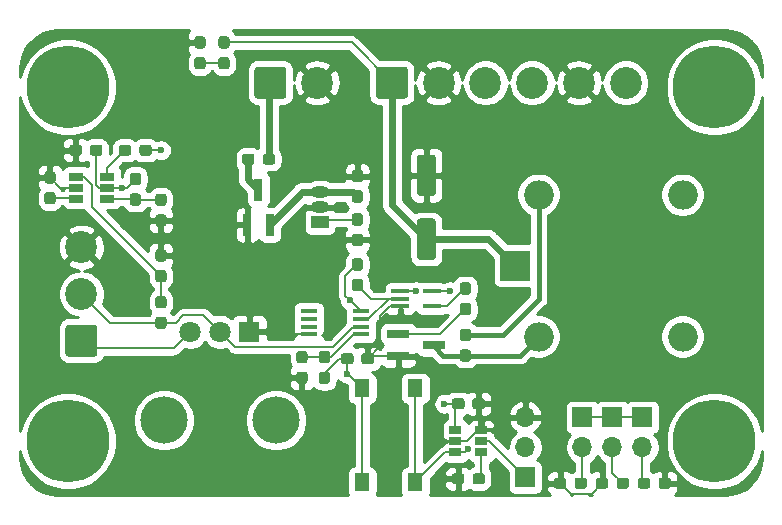
<source format=gbr>
G04 #@! TF.GenerationSoftware,KiCad,Pcbnew,(5.1.7)-1*
G04 #@! TF.CreationDate,2020-12-21T12:07:40-05:00*
G04 #@! TF.ProjectId,Fan Controller v3.0,46616e20-436f-46e7-9472-6f6c6c657220,A*
G04 #@! TF.SameCoordinates,Original*
G04 #@! TF.FileFunction,Copper,L1,Top*
G04 #@! TF.FilePolarity,Positive*
%FSLAX46Y46*%
G04 Gerber Fmt 4.6, Leading zero omitted, Abs format (unit mm)*
G04 Created by KiCad (PCBNEW (5.1.7)-1) date 2020-12-21 12:07:40*
%MOMM*%
%LPD*%
G01*
G04 APERTURE LIST*
G04 #@! TA.AperFunction,ComponentPad*
%ADD10C,7.000000*%
G04 #@! TD*
G04 #@! TA.AperFunction,SMDPad,CuDef*
%ADD11R,1.450000X0.450000*%
G04 #@! TD*
G04 #@! TA.AperFunction,SMDPad,CuDef*
%ADD12R,1.500000X0.400000*%
G04 #@! TD*
G04 #@! TA.AperFunction,SMDPad,CuDef*
%ADD13R,1.060000X0.650000*%
G04 #@! TD*
G04 #@! TA.AperFunction,SMDPad,CuDef*
%ADD14R,1.220000X0.650000*%
G04 #@! TD*
G04 #@! TA.AperFunction,ComponentPad*
%ADD15R,1.500000X1.050000*%
G04 #@! TD*
G04 #@! TA.AperFunction,ComponentPad*
%ADD16O,1.500000X1.050000*%
G04 #@! TD*
G04 #@! TA.AperFunction,SMDPad,CuDef*
%ADD17R,1.300000X1.550000*%
G04 #@! TD*
G04 #@! TA.AperFunction,ComponentPad*
%ADD18R,1.800000X1.800000*%
G04 #@! TD*
G04 #@! TA.AperFunction,ComponentPad*
%ADD19C,1.800000*%
G04 #@! TD*
G04 #@! TA.AperFunction,ComponentPad*
%ADD20O,4.000000X4.000000*%
G04 #@! TD*
G04 #@! TA.AperFunction,SMDPad,CuDef*
%ADD21R,1.900000X0.800000*%
G04 #@! TD*
G04 #@! TA.AperFunction,SMDPad,CuDef*
%ADD22R,0.800000X1.900000*%
G04 #@! TD*
G04 #@! TA.AperFunction,ComponentPad*
%ADD23O,2.500000X2.500000*%
G04 #@! TD*
G04 #@! TA.AperFunction,ComponentPad*
%ADD24R,2.500000X2.500000*%
G04 #@! TD*
G04 #@! TA.AperFunction,ComponentPad*
%ADD25O,1.700000X1.700000*%
G04 #@! TD*
G04 #@! TA.AperFunction,ComponentPad*
%ADD26R,1.700000X1.700000*%
G04 #@! TD*
G04 #@! TA.AperFunction,ComponentPad*
%ADD27C,2.700000*%
G04 #@! TD*
G04 #@! TA.AperFunction,ViaPad*
%ADD28C,0.600000*%
G04 #@! TD*
G04 #@! TA.AperFunction,Conductor*
%ADD29C,0.127000*%
G04 #@! TD*
G04 #@! TA.AperFunction,Conductor*
%ADD30C,0.150000*%
G04 #@! TD*
G04 #@! TA.AperFunction,Conductor*
%ADD31C,0.600000*%
G04 #@! TD*
G04 #@! TA.AperFunction,Conductor*
%ADD32C,0.400000*%
G04 #@! TD*
G04 #@! TA.AperFunction,Conductor*
%ADD33C,0.200000*%
G04 #@! TD*
G04 #@! TA.AperFunction,Conductor*
%ADD34C,0.254000*%
G04 #@! TD*
G04 #@! TA.AperFunction,Conductor*
%ADD35C,0.152400*%
G04 #@! TD*
G04 APERTURE END LIST*
D10*
G04 #@! TO.P,REF\u002A\u002A,1*
G04 #@! TO.N,N/C*
X144399000Y-43561000D03*
G04 #@! TD*
G04 #@! TO.P,REF\u002A\u002A,1*
G04 #@! TO.N,N/C*
X199136000Y-73533000D03*
G04 #@! TD*
G04 #@! TO.P,REF\u002A\u002A,1*
G04 #@! TO.N,N/C*
X199136000Y-43561000D03*
G04 #@! TD*
G04 #@! TO.P,REF\u002A\u002A,1*
G04 #@! TO.N,N/C*
X144399000Y-73533000D03*
G04 #@! TD*
D11*
G04 #@! TO.P,U5,8*
G04 #@! TO.N,+3V3*
X169205000Y-62525000D03*
G04 #@! TO.P,U5,7*
G04 #@! TO.N,POT_ABOVE_THRESH_N*
X169205000Y-63175000D03*
G04 #@! TO.P,U5,6*
G04 #@! TO.N,POT_WIPER*
X169205000Y-63825000D03*
G04 #@! TO.P,U5,5*
G04 #@! TO.N,Net-(R14-Pad1)*
X169205000Y-64475000D03*
G04 #@! TO.P,U5,4*
G04 #@! TO.N,FAN_GND*
X164805000Y-64475000D03*
G04 #@! TO.P,U5,3*
G04 #@! TO.N,Net-(U5-Pad3)*
X164805000Y-63825000D03*
G04 #@! TO.P,U5,2*
G04 #@! TO.N,Net-(U5-Pad2)*
X164805000Y-63175000D03*
G04 #@! TO.P,U5,1*
G04 #@! TO.N,Net-(U5-Pad1)*
X164805000Y-62525000D03*
G04 #@! TD*
D12*
G04 #@! TO.P,U4,5*
G04 #@! TO.N,+3V3*
X175193000Y-60818000D03*
G04 #@! TO.P,U4,4*
G04 #@! TO.N,Net-(R11-Pad2)*
X175193000Y-62118000D03*
G04 #@! TO.P,U4,3*
G04 #@! TO.N,FAN_GND*
X172533000Y-62118000D03*
G04 #@! TO.P,U4,2*
G04 #@! TO.N,POT_ABOVE_THRESH_N*
X172533000Y-61468000D03*
G04 #@! TO.P,U4,1*
G04 #@! TO.N,TIMER_RUNNING_N*
X172533000Y-60818000D03*
G04 #@! TD*
D13*
G04 #@! TO.P,U3,5*
G04 #@! TO.N,Net-(JP4-Pad1)*
X179408000Y-73533000D03*
G04 #@! TO.P,U3,6*
G04 #@! TO.N,FAN_GND*
X179408000Y-72583000D03*
G04 #@! TO.P,U3,4*
G04 #@! TO.N,Net-(R7-Pad1)*
X179408000Y-74483000D03*
G04 #@! TO.P,U3,3*
G04 #@! TO.N,Net-(JP1-Pad1)*
X177208000Y-74483000D03*
G04 #@! TO.P,U3,2*
G04 #@! TO.N,FAN_GND*
X177208000Y-73533000D03*
G04 #@! TO.P,U3,1*
G04 #@! TO.N,+3V3*
X177208000Y-72583000D03*
G04 #@! TD*
D14*
G04 #@! TO.P,U2,6*
G04 #@! TO.N,Net-(R3-Pad2)*
X147741000Y-51120000D03*
G04 #@! TO.P,U2,5*
G04 #@! TO.N,+3V3*
X147741000Y-52070000D03*
G04 #@! TO.P,U2,4*
G04 #@! TO.N,Net-(R2-Pad2)*
X147741000Y-53020000D03*
G04 #@! TO.P,U2,3*
G04 #@! TO.N,Net-(R6-Pad1)*
X145121000Y-53020000D03*
G04 #@! TO.P,U2,2*
G04 #@! TO.N,FAN_GND*
X145121000Y-52070000D03*
G04 #@! TO.P,U2,1*
G04 #@! TO.N,Net-(R1-Pad1)*
X145121000Y-51120000D03*
G04 #@! TD*
D15*
G04 #@! TO.P,U1,1*
G04 #@! TO.N,+3V3*
X165735000Y-54991000D03*
D16*
G04 #@! TO.P,U1,3*
G04 #@! TO.N,+12V*
X165735000Y-52451000D03*
G04 #@! TO.P,U1,2*
G04 #@! TO.N,FAN_GND*
X165735000Y-53721000D03*
G04 #@! TD*
D17*
G04 #@! TO.P,SW1,2*
G04 #@! TO.N,+3V3*
X169327000Y-77005000D03*
G04 #@! TO.P,SW1,1*
G04 #@! TO.N,Net-(JP1-Pad1)*
X173827000Y-77005000D03*
X173827000Y-69045000D03*
G04 #@! TO.P,SW1,2*
G04 #@! TO.N,+3V3*
X169327000Y-69045000D03*
G04 #@! TD*
D18*
G04 #@! TO.P,RV1,1*
G04 #@! TO.N,FAN_GND*
X159766000Y-64262000D03*
D19*
G04 #@! TO.P,RV1,2*
G04 #@! TO.N,POT_WIPER*
X157266000Y-64262000D03*
G04 #@! TO.P,RV1,3*
G04 #@! TO.N,+3V3*
X154766000Y-64262000D03*
D20*
G04 #@! TO.P,RV1,*
G04 #@! TO.N,*
X162016000Y-71762000D03*
X152516000Y-71762000D03*
G04 #@! TD*
G04 #@! TO.P,R15,2*
G04 #@! TO.N,FAN_GND*
G04 #@! TA.AperFunction,SMDPad,CuDef*
G36*
G01*
X163972500Y-67628000D02*
X164447500Y-67628000D01*
G75*
G02*
X164685000Y-67865500I0J-237500D01*
G01*
X164685000Y-68440500D01*
G75*
G02*
X164447500Y-68678000I-237500J0D01*
G01*
X163972500Y-68678000D01*
G75*
G02*
X163735000Y-68440500I0J237500D01*
G01*
X163735000Y-67865500D01*
G75*
G02*
X163972500Y-67628000I237500J0D01*
G01*
G37*
G04 #@! TD.AperFunction*
G04 #@! TO.P,R15,1*
G04 #@! TO.N,Net-(R14-Pad1)*
G04 #@! TA.AperFunction,SMDPad,CuDef*
G36*
G01*
X163972500Y-65878000D02*
X164447500Y-65878000D01*
G75*
G02*
X164685000Y-66115500I0J-237500D01*
G01*
X164685000Y-66690500D01*
G75*
G02*
X164447500Y-66928000I-237500J0D01*
G01*
X163972500Y-66928000D01*
G75*
G02*
X163735000Y-66690500I0J237500D01*
G01*
X163735000Y-66115500D01*
G75*
G02*
X163972500Y-65878000I237500J0D01*
G01*
G37*
G04 #@! TD.AperFunction*
G04 #@! TD*
G04 #@! TO.P,R14,2*
G04 #@! TO.N,+3V3*
G04 #@! TA.AperFunction,SMDPad,CuDef*
G36*
G01*
X165878500Y-67634600D02*
X166353500Y-67634600D01*
G75*
G02*
X166591000Y-67872100I0J-237500D01*
G01*
X166591000Y-68447100D01*
G75*
G02*
X166353500Y-68684600I-237500J0D01*
G01*
X165878500Y-68684600D01*
G75*
G02*
X165641000Y-68447100I0J237500D01*
G01*
X165641000Y-67872100D01*
G75*
G02*
X165878500Y-67634600I237500J0D01*
G01*
G37*
G04 #@! TD.AperFunction*
G04 #@! TO.P,R14,1*
G04 #@! TO.N,Net-(R14-Pad1)*
G04 #@! TA.AperFunction,SMDPad,CuDef*
G36*
G01*
X165878500Y-65884600D02*
X166353500Y-65884600D01*
G75*
G02*
X166591000Y-66122100I0J-237500D01*
G01*
X166591000Y-66697100D01*
G75*
G02*
X166353500Y-66934600I-237500J0D01*
G01*
X165878500Y-66934600D01*
G75*
G02*
X165641000Y-66697100I0J237500D01*
G01*
X165641000Y-66122100D01*
G75*
G02*
X165878500Y-65884600I237500J0D01*
G01*
G37*
G04 #@! TD.AperFunction*
G04 #@! TD*
G04 #@! TO.P,R13,2*
G04 #@! TO.N,POT_ABOVE_THRESH_N*
G04 #@! TA.AperFunction,SMDPad,CuDef*
G36*
G01*
X168672500Y-59786000D02*
X169147500Y-59786000D01*
G75*
G02*
X169385000Y-60023500I0J-237500D01*
G01*
X169385000Y-60598500D01*
G75*
G02*
X169147500Y-60836000I-237500J0D01*
G01*
X168672500Y-60836000D01*
G75*
G02*
X168435000Y-60598500I0J237500D01*
G01*
X168435000Y-60023500D01*
G75*
G02*
X168672500Y-59786000I237500J0D01*
G01*
G37*
G04 #@! TD.AperFunction*
G04 #@! TO.P,R13,1*
G04 #@! TO.N,+3V3*
G04 #@! TA.AperFunction,SMDPad,CuDef*
G36*
G01*
X168672500Y-58036000D02*
X169147500Y-58036000D01*
G75*
G02*
X169385000Y-58273500I0J-237500D01*
G01*
X169385000Y-58848500D01*
G75*
G02*
X169147500Y-59086000I-237500J0D01*
G01*
X168672500Y-59086000D01*
G75*
G02*
X168435000Y-58848500I0J237500D01*
G01*
X168435000Y-58273500D01*
G75*
G02*
X168672500Y-58036000I237500J0D01*
G01*
G37*
G04 #@! TD.AperFunction*
G04 #@! TD*
G04 #@! TO.P,R12,2*
G04 #@! TO.N,Net-(D2-Pad2)*
G04 #@! TA.AperFunction,SMDPad,CuDef*
G36*
G01*
X157369500Y-40990000D02*
X157844500Y-40990000D01*
G75*
G02*
X158082000Y-41227500I0J-237500D01*
G01*
X158082000Y-41802500D01*
G75*
G02*
X157844500Y-42040000I-237500J0D01*
G01*
X157369500Y-42040000D01*
G75*
G02*
X157132000Y-41802500I0J237500D01*
G01*
X157132000Y-41227500D01*
G75*
G02*
X157369500Y-40990000I237500J0D01*
G01*
G37*
G04 #@! TD.AperFunction*
G04 #@! TO.P,R12,1*
G04 #@! TO.N,FAN_12P*
G04 #@! TA.AperFunction,SMDPad,CuDef*
G36*
G01*
X157369500Y-39240000D02*
X157844500Y-39240000D01*
G75*
G02*
X158082000Y-39477500I0J-237500D01*
G01*
X158082000Y-40052500D01*
G75*
G02*
X157844500Y-40290000I-237500J0D01*
G01*
X157369500Y-40290000D01*
G75*
G02*
X157132000Y-40052500I0J237500D01*
G01*
X157132000Y-39477500D01*
G75*
G02*
X157369500Y-39240000I237500J0D01*
G01*
G37*
G04 #@! TD.AperFunction*
G04 #@! TD*
G04 #@! TO.P,R11,2*
G04 #@! TO.N,Net-(R11-Pad2)*
G04 #@! TA.AperFunction,SMDPad,CuDef*
G36*
G01*
X178291500Y-61118000D02*
X177816500Y-61118000D01*
G75*
G02*
X177579000Y-60880500I0J237500D01*
G01*
X177579000Y-60305500D01*
G75*
G02*
X177816500Y-60068000I237500J0D01*
G01*
X178291500Y-60068000D01*
G75*
G02*
X178529000Y-60305500I0J-237500D01*
G01*
X178529000Y-60880500D01*
G75*
G02*
X178291500Y-61118000I-237500J0D01*
G01*
G37*
G04 #@! TD.AperFunction*
G04 #@! TO.P,R11,1*
G04 #@! TO.N,Net-(Q2-Pad1)*
G04 #@! TA.AperFunction,SMDPad,CuDef*
G36*
G01*
X178291500Y-62868000D02*
X177816500Y-62868000D01*
G75*
G02*
X177579000Y-62630500I0J237500D01*
G01*
X177579000Y-62055500D01*
G75*
G02*
X177816500Y-61818000I237500J0D01*
G01*
X178291500Y-61818000D01*
G75*
G02*
X178529000Y-62055500I0J-237500D01*
G01*
X178529000Y-62630500D01*
G75*
G02*
X178291500Y-62868000I-237500J0D01*
G01*
G37*
G04 #@! TD.AperFunction*
G04 #@! TD*
G04 #@! TO.P,R10,2*
G04 #@! TO.N,Net-(JP3-Pad2)*
G04 #@! TA.AperFunction,SMDPad,CuDef*
G36*
G01*
X187294000Y-77326500D02*
X187294000Y-76851500D01*
G75*
G02*
X187531500Y-76614000I237500J0D01*
G01*
X188106500Y-76614000D01*
G75*
G02*
X188344000Y-76851500I0J-237500D01*
G01*
X188344000Y-77326500D01*
G75*
G02*
X188106500Y-77564000I-237500J0D01*
G01*
X187531500Y-77564000D01*
G75*
G02*
X187294000Y-77326500I0J237500D01*
G01*
G37*
G04 #@! TD.AperFunction*
G04 #@! TO.P,R10,1*
G04 #@! TO.N,FAN_GND*
G04 #@! TA.AperFunction,SMDPad,CuDef*
G36*
G01*
X185544000Y-77326500D02*
X185544000Y-76851500D01*
G75*
G02*
X185781500Y-76614000I237500J0D01*
G01*
X186356500Y-76614000D01*
G75*
G02*
X186594000Y-76851500I0J-237500D01*
G01*
X186594000Y-77326500D01*
G75*
G02*
X186356500Y-77564000I-237500J0D01*
G01*
X185781500Y-77564000D01*
G75*
G02*
X185544000Y-77326500I0J237500D01*
G01*
G37*
G04 #@! TD.AperFunction*
G04 #@! TD*
G04 #@! TO.P,R9,2*
G04 #@! TO.N,Net-(JP2-Pad2)*
G04 #@! TA.AperFunction,SMDPad,CuDef*
G36*
G01*
X190850000Y-77326500D02*
X190850000Y-76851500D01*
G75*
G02*
X191087500Y-76614000I237500J0D01*
G01*
X191662500Y-76614000D01*
G75*
G02*
X191900000Y-76851500I0J-237500D01*
G01*
X191900000Y-77326500D01*
G75*
G02*
X191662500Y-77564000I-237500J0D01*
G01*
X191087500Y-77564000D01*
G75*
G02*
X190850000Y-77326500I0J237500D01*
G01*
G37*
G04 #@! TD.AperFunction*
G04 #@! TO.P,R9,1*
G04 #@! TO.N,FAN_GND*
G04 #@! TA.AperFunction,SMDPad,CuDef*
G36*
G01*
X189100000Y-77326500D02*
X189100000Y-76851500D01*
G75*
G02*
X189337500Y-76614000I237500J0D01*
G01*
X189912500Y-76614000D01*
G75*
G02*
X190150000Y-76851500I0J-237500D01*
G01*
X190150000Y-77326500D01*
G75*
G02*
X189912500Y-77564000I-237500J0D01*
G01*
X189337500Y-77564000D01*
G75*
G02*
X189100000Y-77326500I0J237500D01*
G01*
G37*
G04 #@! TD.AperFunction*
G04 #@! TD*
G04 #@! TO.P,R8,2*
G04 #@! TO.N,Net-(JP1-Pad2)*
G04 #@! TA.AperFunction,SMDPad,CuDef*
G36*
G01*
X193706000Y-76851500D02*
X193706000Y-77326500D01*
G75*
G02*
X193468500Y-77564000I-237500J0D01*
G01*
X192893500Y-77564000D01*
G75*
G02*
X192656000Y-77326500I0J237500D01*
G01*
X192656000Y-76851500D01*
G75*
G02*
X192893500Y-76614000I237500J0D01*
G01*
X193468500Y-76614000D01*
G75*
G02*
X193706000Y-76851500I0J-237500D01*
G01*
G37*
G04 #@! TD.AperFunction*
G04 #@! TO.P,R8,1*
G04 #@! TO.N,FAN_GND*
G04 #@! TA.AperFunction,SMDPad,CuDef*
G36*
G01*
X195456000Y-76851500D02*
X195456000Y-77326500D01*
G75*
G02*
X195218500Y-77564000I-237500J0D01*
G01*
X194643500Y-77564000D01*
G75*
G02*
X194406000Y-77326500I0J237500D01*
G01*
X194406000Y-76851500D01*
G75*
G02*
X194643500Y-76614000I237500J0D01*
G01*
X195218500Y-76614000D01*
G75*
G02*
X195456000Y-76851500I0J-237500D01*
G01*
G37*
G04 #@! TD.AperFunction*
G04 #@! TD*
G04 #@! TO.P,R7,2*
G04 #@! TO.N,FAN_GND*
G04 #@! TA.AperFunction,SMDPad,CuDef*
G36*
G01*
X177958000Y-76470500D02*
X177958000Y-76945500D01*
G75*
G02*
X177720500Y-77183000I-237500J0D01*
G01*
X177145500Y-77183000D01*
G75*
G02*
X176908000Y-76945500I0J237500D01*
G01*
X176908000Y-76470500D01*
G75*
G02*
X177145500Y-76233000I237500J0D01*
G01*
X177720500Y-76233000D01*
G75*
G02*
X177958000Y-76470500I0J-237500D01*
G01*
G37*
G04 #@! TD.AperFunction*
G04 #@! TO.P,R7,1*
G04 #@! TO.N,Net-(R7-Pad1)*
G04 #@! TA.AperFunction,SMDPad,CuDef*
G36*
G01*
X179708000Y-76470500D02*
X179708000Y-76945500D01*
G75*
G02*
X179470500Y-77183000I-237500J0D01*
G01*
X178895500Y-77183000D01*
G75*
G02*
X178658000Y-76945500I0J237500D01*
G01*
X178658000Y-76470500D01*
G75*
G02*
X178895500Y-76233000I237500J0D01*
G01*
X179470500Y-76233000D01*
G75*
G02*
X179708000Y-76470500I0J-237500D01*
G01*
G37*
G04 #@! TD.AperFunction*
G04 #@! TD*
G04 #@! TO.P,R6,2*
G04 #@! TO.N,FAN_GND*
G04 #@! TA.AperFunction,SMDPad,CuDef*
G36*
G01*
X143112500Y-51720000D02*
X142637500Y-51720000D01*
G75*
G02*
X142400000Y-51482500I0J237500D01*
G01*
X142400000Y-50907500D01*
G75*
G02*
X142637500Y-50670000I237500J0D01*
G01*
X143112500Y-50670000D01*
G75*
G02*
X143350000Y-50907500I0J-237500D01*
G01*
X143350000Y-51482500D01*
G75*
G02*
X143112500Y-51720000I-237500J0D01*
G01*
G37*
G04 #@! TD.AperFunction*
G04 #@! TO.P,R6,1*
G04 #@! TO.N,Net-(R6-Pad1)*
G04 #@! TA.AperFunction,SMDPad,CuDef*
G36*
G01*
X143112500Y-53470000D02*
X142637500Y-53470000D01*
G75*
G02*
X142400000Y-53232500I0J237500D01*
G01*
X142400000Y-52657500D01*
G75*
G02*
X142637500Y-52420000I237500J0D01*
G01*
X143112500Y-52420000D01*
G75*
G02*
X143350000Y-52657500I0J-237500D01*
G01*
X143350000Y-53232500D01*
G75*
G02*
X143112500Y-53470000I-237500J0D01*
G01*
G37*
G04 #@! TD.AperFunction*
G04 #@! TD*
G04 #@! TO.P,R5,2*
G04 #@! TO.N,FAN_GND*
G04 #@! TA.AperFunction,SMDPad,CuDef*
G36*
G01*
X152035500Y-54325000D02*
X152510500Y-54325000D01*
G75*
G02*
X152748000Y-54562500I0J-237500D01*
G01*
X152748000Y-55137500D01*
G75*
G02*
X152510500Y-55375000I-237500J0D01*
G01*
X152035500Y-55375000D01*
G75*
G02*
X151798000Y-55137500I0J237500D01*
G01*
X151798000Y-54562500D01*
G75*
G02*
X152035500Y-54325000I237500J0D01*
G01*
G37*
G04 #@! TD.AperFunction*
G04 #@! TO.P,R5,1*
G04 #@! TO.N,Net-(R2-Pad2)*
G04 #@! TA.AperFunction,SMDPad,CuDef*
G36*
G01*
X152035500Y-52575000D02*
X152510500Y-52575000D01*
G75*
G02*
X152748000Y-52812500I0J-237500D01*
G01*
X152748000Y-53387500D01*
G75*
G02*
X152510500Y-53625000I-237500J0D01*
G01*
X152035500Y-53625000D01*
G75*
G02*
X151798000Y-53387500I0J237500D01*
G01*
X151798000Y-52812500D01*
G75*
G02*
X152035500Y-52575000I237500J0D01*
G01*
G37*
G04 #@! TD.AperFunction*
G04 #@! TD*
G04 #@! TO.P,R4,2*
G04 #@! TO.N,FAN_GND*
G04 #@! TA.AperFunction,SMDPad,CuDef*
G36*
G01*
X152510500Y-58324000D02*
X152035500Y-58324000D01*
G75*
G02*
X151798000Y-58086500I0J237500D01*
G01*
X151798000Y-57511500D01*
G75*
G02*
X152035500Y-57274000I237500J0D01*
G01*
X152510500Y-57274000D01*
G75*
G02*
X152748000Y-57511500I0J-237500D01*
G01*
X152748000Y-58086500D01*
G75*
G02*
X152510500Y-58324000I-237500J0D01*
G01*
G37*
G04 #@! TD.AperFunction*
G04 #@! TO.P,R4,1*
G04 #@! TO.N,Net-(R1-Pad1)*
G04 #@! TA.AperFunction,SMDPad,CuDef*
G36*
G01*
X152510500Y-60074000D02*
X152035500Y-60074000D01*
G75*
G02*
X151798000Y-59836500I0J237500D01*
G01*
X151798000Y-59261500D01*
G75*
G02*
X152035500Y-59024000I237500J0D01*
G01*
X152510500Y-59024000D01*
G75*
G02*
X152748000Y-59261500I0J-237500D01*
G01*
X152748000Y-59836500D01*
G75*
G02*
X152510500Y-60074000I-237500J0D01*
G01*
G37*
G04 #@! TD.AperFunction*
G04 #@! TD*
G04 #@! TO.P,R3,2*
G04 #@! TO.N,Net-(R3-Pad2)*
G04 #@! TA.AperFunction,SMDPad,CuDef*
G36*
G01*
X149750000Y-48657500D02*
X149750000Y-49132500D01*
G75*
G02*
X149512500Y-49370000I-237500J0D01*
G01*
X148937500Y-49370000D01*
G75*
G02*
X148700000Y-49132500I0J237500D01*
G01*
X148700000Y-48657500D01*
G75*
G02*
X148937500Y-48420000I237500J0D01*
G01*
X149512500Y-48420000D01*
G75*
G02*
X149750000Y-48657500I0J-237500D01*
G01*
G37*
G04 #@! TD.AperFunction*
G04 #@! TO.P,R3,1*
G04 #@! TO.N,FAN_PWM*
G04 #@! TA.AperFunction,SMDPad,CuDef*
G36*
G01*
X151500000Y-48657500D02*
X151500000Y-49132500D01*
G75*
G02*
X151262500Y-49370000I-237500J0D01*
G01*
X150687500Y-49370000D01*
G75*
G02*
X150450000Y-49132500I0J237500D01*
G01*
X150450000Y-48657500D01*
G75*
G02*
X150687500Y-48420000I237500J0D01*
G01*
X151262500Y-48420000D01*
G75*
G02*
X151500000Y-48657500I0J-237500D01*
G01*
G37*
G04 #@! TD.AperFunction*
G04 #@! TD*
G04 #@! TO.P,R2,2*
G04 #@! TO.N,Net-(R2-Pad2)*
G04 #@! TA.AperFunction,SMDPad,CuDef*
G36*
G01*
X149876500Y-52547000D02*
X150351500Y-52547000D01*
G75*
G02*
X150589000Y-52784500I0J-237500D01*
G01*
X150589000Y-53359500D01*
G75*
G02*
X150351500Y-53597000I-237500J0D01*
G01*
X149876500Y-53597000D01*
G75*
G02*
X149639000Y-53359500I0J237500D01*
G01*
X149639000Y-52784500D01*
G75*
G02*
X149876500Y-52547000I237500J0D01*
G01*
G37*
G04 #@! TD.AperFunction*
G04 #@! TO.P,R2,1*
G04 #@! TO.N,+3V3*
G04 #@! TA.AperFunction,SMDPad,CuDef*
G36*
G01*
X149876500Y-50797000D02*
X150351500Y-50797000D01*
G75*
G02*
X150589000Y-51034500I0J-237500D01*
G01*
X150589000Y-51609500D01*
G75*
G02*
X150351500Y-51847000I-237500J0D01*
G01*
X149876500Y-51847000D01*
G75*
G02*
X149639000Y-51609500I0J237500D01*
G01*
X149639000Y-51034500D01*
G75*
G02*
X149876500Y-50797000I237500J0D01*
G01*
G37*
G04 #@! TD.AperFunction*
G04 #@! TD*
G04 #@! TO.P,R1,2*
G04 #@! TO.N,POT_WIPER*
G04 #@! TA.AperFunction,SMDPad,CuDef*
G36*
G01*
X152035500Y-62975000D02*
X152510500Y-62975000D01*
G75*
G02*
X152748000Y-63212500I0J-237500D01*
G01*
X152748000Y-63787500D01*
G75*
G02*
X152510500Y-64025000I-237500J0D01*
G01*
X152035500Y-64025000D01*
G75*
G02*
X151798000Y-63787500I0J237500D01*
G01*
X151798000Y-63212500D01*
G75*
G02*
X152035500Y-62975000I237500J0D01*
G01*
G37*
G04 #@! TD.AperFunction*
G04 #@! TO.P,R1,1*
G04 #@! TO.N,Net-(R1-Pad1)*
G04 #@! TA.AperFunction,SMDPad,CuDef*
G36*
G01*
X152035500Y-61225000D02*
X152510500Y-61225000D01*
G75*
G02*
X152748000Y-61462500I0J-237500D01*
G01*
X152748000Y-62037500D01*
G75*
G02*
X152510500Y-62275000I-237500J0D01*
G01*
X152035500Y-62275000D01*
G75*
G02*
X151798000Y-62037500I0J237500D01*
G01*
X151798000Y-61462500D01*
G75*
G02*
X152035500Y-61225000I237500J0D01*
G01*
G37*
G04 #@! TD.AperFunction*
G04 #@! TD*
D21*
G04 #@! TO.P,Q2,3*
G04 #@! TO.N,Net-(D1-Pad2)*
X175363000Y-65405000D03*
G04 #@! TO.P,Q2,2*
G04 #@! TO.N,FAN_GND*
X172363000Y-66355000D03*
G04 #@! TO.P,Q2,1*
G04 #@! TO.N,Net-(Q2-Pad1)*
X172363000Y-64455000D03*
G04 #@! TD*
D22*
G04 #@! TO.P,Q1,3*
G04 #@! TO.N,Net-(F1-Pad1)*
X160528000Y-52221000D03*
G04 #@! TO.P,Q1,2*
G04 #@! TO.N,+12V*
X161478000Y-55221000D03*
G04 #@! TO.P,Q1,1*
G04 #@! TO.N,FAN_GND*
X159578000Y-55221000D03*
G04 #@! TD*
D23*
G04 #@! TO.P,K1,5*
G04 #@! TO.N,+12V*
X184245000Y-52674000D03*
G04 #@! TO.P,K1,4*
X196445000Y-52674000D03*
G04 #@! TO.P,K1,3*
G04 #@! TO.N,N/C*
X196445000Y-64674000D03*
G04 #@! TO.P,K1,2*
G04 #@! TO.N,Net-(D1-Pad2)*
X184245000Y-64674000D03*
D24*
G04 #@! TO.P,K1,1*
G04 #@! TO.N,FAN_12P*
X182245000Y-58674000D03*
G04 #@! TD*
D25*
G04 #@! TO.P,JP4,3*
G04 #@! TO.N,FAN_GND*
X183134000Y-71501000D03*
G04 #@! TO.P,JP4,2*
G04 #@! TO.N,TIMER_RUNNING_N*
X183134000Y-74041000D03*
D26*
G04 #@! TO.P,JP4,1*
G04 #@! TO.N,Net-(JP4-Pad1)*
X183134000Y-76581000D03*
G04 #@! TD*
D25*
G04 #@! TO.P,JP3,2*
G04 #@! TO.N,Net-(JP3-Pad2)*
X187960000Y-74041000D03*
D26*
G04 #@! TO.P,JP3,1*
G04 #@! TO.N,Net-(JP1-Pad1)*
X187960000Y-71501000D03*
G04 #@! TD*
D25*
G04 #@! TO.P,JP2,2*
G04 #@! TO.N,Net-(JP2-Pad2)*
X190500000Y-74041000D03*
D26*
G04 #@! TO.P,JP2,1*
G04 #@! TO.N,Net-(JP1-Pad1)*
X190500000Y-71501000D03*
G04 #@! TD*
D25*
G04 #@! TO.P,JP1,2*
G04 #@! TO.N,Net-(JP1-Pad2)*
X193040000Y-74041000D03*
D26*
G04 #@! TO.P,JP1,1*
G04 #@! TO.N,Net-(JP1-Pad1)*
X193040000Y-71501000D03*
G04 #@! TD*
D27*
G04 #@! TO.P,J3,6*
G04 #@! TO.N,Net-(J3-Pad6)*
X191631000Y-43180000D03*
G04 #@! TO.P,J3,5*
G04 #@! TO.N,FAN_GND*
X187671000Y-43180000D03*
G04 #@! TO.P,J3,4*
G04 #@! TO.N,Net-(J3-Pad4)*
X183711000Y-43180000D03*
G04 #@! TO.P,J3,3*
G04 #@! TO.N,FAN_PWM*
X179751000Y-43180000D03*
G04 #@! TO.P,J3,2*
G04 #@! TO.N,FAN_GND*
X175791000Y-43180000D03*
G04 #@! TO.P,J3,1*
G04 #@! TO.N,FAN_12P*
G04 #@! TA.AperFunction,ComponentPad*
G36*
G01*
X170481000Y-44279999D02*
X170481000Y-42080001D01*
G75*
G02*
X170731001Y-41830000I250001J0D01*
G01*
X172930999Y-41830000D01*
G75*
G02*
X173181000Y-42080001I0J-250001D01*
G01*
X173181000Y-44279999D01*
G75*
G02*
X172930999Y-44530000I-250001J0D01*
G01*
X170731001Y-44530000D01*
G75*
G02*
X170481000Y-44279999I0J250001D01*
G01*
G37*
G04 #@! TD.AperFunction*
G04 #@! TD*
G04 #@! TO.P,J2,3*
G04 #@! TO.N,FAN_GND*
X145542000Y-57104000D03*
G04 #@! TO.P,J2,2*
G04 #@! TO.N,POT_WIPER*
X145542000Y-61064000D03*
G04 #@! TO.P,J2,1*
G04 #@! TO.N,+3V3*
G04 #@! TA.AperFunction,ComponentPad*
G36*
G01*
X146641999Y-66374000D02*
X144442001Y-66374000D01*
G75*
G02*
X144192000Y-66123999I0J250001D01*
G01*
X144192000Y-63924001D01*
G75*
G02*
X144442001Y-63674000I250001J0D01*
G01*
X146641999Y-63674000D01*
G75*
G02*
X146892000Y-63924001I0J-250001D01*
G01*
X146892000Y-66123999D01*
G75*
G02*
X146641999Y-66374000I-250001J0D01*
G01*
G37*
G04 #@! TD.AperFunction*
G04 #@! TD*
G04 #@! TO.P,J1,2*
G04 #@! TO.N,FAN_GND*
X165504000Y-43180000D03*
G04 #@! TO.P,J1,1*
G04 #@! TO.N,Net-(F1-Pad2)*
G04 #@! TA.AperFunction,ComponentPad*
G36*
G01*
X160194000Y-44279999D02*
X160194000Y-42080001D01*
G75*
G02*
X160444001Y-41830000I250001J0D01*
G01*
X162643999Y-41830000D01*
G75*
G02*
X162894000Y-42080001I0J-250001D01*
G01*
X162894000Y-44279999D01*
G75*
G02*
X162643999Y-44530000I-250001J0D01*
G01*
X160444001Y-44530000D01*
G75*
G02*
X160194000Y-44279999I0J250001D01*
G01*
G37*
G04 #@! TD.AperFunction*
G04 #@! TD*
G04 #@! TO.P,F1,2*
G04 #@! TO.N,Net-(F1-Pad2)*
G04 #@! TA.AperFunction,SMDPad,CuDef*
G36*
G01*
X160892000Y-49894500D02*
X160892000Y-49419500D01*
G75*
G02*
X161129500Y-49182000I237500J0D01*
G01*
X161704500Y-49182000D01*
G75*
G02*
X161942000Y-49419500I0J-237500D01*
G01*
X161942000Y-49894500D01*
G75*
G02*
X161704500Y-50132000I-237500J0D01*
G01*
X161129500Y-50132000D01*
G75*
G02*
X160892000Y-49894500I0J237500D01*
G01*
G37*
G04 #@! TD.AperFunction*
G04 #@! TO.P,F1,1*
G04 #@! TO.N,Net-(F1-Pad1)*
G04 #@! TA.AperFunction,SMDPad,CuDef*
G36*
G01*
X159142000Y-49894500D02*
X159142000Y-49419500D01*
G75*
G02*
X159379500Y-49182000I237500J0D01*
G01*
X159954500Y-49182000D01*
G75*
G02*
X160192000Y-49419500I0J-237500D01*
G01*
X160192000Y-49894500D01*
G75*
G02*
X159954500Y-50132000I-237500J0D01*
G01*
X159379500Y-50132000D01*
G75*
G02*
X159142000Y-49894500I0J237500D01*
G01*
G37*
G04 #@! TD.AperFunction*
G04 #@! TD*
G04 #@! TO.P,D2,2*
G04 #@! TO.N,Net-(D2-Pad2)*
G04 #@! TA.AperFunction,SMDPad,CuDef*
G36*
G01*
X155337500Y-40990000D02*
X155812500Y-40990000D01*
G75*
G02*
X156050000Y-41227500I0J-237500D01*
G01*
X156050000Y-41802500D01*
G75*
G02*
X155812500Y-42040000I-237500J0D01*
G01*
X155337500Y-42040000D01*
G75*
G02*
X155100000Y-41802500I0J237500D01*
G01*
X155100000Y-41227500D01*
G75*
G02*
X155337500Y-40990000I237500J0D01*
G01*
G37*
G04 #@! TD.AperFunction*
G04 #@! TO.P,D2,1*
G04 #@! TO.N,FAN_GND*
G04 #@! TA.AperFunction,SMDPad,CuDef*
G36*
G01*
X155337500Y-39240000D02*
X155812500Y-39240000D01*
G75*
G02*
X156050000Y-39477500I0J-237500D01*
G01*
X156050000Y-40052500D01*
G75*
G02*
X155812500Y-40290000I-237500J0D01*
G01*
X155337500Y-40290000D01*
G75*
G02*
X155100000Y-40052500I0J237500D01*
G01*
X155100000Y-39477500D01*
G75*
G02*
X155337500Y-39240000I237500J0D01*
G01*
G37*
G04 #@! TD.AperFunction*
G04 #@! TD*
G04 #@! TO.P,D1,2*
G04 #@! TO.N,Net-(D1-Pad2)*
G04 #@! TA.AperFunction,SMDPad,CuDef*
G36*
G01*
X177816500Y-65755000D02*
X178291500Y-65755000D01*
G75*
G02*
X178529000Y-65992500I0J-237500D01*
G01*
X178529000Y-66567500D01*
G75*
G02*
X178291500Y-66805000I-237500J0D01*
G01*
X177816500Y-66805000D01*
G75*
G02*
X177579000Y-66567500I0J237500D01*
G01*
X177579000Y-65992500D01*
G75*
G02*
X177816500Y-65755000I237500J0D01*
G01*
G37*
G04 #@! TD.AperFunction*
G04 #@! TO.P,D1,1*
G04 #@! TO.N,+12V*
G04 #@! TA.AperFunction,SMDPad,CuDef*
G36*
G01*
X177816500Y-64005000D02*
X178291500Y-64005000D01*
G75*
G02*
X178529000Y-64242500I0J-237500D01*
G01*
X178529000Y-64817500D01*
G75*
G02*
X178291500Y-65055000I-237500J0D01*
G01*
X177816500Y-65055000D01*
G75*
G02*
X177579000Y-64817500I0J237500D01*
G01*
X177579000Y-64242500D01*
G75*
G02*
X177816500Y-64005000I237500J0D01*
G01*
G37*
G04 #@! TD.AperFunction*
G04 #@! TD*
G04 #@! TO.P,C6,2*
G04 #@! TO.N,FAN_GND*
G04 #@! TA.AperFunction,SMDPad,CuDef*
G36*
G01*
X169235000Y-66785500D02*
X169235000Y-66310500D01*
G75*
G02*
X169472500Y-66073000I237500J0D01*
G01*
X170072500Y-66073000D01*
G75*
G02*
X170310000Y-66310500I0J-237500D01*
G01*
X170310000Y-66785500D01*
G75*
G02*
X170072500Y-67023000I-237500J0D01*
G01*
X169472500Y-67023000D01*
G75*
G02*
X169235000Y-66785500I0J237500D01*
G01*
G37*
G04 #@! TD.AperFunction*
G04 #@! TO.P,C6,1*
G04 #@! TO.N,+3V3*
G04 #@! TA.AperFunction,SMDPad,CuDef*
G36*
G01*
X167510000Y-66785500D02*
X167510000Y-66310500D01*
G75*
G02*
X167747500Y-66073000I237500J0D01*
G01*
X168347500Y-66073000D01*
G75*
G02*
X168585000Y-66310500I0J-237500D01*
G01*
X168585000Y-66785500D01*
G75*
G02*
X168347500Y-67023000I-237500J0D01*
G01*
X167747500Y-67023000D01*
G75*
G02*
X167510000Y-66785500I0J237500D01*
G01*
G37*
G04 #@! TD.AperFunction*
G04 #@! TD*
G04 #@! TO.P,C5,2*
G04 #@! TO.N,FAN_GND*
G04 #@! TA.AperFunction,SMDPad,CuDef*
G36*
G01*
X175302000Y-52771000D02*
X174202000Y-52771000D01*
G75*
G02*
X173952000Y-52521000I0J250000D01*
G01*
X173952000Y-49521000D01*
G75*
G02*
X174202000Y-49271000I250000J0D01*
G01*
X175302000Y-49271000D01*
G75*
G02*
X175552000Y-49521000I0J-250000D01*
G01*
X175552000Y-52521000D01*
G75*
G02*
X175302000Y-52771000I-250000J0D01*
G01*
G37*
G04 #@! TD.AperFunction*
G04 #@! TO.P,C5,1*
G04 #@! TO.N,FAN_12P*
G04 #@! TA.AperFunction,SMDPad,CuDef*
G36*
G01*
X175302000Y-58171000D02*
X174202000Y-58171000D01*
G75*
G02*
X173952000Y-57921000I0J250000D01*
G01*
X173952000Y-54921000D01*
G75*
G02*
X174202000Y-54671000I250000J0D01*
G01*
X175302000Y-54671000D01*
G75*
G02*
X175552000Y-54921000I0J-250000D01*
G01*
X175552000Y-57921000D01*
G75*
G02*
X175302000Y-58171000I-250000J0D01*
G01*
G37*
G04 #@! TD.AperFunction*
G04 #@! TD*
G04 #@! TO.P,C4,2*
G04 #@! TO.N,FAN_GND*
G04 #@! TA.AperFunction,SMDPad,CuDef*
G36*
G01*
X178633000Y-70595500D02*
X178633000Y-70120500D01*
G75*
G02*
X178870500Y-69883000I237500J0D01*
G01*
X179470500Y-69883000D01*
G75*
G02*
X179708000Y-70120500I0J-237500D01*
G01*
X179708000Y-70595500D01*
G75*
G02*
X179470500Y-70833000I-237500J0D01*
G01*
X178870500Y-70833000D01*
G75*
G02*
X178633000Y-70595500I0J237500D01*
G01*
G37*
G04 #@! TD.AperFunction*
G04 #@! TO.P,C4,1*
G04 #@! TO.N,+3V3*
G04 #@! TA.AperFunction,SMDPad,CuDef*
G36*
G01*
X176908000Y-70595500D02*
X176908000Y-70120500D01*
G75*
G02*
X177145500Y-69883000I237500J0D01*
G01*
X177745500Y-69883000D01*
G75*
G02*
X177983000Y-70120500I0J-237500D01*
G01*
X177983000Y-70595500D01*
G75*
G02*
X177745500Y-70833000I-237500J0D01*
G01*
X177145500Y-70833000D01*
G75*
G02*
X176908000Y-70595500I0J237500D01*
G01*
G37*
G04 #@! TD.AperFunction*
G04 #@! TD*
G04 #@! TO.P,C3,2*
G04 #@! TO.N,FAN_GND*
G04 #@! TA.AperFunction,SMDPad,CuDef*
G36*
G01*
X145598000Y-48657500D02*
X145598000Y-49132500D01*
G75*
G02*
X145360500Y-49370000I-237500J0D01*
G01*
X144760500Y-49370000D01*
G75*
G02*
X144523000Y-49132500I0J237500D01*
G01*
X144523000Y-48657500D01*
G75*
G02*
X144760500Y-48420000I237500J0D01*
G01*
X145360500Y-48420000D01*
G75*
G02*
X145598000Y-48657500I0J-237500D01*
G01*
G37*
G04 #@! TD.AperFunction*
G04 #@! TO.P,C3,1*
G04 #@! TO.N,+3V3*
G04 #@! TA.AperFunction,SMDPad,CuDef*
G36*
G01*
X147323000Y-48657500D02*
X147323000Y-49132500D01*
G75*
G02*
X147085500Y-49370000I-237500J0D01*
G01*
X146485500Y-49370000D01*
G75*
G02*
X146248000Y-49132500I0J237500D01*
G01*
X146248000Y-48657500D01*
G75*
G02*
X146485500Y-48420000I237500J0D01*
G01*
X147085500Y-48420000D01*
G75*
G02*
X147323000Y-48657500I0J-237500D01*
G01*
G37*
G04 #@! TD.AperFunction*
G04 #@! TD*
G04 #@! TO.P,C2,2*
G04 #@! TO.N,FAN_GND*
G04 #@! TA.AperFunction,SMDPad,CuDef*
G36*
G01*
X168672500Y-55951000D02*
X169147500Y-55951000D01*
G75*
G02*
X169385000Y-56188500I0J-237500D01*
G01*
X169385000Y-56788500D01*
G75*
G02*
X169147500Y-57026000I-237500J0D01*
G01*
X168672500Y-57026000D01*
G75*
G02*
X168435000Y-56788500I0J237500D01*
G01*
X168435000Y-56188500D01*
G75*
G02*
X168672500Y-55951000I237500J0D01*
G01*
G37*
G04 #@! TD.AperFunction*
G04 #@! TO.P,C2,1*
G04 #@! TO.N,+3V3*
G04 #@! TA.AperFunction,SMDPad,CuDef*
G36*
G01*
X168672500Y-54226000D02*
X169147500Y-54226000D01*
G75*
G02*
X169385000Y-54463500I0J-237500D01*
G01*
X169385000Y-55063500D01*
G75*
G02*
X169147500Y-55301000I-237500J0D01*
G01*
X168672500Y-55301000D01*
G75*
G02*
X168435000Y-55063500I0J237500D01*
G01*
X168435000Y-54463500D01*
G75*
G02*
X168672500Y-54226000I237500J0D01*
G01*
G37*
G04 #@! TD.AperFunction*
G04 #@! TD*
G04 #@! TO.P,C1,2*
G04 #@! TO.N,FAN_GND*
G04 #@! TA.AperFunction,SMDPad,CuDef*
G36*
G01*
X169147500Y-51618000D02*
X168672500Y-51618000D01*
G75*
G02*
X168435000Y-51380500I0J237500D01*
G01*
X168435000Y-50780500D01*
G75*
G02*
X168672500Y-50543000I237500J0D01*
G01*
X169147500Y-50543000D01*
G75*
G02*
X169385000Y-50780500I0J-237500D01*
G01*
X169385000Y-51380500D01*
G75*
G02*
X169147500Y-51618000I-237500J0D01*
G01*
G37*
G04 #@! TD.AperFunction*
G04 #@! TO.P,C1,1*
G04 #@! TO.N,+12V*
G04 #@! TA.AperFunction,SMDPad,CuDef*
G36*
G01*
X169147500Y-53343000D02*
X168672500Y-53343000D01*
G75*
G02*
X168435000Y-53105500I0J237500D01*
G01*
X168435000Y-52505500D01*
G75*
G02*
X168672500Y-52268000I237500J0D01*
G01*
X169147500Y-52268000D01*
G75*
G02*
X169385000Y-52505500I0J-237500D01*
G01*
X169385000Y-53105500D01*
G75*
G02*
X169147500Y-53343000I-237500J0D01*
G01*
G37*
G04 #@! TD.AperFunction*
G04 #@! TD*
D28*
G04 #@! TO.N,FAN_GND*
X176276000Y-68453000D03*
G04 #@! TO.N,+3V3*
X176276000Y-70358000D03*
X168021000Y-67818000D03*
X168275000Y-61595000D03*
X176784000Y-60833000D03*
X148971000Y-52070000D03*
G04 #@! TO.N,FAN_PWM*
X152273000Y-48895000D03*
G04 #@! TO.N,Net-(JP1-Pad1)*
X178308000Y-74168000D03*
G04 #@! TO.N,TIMER_RUNNING_N*
X173863000Y-60833000D03*
G04 #@! TD*
D29*
G04 #@! TO.N,FAN_GND*
X179170500Y-72345500D02*
X179408000Y-72583000D01*
X179170500Y-70358000D02*
X179170500Y-72345500D01*
X159979000Y-64475000D02*
X159766000Y-64262000D01*
X164805000Y-64475000D02*
X159979000Y-64475000D01*
X169965500Y-66355000D02*
X169772500Y-66548000D01*
X172363000Y-66355000D02*
X169965500Y-66355000D01*
X179160098Y-72583000D02*
X179408000Y-72583000D01*
X178210098Y-73533000D02*
X179160098Y-72583000D01*
X177208000Y-73533000D02*
X178210098Y-73533000D01*
X170815000Y-65505500D02*
X169772500Y-66548000D01*
X170815000Y-62959000D02*
X170815000Y-65505500D01*
X171656000Y-62118000D02*
X170815000Y-62959000D01*
X172533000Y-62118000D02*
X171656000Y-62118000D01*
D30*
X188736000Y-77978000D02*
X189625000Y-77089000D01*
X186958000Y-77978000D02*
X188736000Y-77978000D01*
X186069000Y-77089000D02*
X186958000Y-77978000D01*
X143750000Y-52070000D02*
X145121000Y-52070000D01*
X142875000Y-51195000D02*
X143750000Y-52070000D01*
D31*
G04 #@! TO.N,+12V*
X164248000Y-52451000D02*
X165735000Y-52451000D01*
X161478000Y-55221000D02*
X164248000Y-52451000D01*
D32*
X184245000Y-61500000D02*
X184245000Y-52674000D01*
X181215000Y-64530000D02*
X184245000Y-61500000D01*
X178054000Y-64530000D02*
X181215000Y-64530000D01*
D31*
X168555500Y-52451000D02*
X168910000Y-52805500D01*
X165735000Y-52451000D02*
X168555500Y-52451000D01*
D29*
G04 #@! TO.N,+3V3*
X149366000Y-52070000D02*
X150114000Y-51322000D01*
X147741000Y-52070000D02*
X148971000Y-52070000D01*
X147004000Y-52070000D02*
X147741000Y-52070000D01*
X146785500Y-51851500D02*
X147004000Y-52070000D01*
X146785500Y-48895000D02*
X146785500Y-51851500D01*
X168047500Y-67765500D02*
X169327000Y-69045000D01*
X168047500Y-66548000D02*
X168047500Y-67765500D01*
X169327000Y-69045000D02*
X169327000Y-70576000D01*
X177208000Y-70595500D02*
X177445500Y-70358000D01*
X177208000Y-72583000D02*
X177208000Y-70595500D01*
X177445500Y-70358000D02*
X176276000Y-70358000D01*
X169327000Y-70576000D02*
X169327000Y-77005000D01*
X168275000Y-61595000D02*
X169205000Y-62525000D01*
X176769000Y-60818000D02*
X176784000Y-60833000D01*
X175193000Y-60818000D02*
X176769000Y-60818000D01*
X148971000Y-52070000D02*
X149366000Y-52070000D01*
X153369000Y-65659000D02*
X154766000Y-64262000D01*
X146177000Y-65659000D02*
X153369000Y-65659000D01*
X145542000Y-65024000D02*
X146177000Y-65659000D01*
X167386000Y-66548000D02*
X168047500Y-66548000D01*
X166116000Y-67818000D02*
X167386000Y-66548000D01*
X166116000Y-68159600D02*
X166116000Y-67818000D01*
X167894000Y-61214000D02*
X168275000Y-61595000D01*
X167894000Y-59577000D02*
X167894000Y-61214000D01*
X168910000Y-58561000D02*
X167894000Y-59577000D01*
D33*
X165962500Y-54763500D02*
X165735000Y-54991000D01*
X168910000Y-54763500D02*
X165962500Y-54763500D01*
D29*
G04 #@! TO.N,FAN_12P*
X168416000Y-39765000D02*
X171831000Y-43180000D01*
X157607000Y-39765000D02*
X168416000Y-39765000D01*
D31*
X171831000Y-53500000D02*
X174752000Y-56421000D01*
X171831000Y-43180000D02*
X171831000Y-53500000D01*
X179992000Y-56421000D02*
X182245000Y-58674000D01*
X174752000Y-56421000D02*
X179992000Y-56421000D01*
D32*
G04 #@! TO.N,Net-(D1-Pad2)*
X182639000Y-66280000D02*
X184245000Y-64674000D01*
X178054000Y-66280000D02*
X182639000Y-66280000D01*
X175363000Y-65405000D02*
X175363000Y-65508000D01*
X176135000Y-66280000D02*
X178054000Y-66280000D01*
X175363000Y-65508000D02*
X176135000Y-66280000D01*
D29*
G04 #@! TO.N,Net-(D2-Pad2)*
X157607000Y-41515000D02*
X155575000Y-41515000D01*
D31*
G04 #@! TO.N,Net-(F1-Pad2)*
X161417000Y-43307000D02*
X161544000Y-43180000D01*
X161417000Y-49657000D02*
X161417000Y-43307000D01*
G04 #@! TO.N,Net-(F1-Pad1)*
X159667000Y-51360000D02*
X160528000Y-52221000D01*
X159667000Y-49657000D02*
X159667000Y-51360000D01*
D29*
G04 #@! TO.N,POT_WIPER*
X145542000Y-61064000D02*
X147978000Y-63500000D01*
X147978000Y-63500000D02*
X152273000Y-63500000D01*
X155869000Y-62865000D02*
X157266000Y-64262000D01*
X154178000Y-62865000D02*
X155869000Y-62865000D01*
X153543000Y-63500000D02*
X154178000Y-62865000D01*
X152273000Y-63500000D02*
X153543000Y-63500000D01*
X168562098Y-63825000D02*
X169205000Y-63825000D01*
X166855098Y-65532000D02*
X168562098Y-63825000D01*
X158536000Y-65532000D02*
X166855098Y-65532000D01*
X157266000Y-64262000D02*
X158536000Y-65532000D01*
D33*
G04 #@! TO.N,FAN_PWM*
X150975000Y-48895000D02*
X152273000Y-48895000D01*
D29*
G04 #@! TO.N,Net-(JP1-Pad2)*
X193040000Y-76948000D02*
X193181000Y-77089000D01*
X193040000Y-74041000D02*
X193040000Y-76948000D01*
G04 #@! TO.N,Net-(JP1-Pad1)*
X176349000Y-74483000D02*
X173827000Y-77005000D01*
X177208000Y-74483000D02*
X176349000Y-74483000D01*
X173827000Y-69045000D02*
X173827000Y-77005000D01*
X193040000Y-71501000D02*
X190500000Y-71501000D01*
X190500000Y-71501000D02*
X187960000Y-71501000D01*
X177993000Y-74483000D02*
X178308000Y-74168000D01*
X177208000Y-74483000D02*
X177993000Y-74483000D01*
G04 #@! TO.N,Net-(JP2-Pad2)*
X190500000Y-76214000D02*
X191375000Y-77089000D01*
X190500000Y-74041000D02*
X190500000Y-76214000D01*
G04 #@! TO.N,Net-(JP3-Pad2)*
X187960000Y-76948000D02*
X187819000Y-77089000D01*
X187960000Y-74041000D02*
X187960000Y-76948000D01*
G04 #@! TO.N,TIMER_RUNNING_N*
X173848000Y-60818000D02*
X173863000Y-60833000D01*
X172533000Y-60818000D02*
X173848000Y-60818000D01*
G04 #@! TO.N,Net-(JP4-Pad1)*
X183113000Y-76581000D02*
X183134000Y-76581000D01*
X180065000Y-73533000D02*
X183113000Y-76581000D01*
X179408000Y-73533000D02*
X180065000Y-73533000D01*
G04 #@! TO.N,Net-(Q2-Pad1)*
X175942000Y-64455000D02*
X172363000Y-64455000D01*
X178054000Y-62343000D02*
X175942000Y-64455000D01*
G04 #@! TO.N,Net-(R1-Pad1)*
X152273000Y-59549000D02*
X152273000Y-61750000D01*
X146431000Y-53707000D02*
X152273000Y-59549000D01*
X146431000Y-51816000D02*
X146431000Y-53707000D01*
X145735000Y-51120000D02*
X146431000Y-51816000D01*
X145121000Y-51120000D02*
X145735000Y-51120000D01*
G04 #@! TO.N,Net-(R2-Pad2)*
X150062000Y-53020000D02*
X150114000Y-53072000D01*
X147741000Y-53020000D02*
X150062000Y-53020000D01*
X152245000Y-53072000D02*
X152273000Y-53100000D01*
X150114000Y-53072000D02*
X152245000Y-53072000D01*
G04 #@! TO.N,Net-(R3-Pad2)*
X147741000Y-50379000D02*
X149225000Y-48895000D01*
X147741000Y-51120000D02*
X147741000Y-50379000D01*
G04 #@! TO.N,Net-(R6-Pad1)*
X145046000Y-52945000D02*
X145121000Y-53020000D01*
X142875000Y-52945000D02*
X145046000Y-52945000D01*
G04 #@! TO.N,Net-(R7-Pad1)*
X179408000Y-76483000D02*
X179183000Y-76708000D01*
X179408000Y-74483000D02*
X179408000Y-76483000D01*
G04 #@! TO.N,Net-(R11-Pad2)*
X176529000Y-62118000D02*
X178054000Y-60593000D01*
X175193000Y-62118000D02*
X176529000Y-62118000D01*
G04 #@! TO.N,POT_ABOVE_THRESH_N*
X169847902Y-63175000D02*
X169205000Y-63175000D01*
X171554902Y-61468000D02*
X169847902Y-63175000D01*
X172533000Y-61468000D02*
X171554902Y-61468000D01*
X170067000Y-61468000D02*
X172533000Y-61468000D01*
X168910000Y-60311000D02*
X170067000Y-61468000D01*
G04 #@! TO.N,Net-(R14-Pad1)*
X166109400Y-66403000D02*
X166116000Y-66409600D01*
X164210000Y-66403000D02*
X166109400Y-66403000D01*
X166676700Y-66409600D02*
X168611300Y-64475000D01*
X168611300Y-64475000D02*
X169205000Y-64475000D01*
X166116000Y-66409600D02*
X166676700Y-66409600D01*
G04 #@! TD*
D34*
G04 #@! TO.N,FAN_GND*
X154648815Y-38788815D02*
X154569463Y-38885506D01*
X154510498Y-38995820D01*
X154474188Y-39115518D01*
X154461928Y-39240000D01*
X154465000Y-39479250D01*
X154623750Y-39638000D01*
X155448000Y-39638000D01*
X155448000Y-39618000D01*
X155702000Y-39618000D01*
X155702000Y-39638000D01*
X155722000Y-39638000D01*
X155722000Y-39892000D01*
X155702000Y-39892000D01*
X155702000Y-39912000D01*
X155448000Y-39912000D01*
X155448000Y-39892000D01*
X154623750Y-39892000D01*
X154465000Y-40050750D01*
X154461928Y-40290000D01*
X154474188Y-40414482D01*
X154510498Y-40534180D01*
X154569463Y-40644494D01*
X154629099Y-40717161D01*
X154609488Y-40741058D01*
X154528577Y-40892433D01*
X154478752Y-41056684D01*
X154461928Y-41227500D01*
X154461928Y-41802500D01*
X154478752Y-41973316D01*
X154528577Y-42137567D01*
X154609488Y-42288942D01*
X154718377Y-42421623D01*
X154851058Y-42530512D01*
X155002433Y-42611423D01*
X155166684Y-42661248D01*
X155337500Y-42678072D01*
X155812500Y-42678072D01*
X155983316Y-42661248D01*
X156147567Y-42611423D01*
X156298942Y-42530512D01*
X156431623Y-42421623D01*
X156540512Y-42288942D01*
X156580836Y-42213500D01*
X156601164Y-42213500D01*
X156641488Y-42288942D01*
X156750377Y-42421623D01*
X156883058Y-42530512D01*
X157034433Y-42611423D01*
X157198684Y-42661248D01*
X157369500Y-42678072D01*
X157844500Y-42678072D01*
X158015316Y-42661248D01*
X158179567Y-42611423D01*
X158330942Y-42530512D01*
X158463623Y-42421623D01*
X158572512Y-42288942D01*
X158653423Y-42137567D01*
X158703248Y-41973316D01*
X158720072Y-41802500D01*
X158720072Y-41227500D01*
X158703248Y-41056684D01*
X158653423Y-40892433D01*
X158572512Y-40741058D01*
X158489575Y-40640000D01*
X158572512Y-40538942D01*
X158612836Y-40463500D01*
X168126673Y-40463500D01*
X169842928Y-42179756D01*
X169842928Y-44279999D01*
X169859992Y-44453253D01*
X169910529Y-44619850D01*
X169992595Y-44773386D01*
X170103039Y-44907961D01*
X170237614Y-45018405D01*
X170391150Y-45100471D01*
X170557747Y-45151008D01*
X170731001Y-45168072D01*
X170896000Y-45168072D01*
X170896001Y-53454058D01*
X170891476Y-53500000D01*
X170909529Y-53683291D01*
X170957124Y-53840188D01*
X170962994Y-53859540D01*
X171049815Y-54021972D01*
X171166657Y-54164344D01*
X171202336Y-54193625D01*
X173313928Y-56305217D01*
X173313928Y-57921000D01*
X173330992Y-58094254D01*
X173381528Y-58260850D01*
X173463595Y-58414386D01*
X173574038Y-58548962D01*
X173708614Y-58659405D01*
X173862150Y-58741472D01*
X174028746Y-58792008D01*
X174202000Y-58809072D01*
X175302000Y-58809072D01*
X175475254Y-58792008D01*
X175641850Y-58741472D01*
X175795386Y-58659405D01*
X175929962Y-58548962D01*
X176040405Y-58414386D01*
X176122472Y-58260850D01*
X176173008Y-58094254D01*
X176190072Y-57921000D01*
X176190072Y-57356000D01*
X179604711Y-57356000D01*
X180356928Y-58108217D01*
X180356928Y-59924000D01*
X180369188Y-60048482D01*
X180405498Y-60168180D01*
X180464463Y-60278494D01*
X180543815Y-60375185D01*
X180640506Y-60454537D01*
X180750820Y-60513502D01*
X180870518Y-60549812D01*
X180995000Y-60562072D01*
X183410000Y-60562072D01*
X183410000Y-61154132D01*
X180869133Y-63695000D01*
X178969403Y-63695000D01*
X178910623Y-63623377D01*
X178777942Y-63514488D01*
X178632036Y-63436500D01*
X178777942Y-63358512D01*
X178910623Y-63249623D01*
X179019512Y-63116942D01*
X179100423Y-62965567D01*
X179150248Y-62801316D01*
X179167072Y-62630500D01*
X179167072Y-62055500D01*
X179150248Y-61884684D01*
X179100423Y-61720433D01*
X179019512Y-61569058D01*
X178936575Y-61468000D01*
X179019512Y-61366942D01*
X179100423Y-61215567D01*
X179150248Y-61051316D01*
X179167072Y-60880500D01*
X179167072Y-60305500D01*
X179150248Y-60134684D01*
X179100423Y-59970433D01*
X179019512Y-59819058D01*
X178910623Y-59686377D01*
X178777942Y-59577488D01*
X178626567Y-59496577D01*
X178462316Y-59446752D01*
X178291500Y-59429928D01*
X177816500Y-59429928D01*
X177645684Y-59446752D01*
X177481433Y-59496577D01*
X177330058Y-59577488D01*
X177197377Y-59686377D01*
X177088488Y-59819058D01*
X177029936Y-59928602D01*
X176876089Y-59898000D01*
X176691911Y-59898000D01*
X176511271Y-59933932D01*
X176341111Y-60004414D01*
X176252674Y-60063506D01*
X176187180Y-60028498D01*
X176067482Y-59992188D01*
X175943000Y-59979928D01*
X174443000Y-59979928D01*
X174318518Y-59992188D01*
X174294190Y-59999568D01*
X174135729Y-59933932D01*
X173955089Y-59898000D01*
X173770911Y-59898000D01*
X173590271Y-59933932D01*
X173431810Y-59999568D01*
X173407482Y-59992188D01*
X173283000Y-59979928D01*
X171783000Y-59979928D01*
X171658518Y-59992188D01*
X171538820Y-60028498D01*
X171428506Y-60087463D01*
X171331815Y-60166815D01*
X171252463Y-60263506D01*
X171193498Y-60373820D01*
X171157188Y-60493518D01*
X171144928Y-60618000D01*
X171144928Y-60769500D01*
X170356329Y-60769500D01*
X170023072Y-60436244D01*
X170023072Y-60023500D01*
X170006248Y-59852684D01*
X169956423Y-59688433D01*
X169875512Y-59537058D01*
X169792575Y-59436000D01*
X169875512Y-59334942D01*
X169956423Y-59183567D01*
X170006248Y-59019316D01*
X170023072Y-58848500D01*
X170023072Y-58273500D01*
X170006248Y-58102684D01*
X169956423Y-57938433D01*
X169875512Y-57787058D01*
X169766623Y-57654377D01*
X169683727Y-57586346D01*
X169739494Y-57556537D01*
X169836185Y-57477185D01*
X169915537Y-57380494D01*
X169974502Y-57270180D01*
X170010812Y-57150482D01*
X170023072Y-57026000D01*
X170020000Y-56774250D01*
X169861250Y-56615500D01*
X169037000Y-56615500D01*
X169037000Y-56635500D01*
X168783000Y-56635500D01*
X168783000Y-56615500D01*
X167958750Y-56615500D01*
X167800000Y-56774250D01*
X167796928Y-57026000D01*
X167809188Y-57150482D01*
X167845498Y-57270180D01*
X167904463Y-57380494D01*
X167983815Y-57477185D01*
X168080506Y-57556537D01*
X168136273Y-57586346D01*
X168053377Y-57654377D01*
X167944488Y-57787058D01*
X167863577Y-57938433D01*
X167813752Y-58102684D01*
X167796928Y-58273500D01*
X167796928Y-58686245D01*
X167424344Y-59058829D01*
X167397697Y-59080698D01*
X167375829Y-59107344D01*
X167375826Y-59107347D01*
X167310409Y-59187057D01*
X167270619Y-59261500D01*
X167245548Y-59308404D01*
X167205607Y-59440071D01*
X167195500Y-59542692D01*
X167195500Y-59542702D01*
X167192122Y-59577000D01*
X167195500Y-59611299D01*
X167195501Y-61179692D01*
X167192122Y-61214000D01*
X167195501Y-61248308D01*
X167195501Y-61248309D01*
X167205608Y-61350930D01*
X167215109Y-61382250D01*
X167245549Y-61482598D01*
X167310409Y-61603943D01*
X167340000Y-61639999D01*
X167340000Y-61687089D01*
X167375932Y-61867729D01*
X167446414Y-62037889D01*
X167548738Y-62191028D01*
X167678972Y-62321262D01*
X167832111Y-62423586D01*
X167841928Y-62427652D01*
X167841928Y-62750000D01*
X167851777Y-62850000D01*
X167841928Y-62950000D01*
X167841928Y-63400000D01*
X167851777Y-63499999D01*
X167846588Y-63552682D01*
X166565771Y-64833500D01*
X166153898Y-64833500D01*
X166165000Y-64731750D01*
X166006250Y-64573000D01*
X165893678Y-64573000D01*
X165981185Y-64501185D01*
X166060537Y-64404494D01*
X166119502Y-64294180D01*
X166132753Y-64250497D01*
X166165000Y-64218250D01*
X166157905Y-64153227D01*
X166168072Y-64050000D01*
X166168072Y-63600000D01*
X166158223Y-63499999D01*
X166168072Y-63400000D01*
X166168072Y-62950000D01*
X166158223Y-62850000D01*
X166168072Y-62750000D01*
X166168072Y-62300000D01*
X166155812Y-62175518D01*
X166119502Y-62055820D01*
X166060537Y-61945506D01*
X165981185Y-61848815D01*
X165884494Y-61769463D01*
X165774180Y-61710498D01*
X165654482Y-61674188D01*
X165530000Y-61661928D01*
X164080000Y-61661928D01*
X163955518Y-61674188D01*
X163835820Y-61710498D01*
X163725506Y-61769463D01*
X163628815Y-61848815D01*
X163549463Y-61945506D01*
X163490498Y-62055820D01*
X163454188Y-62175518D01*
X163441928Y-62300000D01*
X163441928Y-62750000D01*
X163451777Y-62850000D01*
X163441928Y-62950000D01*
X163441928Y-63400000D01*
X163451777Y-63499999D01*
X163441928Y-63600000D01*
X163441928Y-64050000D01*
X163452095Y-64153227D01*
X163445000Y-64218250D01*
X163477247Y-64250497D01*
X163490498Y-64294180D01*
X163549463Y-64404494D01*
X163628815Y-64501185D01*
X163716322Y-64573000D01*
X163603750Y-64573000D01*
X163445000Y-64731750D01*
X163456102Y-64833500D01*
X161302429Y-64833500D01*
X161301000Y-64547750D01*
X161142250Y-64389000D01*
X159893000Y-64389000D01*
X159893000Y-64409000D01*
X159639000Y-64409000D01*
X159639000Y-64389000D01*
X159619000Y-64389000D01*
X159619000Y-64135000D01*
X159639000Y-64135000D01*
X159639000Y-62885750D01*
X159893000Y-62885750D01*
X159893000Y-64135000D01*
X161142250Y-64135000D01*
X161301000Y-63976250D01*
X161304072Y-63362000D01*
X161291812Y-63237518D01*
X161255502Y-63117820D01*
X161196537Y-63007506D01*
X161117185Y-62910815D01*
X161020494Y-62831463D01*
X160910180Y-62772498D01*
X160790482Y-62736188D01*
X160666000Y-62723928D01*
X160051750Y-62727000D01*
X159893000Y-62885750D01*
X159639000Y-62885750D01*
X159480250Y-62727000D01*
X158866000Y-62723928D01*
X158741518Y-62736188D01*
X158621820Y-62772498D01*
X158511506Y-62831463D01*
X158414815Y-62910815D01*
X158335463Y-63007506D01*
X158282120Y-63107303D01*
X158244505Y-63069688D01*
X157993095Y-62901701D01*
X157713743Y-62785989D01*
X157417184Y-62727000D01*
X157114816Y-62727000D01*
X156818257Y-62785989D01*
X156789661Y-62797834D01*
X156387175Y-62395348D01*
X156365303Y-62368697D01*
X156258943Y-62281409D01*
X156137597Y-62216548D01*
X156005930Y-62176607D01*
X155903309Y-62166500D01*
X155903298Y-62166500D01*
X155869000Y-62163122D01*
X155834702Y-62166500D01*
X154212298Y-62166500D01*
X154178000Y-62163122D01*
X154143702Y-62166500D01*
X154143691Y-62166500D01*
X154041070Y-62176607D01*
X153909403Y-62216548D01*
X153837596Y-62254930D01*
X153788057Y-62281409D01*
X153708346Y-62346826D01*
X153708343Y-62346829D01*
X153681697Y-62368697D01*
X153659829Y-62395343D01*
X153270071Y-62785101D01*
X153238512Y-62726058D01*
X153155575Y-62625000D01*
X153238512Y-62523942D01*
X153319423Y-62372567D01*
X153369248Y-62208316D01*
X153386072Y-62037500D01*
X153386072Y-61462500D01*
X153369248Y-61291684D01*
X153319423Y-61127433D01*
X153238512Y-60976058D01*
X153129623Y-60843377D01*
X152996942Y-60734488D01*
X152971500Y-60720889D01*
X152971500Y-60578111D01*
X152996942Y-60564512D01*
X153129623Y-60455623D01*
X153238512Y-60322942D01*
X153319423Y-60171567D01*
X153369248Y-60007316D01*
X153386072Y-59836500D01*
X153386072Y-59261500D01*
X153369248Y-59090684D01*
X153319423Y-58926433D01*
X153238512Y-58775058D01*
X153218901Y-58751161D01*
X153278537Y-58678494D01*
X153337502Y-58568180D01*
X153373812Y-58448482D01*
X153386072Y-58324000D01*
X153383000Y-58084750D01*
X153224250Y-57926000D01*
X152400000Y-57926000D01*
X152400000Y-57946000D01*
X152146000Y-57946000D01*
X152146000Y-57926000D01*
X152126000Y-57926000D01*
X152126000Y-57672000D01*
X152146000Y-57672000D01*
X152146000Y-56797750D01*
X152400000Y-56797750D01*
X152400000Y-57672000D01*
X153224250Y-57672000D01*
X153383000Y-57513250D01*
X153386072Y-57274000D01*
X153373812Y-57149518D01*
X153337502Y-57029820D01*
X153278537Y-56919506D01*
X153199185Y-56822815D01*
X153102494Y-56743463D01*
X152992180Y-56684498D01*
X152872482Y-56648188D01*
X152748000Y-56635928D01*
X152558750Y-56639000D01*
X152400000Y-56797750D01*
X152146000Y-56797750D01*
X151987250Y-56639000D01*
X151798000Y-56635928D01*
X151673518Y-56648188D01*
X151553820Y-56684498D01*
X151443506Y-56743463D01*
X151346815Y-56822815D01*
X151267463Y-56919506D01*
X151208498Y-57029820D01*
X151172188Y-57149518D01*
X151159928Y-57274000D01*
X151162193Y-57450365D01*
X149882828Y-56171000D01*
X158539928Y-56171000D01*
X158552188Y-56295482D01*
X158588498Y-56415180D01*
X158647463Y-56525494D01*
X158726815Y-56622185D01*
X158823506Y-56701537D01*
X158933820Y-56760502D01*
X159053518Y-56796812D01*
X159178000Y-56809072D01*
X159292250Y-56806000D01*
X159451000Y-56647250D01*
X159451000Y-55348000D01*
X158701750Y-55348000D01*
X158543000Y-55506750D01*
X158539928Y-56171000D01*
X149882828Y-56171000D01*
X149086828Y-55375000D01*
X151159928Y-55375000D01*
X151172188Y-55499482D01*
X151208498Y-55619180D01*
X151267463Y-55729494D01*
X151346815Y-55826185D01*
X151443506Y-55905537D01*
X151553820Y-55964502D01*
X151673518Y-56000812D01*
X151798000Y-56013072D01*
X151987250Y-56010000D01*
X152146000Y-55851250D01*
X152146000Y-54977000D01*
X152400000Y-54977000D01*
X152400000Y-55851250D01*
X152558750Y-56010000D01*
X152748000Y-56013072D01*
X152872482Y-56000812D01*
X152992180Y-55964502D01*
X153102494Y-55905537D01*
X153199185Y-55826185D01*
X153278537Y-55729494D01*
X153337502Y-55619180D01*
X153373812Y-55499482D01*
X153386072Y-55375000D01*
X153383000Y-55135750D01*
X153224250Y-54977000D01*
X152400000Y-54977000D01*
X152146000Y-54977000D01*
X151321750Y-54977000D01*
X151163000Y-55135750D01*
X151159928Y-55375000D01*
X149086828Y-55375000D01*
X147694899Y-53983072D01*
X148351000Y-53983072D01*
X148475482Y-53970812D01*
X148595180Y-53934502D01*
X148705494Y-53875537D01*
X148802185Y-53796185D01*
X148865939Y-53718500D01*
X149080369Y-53718500D01*
X149148488Y-53845942D01*
X149257377Y-53978623D01*
X149390058Y-54087512D01*
X149541433Y-54168423D01*
X149705684Y-54218248D01*
X149876500Y-54235072D01*
X150351500Y-54235072D01*
X150522316Y-54218248D01*
X150686567Y-54168423D01*
X150837942Y-54087512D01*
X150970623Y-53978623D01*
X151079512Y-53845942D01*
X151119836Y-53770500D01*
X151252198Y-53770500D01*
X151307488Y-53873942D01*
X151327099Y-53897839D01*
X151267463Y-53970506D01*
X151208498Y-54080820D01*
X151172188Y-54200518D01*
X151159928Y-54325000D01*
X151163000Y-54564250D01*
X151321750Y-54723000D01*
X152146000Y-54723000D01*
X152146000Y-54703000D01*
X152400000Y-54703000D01*
X152400000Y-54723000D01*
X153224250Y-54723000D01*
X153383000Y-54564250D01*
X153386072Y-54325000D01*
X153380754Y-54271000D01*
X158539928Y-54271000D01*
X158543000Y-54935250D01*
X158701750Y-55094000D01*
X159451000Y-55094000D01*
X159451000Y-53794750D01*
X159292250Y-53636000D01*
X159178000Y-53632928D01*
X159053518Y-53645188D01*
X158933820Y-53681498D01*
X158823506Y-53740463D01*
X158726815Y-53819815D01*
X158647463Y-53916506D01*
X158588498Y-54026820D01*
X158552188Y-54146518D01*
X158539928Y-54271000D01*
X153380754Y-54271000D01*
X153373812Y-54200518D01*
X153337502Y-54080820D01*
X153278537Y-53970506D01*
X153218901Y-53897839D01*
X153238512Y-53873942D01*
X153319423Y-53722567D01*
X153369248Y-53558316D01*
X153386072Y-53387500D01*
X153386072Y-52812500D01*
X153369248Y-52641684D01*
X153319423Y-52477433D01*
X153238512Y-52326058D01*
X153129623Y-52193377D01*
X152996942Y-52084488D01*
X152845567Y-52003577D01*
X152681316Y-51953752D01*
X152510500Y-51936928D01*
X152035500Y-51936928D01*
X151864684Y-51953752D01*
X151700433Y-52003577D01*
X151549058Y-52084488D01*
X151416377Y-52193377D01*
X151307488Y-52326058D01*
X151282130Y-52373500D01*
X151119836Y-52373500D01*
X151079512Y-52298058D01*
X150996575Y-52197000D01*
X151079512Y-52095942D01*
X151160423Y-51944567D01*
X151210248Y-51780316D01*
X151227072Y-51609500D01*
X151227072Y-51034500D01*
X151210248Y-50863684D01*
X151160423Y-50699433D01*
X151079512Y-50548058D01*
X150970623Y-50415377D01*
X150837942Y-50306488D01*
X150686567Y-50225577D01*
X150522316Y-50175752D01*
X150351500Y-50158928D01*
X149876500Y-50158928D01*
X149705684Y-50175752D01*
X149541433Y-50225577D01*
X149390058Y-50306488D01*
X149257377Y-50415377D01*
X149148488Y-50548058D01*
X149067577Y-50699433D01*
X149017752Y-50863684D01*
X149000928Y-51034500D01*
X149000928Y-51135000D01*
X148989072Y-51135000D01*
X148989072Y-50795000D01*
X148976812Y-50670518D01*
X148940502Y-50550820D01*
X148881537Y-50440506D01*
X148802185Y-50343815D01*
X148781219Y-50326609D01*
X149099756Y-50008072D01*
X149512500Y-50008072D01*
X149683316Y-49991248D01*
X149847567Y-49941423D01*
X149998942Y-49860512D01*
X150100000Y-49777575D01*
X150201058Y-49860512D01*
X150352433Y-49941423D01*
X150516684Y-49991248D01*
X150687500Y-50008072D01*
X151262500Y-50008072D01*
X151433316Y-49991248D01*
X151597567Y-49941423D01*
X151748942Y-49860512D01*
X151881623Y-49751623D01*
X151885727Y-49746623D01*
X152000271Y-49794068D01*
X152180911Y-49830000D01*
X152365089Y-49830000D01*
X152545729Y-49794068D01*
X152715889Y-49723586D01*
X152869028Y-49621262D01*
X152999262Y-49491028D01*
X153047055Y-49419500D01*
X158503928Y-49419500D01*
X158503928Y-49894500D01*
X158520752Y-50065316D01*
X158570577Y-50229567D01*
X158651488Y-50380942D01*
X158732000Y-50479046D01*
X158732001Y-51314058D01*
X158727476Y-51360000D01*
X158745529Y-51543291D01*
X158786718Y-51679071D01*
X158798994Y-51719540D01*
X158885815Y-51881972D01*
X159002657Y-52024344D01*
X159038336Y-52053625D01*
X159489928Y-52505217D01*
X159489928Y-53171000D01*
X159502188Y-53295482D01*
X159538498Y-53415180D01*
X159597463Y-53525494D01*
X159676815Y-53622185D01*
X159773506Y-53701537D01*
X159789607Y-53710143D01*
X159705000Y-53794750D01*
X159705000Y-55094000D01*
X159725000Y-55094000D01*
X159725000Y-55348000D01*
X159705000Y-55348000D01*
X159705000Y-56647250D01*
X159863750Y-56806000D01*
X159978000Y-56809072D01*
X160102482Y-56796812D01*
X160222180Y-56760502D01*
X160332494Y-56701537D01*
X160429185Y-56622185D01*
X160508537Y-56525494D01*
X160528000Y-56489082D01*
X160547463Y-56525494D01*
X160626815Y-56622185D01*
X160723506Y-56701537D01*
X160833820Y-56760502D01*
X160953518Y-56796812D01*
X161078000Y-56809072D01*
X161878000Y-56809072D01*
X162002482Y-56796812D01*
X162122180Y-56760502D01*
X162232494Y-56701537D01*
X162329185Y-56622185D01*
X162408537Y-56525494D01*
X162467502Y-56415180D01*
X162503812Y-56295482D01*
X162516072Y-56171000D01*
X162516072Y-55505217D01*
X164479855Y-53541434D01*
X164516837Y-53594000D01*
X165281891Y-53594000D01*
X165282600Y-53594215D01*
X165453021Y-53611000D01*
X166016979Y-53611000D01*
X166187400Y-53594215D01*
X166188109Y-53594000D01*
X166953163Y-53594000D01*
X167078964Y-53415190D01*
X167074840Y-53386000D01*
X167847024Y-53386000D01*
X167863577Y-53440567D01*
X167944488Y-53591942D01*
X168053377Y-53724623D01*
X168126337Y-53784500D01*
X168053377Y-53844377D01*
X167944488Y-53977058D01*
X167916992Y-54028500D01*
X167078725Y-54028500D01*
X167078964Y-54026810D01*
X166953163Y-53848000D01*
X166635235Y-53848000D01*
X166609482Y-53840188D01*
X166485000Y-53827928D01*
X164985000Y-53827928D01*
X164860518Y-53840188D01*
X164834765Y-53848000D01*
X164516837Y-53848000D01*
X164391036Y-54026810D01*
X164399728Y-54088337D01*
X164430176Y-54156943D01*
X164395498Y-54221820D01*
X164359188Y-54341518D01*
X164346928Y-54466000D01*
X164346928Y-55516000D01*
X164359188Y-55640482D01*
X164395498Y-55760180D01*
X164454463Y-55870494D01*
X164533815Y-55967185D01*
X164630506Y-56046537D01*
X164740820Y-56105502D01*
X164860518Y-56141812D01*
X164985000Y-56154072D01*
X166485000Y-56154072D01*
X166609482Y-56141812D01*
X166729180Y-56105502D01*
X166839494Y-56046537D01*
X166936185Y-55967185D01*
X167015537Y-55870494D01*
X167074502Y-55760180D01*
X167110812Y-55640482D01*
X167123072Y-55516000D01*
X167123072Y-55498500D01*
X167916992Y-55498500D01*
X167943774Y-55548606D01*
X167904463Y-55596506D01*
X167845498Y-55706820D01*
X167809188Y-55826518D01*
X167796928Y-55951000D01*
X167800000Y-56202750D01*
X167958750Y-56361500D01*
X168783000Y-56361500D01*
X168783000Y-56341500D01*
X169037000Y-56341500D01*
X169037000Y-56361500D01*
X169861250Y-56361500D01*
X170020000Y-56202750D01*
X170023072Y-55951000D01*
X170010812Y-55826518D01*
X169974502Y-55706820D01*
X169915537Y-55596506D01*
X169876226Y-55548606D01*
X169956423Y-55398567D01*
X170006248Y-55234316D01*
X170023072Y-55063500D01*
X170023072Y-54463500D01*
X170006248Y-54292684D01*
X169956423Y-54128433D01*
X169875512Y-53977058D01*
X169766623Y-53844377D01*
X169693663Y-53784500D01*
X169766623Y-53724623D01*
X169875512Y-53591942D01*
X169956423Y-53440567D01*
X170006248Y-53276316D01*
X170023072Y-53105500D01*
X170023072Y-52505500D01*
X170006248Y-52334684D01*
X169956423Y-52170433D01*
X169876226Y-52020394D01*
X169915537Y-51972494D01*
X169974502Y-51862180D01*
X170010812Y-51742482D01*
X170023072Y-51618000D01*
X170020000Y-51366250D01*
X169861250Y-51207500D01*
X169037000Y-51207500D01*
X169037000Y-51227500D01*
X168783000Y-51227500D01*
X168783000Y-51207500D01*
X167958750Y-51207500D01*
X167800000Y-51366250D01*
X167798173Y-51516000D01*
X166649216Y-51516000D01*
X166607579Y-51481829D01*
X166406060Y-51374115D01*
X166187400Y-51307785D01*
X166016979Y-51291000D01*
X165453021Y-51291000D01*
X165282600Y-51307785D01*
X165063940Y-51374115D01*
X164862421Y-51481829D01*
X164820784Y-51516000D01*
X164293935Y-51516000D01*
X164248000Y-51511476D01*
X164064708Y-51529528D01*
X163888459Y-51582993D01*
X163838868Y-51609500D01*
X163726028Y-51669814D01*
X163583656Y-51786656D01*
X163554370Y-51822341D01*
X161743783Y-53632928D01*
X161366095Y-53632928D01*
X161379185Y-53622185D01*
X161458537Y-53525494D01*
X161517502Y-53415180D01*
X161553812Y-53295482D01*
X161566072Y-53171000D01*
X161566072Y-51271000D01*
X161553812Y-51146518D01*
X161517502Y-51026820D01*
X161458537Y-50916506D01*
X161379185Y-50819815D01*
X161318573Y-50770072D01*
X161704500Y-50770072D01*
X161875316Y-50753248D01*
X162039567Y-50703423D01*
X162190942Y-50622512D01*
X162287827Y-50543000D01*
X167796928Y-50543000D01*
X167800000Y-50794750D01*
X167958750Y-50953500D01*
X168783000Y-50953500D01*
X168783000Y-50066750D01*
X169037000Y-50066750D01*
X169037000Y-50953500D01*
X169861250Y-50953500D01*
X170020000Y-50794750D01*
X170023072Y-50543000D01*
X170010812Y-50418518D01*
X169974502Y-50298820D01*
X169915537Y-50188506D01*
X169836185Y-50091815D01*
X169739494Y-50012463D01*
X169629180Y-49953498D01*
X169509482Y-49917188D01*
X169385000Y-49904928D01*
X169195750Y-49908000D01*
X169037000Y-50066750D01*
X168783000Y-50066750D01*
X168624250Y-49908000D01*
X168435000Y-49904928D01*
X168310518Y-49917188D01*
X168190820Y-49953498D01*
X168080506Y-50012463D01*
X167983815Y-50091815D01*
X167904463Y-50188506D01*
X167845498Y-50298820D01*
X167809188Y-50418518D01*
X167796928Y-50543000D01*
X162287827Y-50543000D01*
X162323623Y-50513623D01*
X162432512Y-50380942D01*
X162513423Y-50229567D01*
X162563248Y-50065316D01*
X162580072Y-49894500D01*
X162580072Y-49419500D01*
X162563248Y-49248684D01*
X162513423Y-49084433D01*
X162432512Y-48933058D01*
X162352000Y-48834954D01*
X162352000Y-45168072D01*
X162643999Y-45168072D01*
X162817253Y-45151008D01*
X162983850Y-45100471D01*
X163137386Y-45018405D01*
X163271961Y-44907961D01*
X163382405Y-44773386D01*
X163464471Y-44619850D01*
X163481158Y-44564838D01*
X164298767Y-44564838D01*
X164436724Y-44865044D01*
X164785967Y-45040882D01*
X165162804Y-45145207D01*
X165552753Y-45174009D01*
X165940828Y-45126184D01*
X166312116Y-45003568D01*
X166571276Y-44865044D01*
X166709233Y-44564838D01*
X165504000Y-43359605D01*
X164298767Y-44564838D01*
X163481158Y-44564838D01*
X163515008Y-44453253D01*
X163532072Y-44279999D01*
X163532072Y-43407929D01*
X163557816Y-43616828D01*
X163680432Y-43988116D01*
X163818956Y-44247276D01*
X164119162Y-44385233D01*
X165324395Y-43180000D01*
X165683605Y-43180000D01*
X166888838Y-44385233D01*
X167189044Y-44247276D01*
X167364882Y-43898033D01*
X167469207Y-43521196D01*
X167498009Y-43131247D01*
X167450184Y-42743172D01*
X167327568Y-42371884D01*
X167189044Y-42112724D01*
X166888838Y-41974767D01*
X165683605Y-43180000D01*
X165324395Y-43180000D01*
X164119162Y-41974767D01*
X163818956Y-42112724D01*
X163643118Y-42461967D01*
X163538793Y-42838804D01*
X163532072Y-42929799D01*
X163532072Y-42080001D01*
X163515008Y-41906747D01*
X163481159Y-41795162D01*
X164298767Y-41795162D01*
X165504000Y-43000395D01*
X166709233Y-41795162D01*
X166571276Y-41494956D01*
X166222033Y-41319118D01*
X165845196Y-41214793D01*
X165455247Y-41185991D01*
X165067172Y-41233816D01*
X164695884Y-41356432D01*
X164436724Y-41494956D01*
X164298767Y-41795162D01*
X163481159Y-41795162D01*
X163464471Y-41740150D01*
X163382405Y-41586614D01*
X163271961Y-41452039D01*
X163137386Y-41341595D01*
X162983850Y-41259529D01*
X162817253Y-41208992D01*
X162643999Y-41191928D01*
X160444001Y-41191928D01*
X160270747Y-41208992D01*
X160104150Y-41259529D01*
X159950614Y-41341595D01*
X159816039Y-41452039D01*
X159705595Y-41586614D01*
X159623529Y-41740150D01*
X159572992Y-41906747D01*
X159555928Y-42080001D01*
X159555928Y-44279999D01*
X159572992Y-44453253D01*
X159623529Y-44619850D01*
X159705595Y-44773386D01*
X159816039Y-44907961D01*
X159950614Y-45018405D01*
X160104150Y-45100471D01*
X160270747Y-45151008D01*
X160444001Y-45168072D01*
X160482001Y-45168072D01*
X160482000Y-48725184D01*
X160440942Y-48691488D01*
X160289567Y-48610577D01*
X160125316Y-48560752D01*
X159954500Y-48543928D01*
X159379500Y-48543928D01*
X159208684Y-48560752D01*
X159044433Y-48610577D01*
X158893058Y-48691488D01*
X158760377Y-48800377D01*
X158651488Y-48933058D01*
X158570577Y-49084433D01*
X158520752Y-49248684D01*
X158503928Y-49419500D01*
X153047055Y-49419500D01*
X153101586Y-49337889D01*
X153172068Y-49167729D01*
X153208000Y-48987089D01*
X153208000Y-48802911D01*
X153172068Y-48622271D01*
X153101586Y-48452111D01*
X152999262Y-48298972D01*
X152869028Y-48168738D01*
X152715889Y-48066414D01*
X152545729Y-47995932D01*
X152365089Y-47960000D01*
X152180911Y-47960000D01*
X152000271Y-47995932D01*
X151885727Y-48043377D01*
X151881623Y-48038377D01*
X151748942Y-47929488D01*
X151597567Y-47848577D01*
X151433316Y-47798752D01*
X151262500Y-47781928D01*
X150687500Y-47781928D01*
X150516684Y-47798752D01*
X150352433Y-47848577D01*
X150201058Y-47929488D01*
X150100000Y-48012425D01*
X149998942Y-47929488D01*
X149847567Y-47848577D01*
X149683316Y-47798752D01*
X149512500Y-47781928D01*
X148937500Y-47781928D01*
X148766684Y-47798752D01*
X148602433Y-47848577D01*
X148451058Y-47929488D01*
X148318377Y-48038377D01*
X148209488Y-48171058D01*
X148128577Y-48322433D01*
X148078752Y-48486684D01*
X148061928Y-48657500D01*
X148061928Y-49070244D01*
X147956855Y-49175318D01*
X147961072Y-49132500D01*
X147961072Y-48657500D01*
X147944248Y-48486684D01*
X147894423Y-48322433D01*
X147813512Y-48171058D01*
X147704623Y-48038377D01*
X147571942Y-47929488D01*
X147420567Y-47848577D01*
X147256316Y-47798752D01*
X147085500Y-47781928D01*
X146485500Y-47781928D01*
X146314684Y-47798752D01*
X146150433Y-47848577D01*
X146000394Y-47928774D01*
X145952494Y-47889463D01*
X145842180Y-47830498D01*
X145722482Y-47794188D01*
X145598000Y-47781928D01*
X145346250Y-47785000D01*
X145187500Y-47943750D01*
X145187500Y-48768000D01*
X145207500Y-48768000D01*
X145207500Y-49022000D01*
X145187500Y-49022000D01*
X145187500Y-49846250D01*
X145346250Y-50005000D01*
X145598000Y-50008072D01*
X145722482Y-49995812D01*
X145842180Y-49959502D01*
X145952494Y-49900537D01*
X146000394Y-49861226D01*
X146087000Y-49907518D01*
X146087000Y-50265699D01*
X146085494Y-50264463D01*
X145975180Y-50205498D01*
X145855482Y-50169188D01*
X145731000Y-50156928D01*
X144511000Y-50156928D01*
X144386518Y-50169188D01*
X144266820Y-50205498D01*
X144156506Y-50264463D01*
X144059815Y-50343815D01*
X143980463Y-50440506D01*
X143957174Y-50484076D01*
X143939502Y-50425820D01*
X143880537Y-50315506D01*
X143801185Y-50218815D01*
X143704494Y-50139463D01*
X143594180Y-50080498D01*
X143474482Y-50044188D01*
X143350000Y-50031928D01*
X143160750Y-50035000D01*
X143002000Y-50193750D01*
X143002000Y-51068000D01*
X143022000Y-51068000D01*
X143022000Y-51322000D01*
X143002000Y-51322000D01*
X143002000Y-51342000D01*
X142748000Y-51342000D01*
X142748000Y-51322000D01*
X141923750Y-51322000D01*
X141765000Y-51480750D01*
X141761928Y-51720000D01*
X141774188Y-51844482D01*
X141810498Y-51964180D01*
X141869463Y-52074494D01*
X141929099Y-52147161D01*
X141909488Y-52171058D01*
X141828577Y-52322433D01*
X141778752Y-52486684D01*
X141761928Y-52657500D01*
X141761928Y-53232500D01*
X141778752Y-53403316D01*
X141828577Y-53567567D01*
X141909488Y-53718942D01*
X142018377Y-53851623D01*
X142151058Y-53960512D01*
X142302433Y-54041423D01*
X142466684Y-54091248D01*
X142637500Y-54108072D01*
X143112500Y-54108072D01*
X143283316Y-54091248D01*
X143447567Y-54041423D01*
X143598942Y-53960512D01*
X143731623Y-53851623D01*
X143840512Y-53718942D01*
X143880836Y-53643500D01*
X143950533Y-53643500D01*
X143980463Y-53699494D01*
X144059815Y-53796185D01*
X144156506Y-53875537D01*
X144266820Y-53934502D01*
X144386518Y-53970812D01*
X144511000Y-53983072D01*
X145731000Y-53983072D01*
X145783766Y-53977875D01*
X145847409Y-54096943D01*
X145912826Y-54176653D01*
X145912830Y-54176657D01*
X145934698Y-54203303D01*
X145961344Y-54225171D01*
X151159928Y-59423756D01*
X151159928Y-59836500D01*
X151176752Y-60007316D01*
X151226577Y-60171567D01*
X151307488Y-60322942D01*
X151416377Y-60455623D01*
X151549058Y-60564512D01*
X151574500Y-60578111D01*
X151574501Y-60720889D01*
X151549058Y-60734488D01*
X151416377Y-60843377D01*
X151307488Y-60976058D01*
X151226577Y-61127433D01*
X151176752Y-61291684D01*
X151159928Y-61462500D01*
X151159928Y-62037500D01*
X151176752Y-62208316D01*
X151226577Y-62372567D01*
X151307488Y-62523942D01*
X151390425Y-62625000D01*
X151307488Y-62726058D01*
X151267164Y-62801500D01*
X148267329Y-62801500D01*
X147350582Y-61884754D01*
X147450718Y-61643003D01*
X147527000Y-61259505D01*
X147527000Y-60868495D01*
X147450718Y-60484997D01*
X147301085Y-60123750D01*
X147083851Y-59798636D01*
X146807364Y-59522149D01*
X146482250Y-59304915D01*
X146121003Y-59155282D01*
X145740373Y-59079570D01*
X145978828Y-59050184D01*
X146350116Y-58927568D01*
X146609276Y-58789044D01*
X146747233Y-58488838D01*
X145542000Y-57283605D01*
X144336767Y-58488838D01*
X144474724Y-58789044D01*
X144823967Y-58964882D01*
X145200804Y-59069207D01*
X145342947Y-59079706D01*
X144962997Y-59155282D01*
X144601750Y-59304915D01*
X144276636Y-59522149D01*
X144000149Y-59798636D01*
X143782915Y-60123750D01*
X143633282Y-60484997D01*
X143557000Y-60868495D01*
X143557000Y-61259505D01*
X143633282Y-61643003D01*
X143782915Y-62004250D01*
X144000149Y-62329364D01*
X144276636Y-62605851D01*
X144601750Y-62823085D01*
X144962997Y-62972718D01*
X145280777Y-63035928D01*
X144442001Y-63035928D01*
X144268747Y-63052992D01*
X144102150Y-63103529D01*
X143948614Y-63185595D01*
X143814039Y-63296039D01*
X143703595Y-63430614D01*
X143621529Y-63584150D01*
X143570992Y-63750747D01*
X143553928Y-63924001D01*
X143553928Y-66123999D01*
X143570992Y-66297253D01*
X143621529Y-66463850D01*
X143703595Y-66617386D01*
X143814039Y-66751961D01*
X143948614Y-66862405D01*
X144102150Y-66944471D01*
X144268747Y-66995008D01*
X144442001Y-67012072D01*
X146641999Y-67012072D01*
X146815253Y-66995008D01*
X146981850Y-66944471D01*
X147135386Y-66862405D01*
X147269961Y-66751961D01*
X147380405Y-66617386D01*
X147462471Y-66463850D01*
X147494732Y-66357500D01*
X153334702Y-66357500D01*
X153369000Y-66360878D01*
X153403298Y-66357500D01*
X153403309Y-66357500D01*
X153505930Y-66347393D01*
X153637597Y-66307452D01*
X153758943Y-66242591D01*
X153865303Y-66155303D01*
X153887175Y-66128652D01*
X154289661Y-65726166D01*
X154318257Y-65738011D01*
X154614816Y-65797000D01*
X154917184Y-65797000D01*
X155213743Y-65738011D01*
X155493095Y-65622299D01*
X155744505Y-65454312D01*
X155958312Y-65240505D01*
X156016000Y-65154169D01*
X156073688Y-65240505D01*
X156287495Y-65454312D01*
X156538905Y-65622299D01*
X156818257Y-65738011D01*
X157114816Y-65797000D01*
X157417184Y-65797000D01*
X157713743Y-65738011D01*
X157742338Y-65726167D01*
X158017833Y-66001662D01*
X158039697Y-66028303D01*
X158066337Y-66050166D01*
X158066345Y-66050174D01*
X158146056Y-66115591D01*
X158228193Y-66159494D01*
X158267403Y-66180452D01*
X158399070Y-66220393D01*
X158501691Y-66230500D01*
X158501701Y-66230500D01*
X158535999Y-66233878D01*
X158570297Y-66230500D01*
X163096928Y-66230500D01*
X163096928Y-66690500D01*
X163113752Y-66861316D01*
X163163577Y-67025567D01*
X163244488Y-67176942D01*
X163264099Y-67200839D01*
X163204463Y-67273506D01*
X163145498Y-67383820D01*
X163109188Y-67503518D01*
X163096928Y-67628000D01*
X163100000Y-67867250D01*
X163258750Y-68026000D01*
X164083000Y-68026000D01*
X164083000Y-68006000D01*
X164337000Y-68006000D01*
X164337000Y-68026000D01*
X164357000Y-68026000D01*
X164357000Y-68280000D01*
X164337000Y-68280000D01*
X164337000Y-69154250D01*
X164495750Y-69313000D01*
X164685000Y-69316072D01*
X164809482Y-69303812D01*
X164929180Y-69267502D01*
X165039494Y-69208537D01*
X165136185Y-69129185D01*
X165215537Y-69032494D01*
X165221911Y-69020570D01*
X165259377Y-69066223D01*
X165392058Y-69175112D01*
X165543433Y-69256023D01*
X165707684Y-69305848D01*
X165878500Y-69322672D01*
X166353500Y-69322672D01*
X166524316Y-69305848D01*
X166688567Y-69256023D01*
X166839942Y-69175112D01*
X166972623Y-69066223D01*
X167081512Y-68933542D01*
X167162423Y-68782167D01*
X167212248Y-68617916D01*
X167229072Y-68447100D01*
X167229072Y-68315752D01*
X167294738Y-68414028D01*
X167424972Y-68544262D01*
X167578111Y-68646586D01*
X167748271Y-68717068D01*
X167928911Y-68753000D01*
X168038928Y-68753000D01*
X168038928Y-69820000D01*
X168051188Y-69944482D01*
X168087498Y-70064180D01*
X168146463Y-70174494D01*
X168225815Y-70271185D01*
X168322506Y-70350537D01*
X168432820Y-70409502D01*
X168552518Y-70445812D01*
X168628501Y-70453295D01*
X168628501Y-70541682D01*
X168628500Y-70541692D01*
X168628501Y-75596705D01*
X168552518Y-75604188D01*
X168432820Y-75640498D01*
X168322506Y-75699463D01*
X168225815Y-75778815D01*
X168146463Y-75875506D01*
X168087498Y-75985820D01*
X168051188Y-76105518D01*
X168038928Y-76230000D01*
X168038928Y-77780000D01*
X168051188Y-77904482D01*
X168087498Y-78024180D01*
X168120515Y-78085950D01*
X143541983Y-78085950D01*
X142897620Y-78022769D01*
X142308555Y-77844920D01*
X141765259Y-77556046D01*
X141288420Y-77167145D01*
X140896201Y-76693033D01*
X140603538Y-76151765D01*
X140421581Y-75563960D01*
X140354050Y-74921438D01*
X140354050Y-74392973D01*
X140422906Y-74739135D01*
X140734611Y-75491657D01*
X141187136Y-76168909D01*
X141763091Y-76744864D01*
X142440343Y-77197389D01*
X143192865Y-77509094D01*
X143991738Y-77668000D01*
X144806262Y-77668000D01*
X145605135Y-77509094D01*
X146357657Y-77197389D01*
X147034909Y-76744864D01*
X147610864Y-76168909D01*
X148063389Y-75491657D01*
X148375094Y-74739135D01*
X148534000Y-73940262D01*
X148534000Y-73125738D01*
X148375094Y-72326865D01*
X148063389Y-71574343D01*
X148015369Y-71502475D01*
X149881000Y-71502475D01*
X149881000Y-72021525D01*
X149982261Y-72530601D01*
X150180893Y-73010141D01*
X150469262Y-73441715D01*
X150836285Y-73808738D01*
X151267859Y-74097107D01*
X151747399Y-74295739D01*
X152256475Y-74397000D01*
X152775525Y-74397000D01*
X153284601Y-74295739D01*
X153764141Y-74097107D01*
X154195715Y-73808738D01*
X154562738Y-73441715D01*
X154851107Y-73010141D01*
X155049739Y-72530601D01*
X155151000Y-72021525D01*
X155151000Y-71502475D01*
X159381000Y-71502475D01*
X159381000Y-72021525D01*
X159482261Y-72530601D01*
X159680893Y-73010141D01*
X159969262Y-73441715D01*
X160336285Y-73808738D01*
X160767859Y-74097107D01*
X161247399Y-74295739D01*
X161756475Y-74397000D01*
X162275525Y-74397000D01*
X162784601Y-74295739D01*
X163264141Y-74097107D01*
X163695715Y-73808738D01*
X164062738Y-73441715D01*
X164351107Y-73010141D01*
X164549739Y-72530601D01*
X164651000Y-72021525D01*
X164651000Y-71502475D01*
X164549739Y-70993399D01*
X164351107Y-70513859D01*
X164062738Y-70082285D01*
X163695715Y-69715262D01*
X163264141Y-69426893D01*
X162784601Y-69228261D01*
X162275525Y-69127000D01*
X161756475Y-69127000D01*
X161247399Y-69228261D01*
X160767859Y-69426893D01*
X160336285Y-69715262D01*
X159969262Y-70082285D01*
X159680893Y-70513859D01*
X159482261Y-70993399D01*
X159381000Y-71502475D01*
X155151000Y-71502475D01*
X155049739Y-70993399D01*
X154851107Y-70513859D01*
X154562738Y-70082285D01*
X154195715Y-69715262D01*
X153764141Y-69426893D01*
X153284601Y-69228261D01*
X152775525Y-69127000D01*
X152256475Y-69127000D01*
X151747399Y-69228261D01*
X151267859Y-69426893D01*
X150836285Y-69715262D01*
X150469262Y-70082285D01*
X150180893Y-70513859D01*
X149982261Y-70993399D01*
X149881000Y-71502475D01*
X148015369Y-71502475D01*
X147610864Y-70897091D01*
X147034909Y-70321136D01*
X146357657Y-69868611D01*
X145605135Y-69556906D01*
X144806262Y-69398000D01*
X143991738Y-69398000D01*
X143192865Y-69556906D01*
X142440343Y-69868611D01*
X141763091Y-70321136D01*
X141187136Y-70897091D01*
X140734611Y-71574343D01*
X140422906Y-72326865D01*
X140354050Y-72673027D01*
X140354050Y-68678000D01*
X163096928Y-68678000D01*
X163109188Y-68802482D01*
X163145498Y-68922180D01*
X163204463Y-69032494D01*
X163283815Y-69129185D01*
X163380506Y-69208537D01*
X163490820Y-69267502D01*
X163610518Y-69303812D01*
X163735000Y-69316072D01*
X163924250Y-69313000D01*
X164083000Y-69154250D01*
X164083000Y-68280000D01*
X163258750Y-68280000D01*
X163100000Y-68438750D01*
X163096928Y-68678000D01*
X140354050Y-68678000D01*
X140354050Y-57152753D01*
X143547991Y-57152753D01*
X143595816Y-57540828D01*
X143718432Y-57912116D01*
X143856956Y-58171276D01*
X144157162Y-58309233D01*
X145362395Y-57104000D01*
X145721605Y-57104000D01*
X146926838Y-58309233D01*
X147227044Y-58171276D01*
X147402882Y-57822033D01*
X147507207Y-57445196D01*
X147536009Y-57055247D01*
X147488184Y-56667172D01*
X147365568Y-56295884D01*
X147227044Y-56036724D01*
X146926838Y-55898767D01*
X145721605Y-57104000D01*
X145362395Y-57104000D01*
X144157162Y-55898767D01*
X143856956Y-56036724D01*
X143681118Y-56385967D01*
X143576793Y-56762804D01*
X143547991Y-57152753D01*
X140354050Y-57152753D01*
X140354050Y-55719162D01*
X144336767Y-55719162D01*
X145542000Y-56924395D01*
X146747233Y-55719162D01*
X146609276Y-55418956D01*
X146260033Y-55243118D01*
X145883196Y-55138793D01*
X145493247Y-55109991D01*
X145105172Y-55157816D01*
X144733884Y-55280432D01*
X144474724Y-55418956D01*
X144336767Y-55719162D01*
X140354050Y-55719162D01*
X140354050Y-50670000D01*
X141761928Y-50670000D01*
X141765000Y-50909250D01*
X141923750Y-51068000D01*
X142748000Y-51068000D01*
X142748000Y-50193750D01*
X142589250Y-50035000D01*
X142400000Y-50031928D01*
X142275518Y-50044188D01*
X142155820Y-50080498D01*
X142045506Y-50139463D01*
X141948815Y-50218815D01*
X141869463Y-50315506D01*
X141810498Y-50425820D01*
X141774188Y-50545518D01*
X141761928Y-50670000D01*
X140354050Y-50670000D01*
X140354050Y-49370000D01*
X143884928Y-49370000D01*
X143897188Y-49494482D01*
X143933498Y-49614180D01*
X143992463Y-49724494D01*
X144071815Y-49821185D01*
X144168506Y-49900537D01*
X144278820Y-49959502D01*
X144398518Y-49995812D01*
X144523000Y-50008072D01*
X144774750Y-50005000D01*
X144933500Y-49846250D01*
X144933500Y-49022000D01*
X144046750Y-49022000D01*
X143888000Y-49180750D01*
X143884928Y-49370000D01*
X140354050Y-49370000D01*
X140354050Y-48420000D01*
X143884928Y-48420000D01*
X143888000Y-48609250D01*
X144046750Y-48768000D01*
X144933500Y-48768000D01*
X144933500Y-47943750D01*
X144774750Y-47785000D01*
X144523000Y-47781928D01*
X144398518Y-47794188D01*
X144278820Y-47830498D01*
X144168506Y-47889463D01*
X144071815Y-47968815D01*
X143992463Y-48065506D01*
X143933498Y-48175820D01*
X143897188Y-48295518D01*
X143884928Y-48420000D01*
X140354050Y-48420000D01*
X140354050Y-44420973D01*
X140422906Y-44767135D01*
X140734611Y-45519657D01*
X141187136Y-46196909D01*
X141763091Y-46772864D01*
X142440343Y-47225389D01*
X143192865Y-47537094D01*
X143991738Y-47696000D01*
X144806262Y-47696000D01*
X145605135Y-47537094D01*
X146357657Y-47225389D01*
X147034909Y-46772864D01*
X147610864Y-46196909D01*
X148063389Y-45519657D01*
X148375094Y-44767135D01*
X148534000Y-43968262D01*
X148534000Y-43153738D01*
X148375094Y-42354865D01*
X148063389Y-41602343D01*
X147610864Y-40925091D01*
X147034909Y-40349136D01*
X146357657Y-39896611D01*
X145605135Y-39584906D01*
X144806262Y-39426000D01*
X143991738Y-39426000D01*
X143192865Y-39584906D01*
X142440343Y-39896611D01*
X141763091Y-40349136D01*
X141187136Y-40925091D01*
X140734611Y-41602343D01*
X140422906Y-42354865D01*
X140354050Y-42701027D01*
X140354050Y-41941983D01*
X140417231Y-41297620D01*
X140595080Y-40708554D01*
X140883954Y-40165260D01*
X141272855Y-39688420D01*
X141746968Y-39296199D01*
X142288234Y-39003538D01*
X142876040Y-38821581D01*
X143518562Y-38754050D01*
X154691176Y-38754050D01*
X154648815Y-38788815D01*
G04 #@! TA.AperFunction,Conductor*
D35*
G36*
X154648815Y-38788815D02*
G01*
X154569463Y-38885506D01*
X154510498Y-38995820D01*
X154474188Y-39115518D01*
X154461928Y-39240000D01*
X154465000Y-39479250D01*
X154623750Y-39638000D01*
X155448000Y-39638000D01*
X155448000Y-39618000D01*
X155702000Y-39618000D01*
X155702000Y-39638000D01*
X155722000Y-39638000D01*
X155722000Y-39892000D01*
X155702000Y-39892000D01*
X155702000Y-39912000D01*
X155448000Y-39912000D01*
X155448000Y-39892000D01*
X154623750Y-39892000D01*
X154465000Y-40050750D01*
X154461928Y-40290000D01*
X154474188Y-40414482D01*
X154510498Y-40534180D01*
X154569463Y-40644494D01*
X154629099Y-40717161D01*
X154609488Y-40741058D01*
X154528577Y-40892433D01*
X154478752Y-41056684D01*
X154461928Y-41227500D01*
X154461928Y-41802500D01*
X154478752Y-41973316D01*
X154528577Y-42137567D01*
X154609488Y-42288942D01*
X154718377Y-42421623D01*
X154851058Y-42530512D01*
X155002433Y-42611423D01*
X155166684Y-42661248D01*
X155337500Y-42678072D01*
X155812500Y-42678072D01*
X155983316Y-42661248D01*
X156147567Y-42611423D01*
X156298942Y-42530512D01*
X156431623Y-42421623D01*
X156540512Y-42288942D01*
X156580836Y-42213500D01*
X156601164Y-42213500D01*
X156641488Y-42288942D01*
X156750377Y-42421623D01*
X156883058Y-42530512D01*
X157034433Y-42611423D01*
X157198684Y-42661248D01*
X157369500Y-42678072D01*
X157844500Y-42678072D01*
X158015316Y-42661248D01*
X158179567Y-42611423D01*
X158330942Y-42530512D01*
X158463623Y-42421623D01*
X158572512Y-42288942D01*
X158653423Y-42137567D01*
X158703248Y-41973316D01*
X158720072Y-41802500D01*
X158720072Y-41227500D01*
X158703248Y-41056684D01*
X158653423Y-40892433D01*
X158572512Y-40741058D01*
X158489575Y-40640000D01*
X158572512Y-40538942D01*
X158612836Y-40463500D01*
X168126673Y-40463500D01*
X169842928Y-42179756D01*
X169842928Y-44279999D01*
X169859992Y-44453253D01*
X169910529Y-44619850D01*
X169992595Y-44773386D01*
X170103039Y-44907961D01*
X170237614Y-45018405D01*
X170391150Y-45100471D01*
X170557747Y-45151008D01*
X170731001Y-45168072D01*
X170896000Y-45168072D01*
X170896001Y-53454058D01*
X170891476Y-53500000D01*
X170909529Y-53683291D01*
X170957124Y-53840188D01*
X170962994Y-53859540D01*
X171049815Y-54021972D01*
X171166657Y-54164344D01*
X171202336Y-54193625D01*
X173313928Y-56305217D01*
X173313928Y-57921000D01*
X173330992Y-58094254D01*
X173381528Y-58260850D01*
X173463595Y-58414386D01*
X173574038Y-58548962D01*
X173708614Y-58659405D01*
X173862150Y-58741472D01*
X174028746Y-58792008D01*
X174202000Y-58809072D01*
X175302000Y-58809072D01*
X175475254Y-58792008D01*
X175641850Y-58741472D01*
X175795386Y-58659405D01*
X175929962Y-58548962D01*
X176040405Y-58414386D01*
X176122472Y-58260850D01*
X176173008Y-58094254D01*
X176190072Y-57921000D01*
X176190072Y-57356000D01*
X179604711Y-57356000D01*
X180356928Y-58108217D01*
X180356928Y-59924000D01*
X180369188Y-60048482D01*
X180405498Y-60168180D01*
X180464463Y-60278494D01*
X180543815Y-60375185D01*
X180640506Y-60454537D01*
X180750820Y-60513502D01*
X180870518Y-60549812D01*
X180995000Y-60562072D01*
X183410000Y-60562072D01*
X183410000Y-61154132D01*
X180869133Y-63695000D01*
X178969403Y-63695000D01*
X178910623Y-63623377D01*
X178777942Y-63514488D01*
X178632036Y-63436500D01*
X178777942Y-63358512D01*
X178910623Y-63249623D01*
X179019512Y-63116942D01*
X179100423Y-62965567D01*
X179150248Y-62801316D01*
X179167072Y-62630500D01*
X179167072Y-62055500D01*
X179150248Y-61884684D01*
X179100423Y-61720433D01*
X179019512Y-61569058D01*
X178936575Y-61468000D01*
X179019512Y-61366942D01*
X179100423Y-61215567D01*
X179150248Y-61051316D01*
X179167072Y-60880500D01*
X179167072Y-60305500D01*
X179150248Y-60134684D01*
X179100423Y-59970433D01*
X179019512Y-59819058D01*
X178910623Y-59686377D01*
X178777942Y-59577488D01*
X178626567Y-59496577D01*
X178462316Y-59446752D01*
X178291500Y-59429928D01*
X177816500Y-59429928D01*
X177645684Y-59446752D01*
X177481433Y-59496577D01*
X177330058Y-59577488D01*
X177197377Y-59686377D01*
X177088488Y-59819058D01*
X177029936Y-59928602D01*
X176876089Y-59898000D01*
X176691911Y-59898000D01*
X176511271Y-59933932D01*
X176341111Y-60004414D01*
X176252674Y-60063506D01*
X176187180Y-60028498D01*
X176067482Y-59992188D01*
X175943000Y-59979928D01*
X174443000Y-59979928D01*
X174318518Y-59992188D01*
X174294190Y-59999568D01*
X174135729Y-59933932D01*
X173955089Y-59898000D01*
X173770911Y-59898000D01*
X173590271Y-59933932D01*
X173431810Y-59999568D01*
X173407482Y-59992188D01*
X173283000Y-59979928D01*
X171783000Y-59979928D01*
X171658518Y-59992188D01*
X171538820Y-60028498D01*
X171428506Y-60087463D01*
X171331815Y-60166815D01*
X171252463Y-60263506D01*
X171193498Y-60373820D01*
X171157188Y-60493518D01*
X171144928Y-60618000D01*
X171144928Y-60769500D01*
X170356329Y-60769500D01*
X170023072Y-60436244D01*
X170023072Y-60023500D01*
X170006248Y-59852684D01*
X169956423Y-59688433D01*
X169875512Y-59537058D01*
X169792575Y-59436000D01*
X169875512Y-59334942D01*
X169956423Y-59183567D01*
X170006248Y-59019316D01*
X170023072Y-58848500D01*
X170023072Y-58273500D01*
X170006248Y-58102684D01*
X169956423Y-57938433D01*
X169875512Y-57787058D01*
X169766623Y-57654377D01*
X169683727Y-57586346D01*
X169739494Y-57556537D01*
X169836185Y-57477185D01*
X169915537Y-57380494D01*
X169974502Y-57270180D01*
X170010812Y-57150482D01*
X170023072Y-57026000D01*
X170020000Y-56774250D01*
X169861250Y-56615500D01*
X169037000Y-56615500D01*
X169037000Y-56635500D01*
X168783000Y-56635500D01*
X168783000Y-56615500D01*
X167958750Y-56615500D01*
X167800000Y-56774250D01*
X167796928Y-57026000D01*
X167809188Y-57150482D01*
X167845498Y-57270180D01*
X167904463Y-57380494D01*
X167983815Y-57477185D01*
X168080506Y-57556537D01*
X168136273Y-57586346D01*
X168053377Y-57654377D01*
X167944488Y-57787058D01*
X167863577Y-57938433D01*
X167813752Y-58102684D01*
X167796928Y-58273500D01*
X167796928Y-58686245D01*
X167424344Y-59058829D01*
X167397697Y-59080698D01*
X167375829Y-59107344D01*
X167375826Y-59107347D01*
X167310409Y-59187057D01*
X167270619Y-59261500D01*
X167245548Y-59308404D01*
X167205607Y-59440071D01*
X167195500Y-59542692D01*
X167195500Y-59542702D01*
X167192122Y-59577000D01*
X167195500Y-59611299D01*
X167195501Y-61179692D01*
X167192122Y-61214000D01*
X167195501Y-61248308D01*
X167195501Y-61248309D01*
X167205608Y-61350930D01*
X167215109Y-61382250D01*
X167245549Y-61482598D01*
X167310409Y-61603943D01*
X167340000Y-61639999D01*
X167340000Y-61687089D01*
X167375932Y-61867729D01*
X167446414Y-62037889D01*
X167548738Y-62191028D01*
X167678972Y-62321262D01*
X167832111Y-62423586D01*
X167841928Y-62427652D01*
X167841928Y-62750000D01*
X167851777Y-62850000D01*
X167841928Y-62950000D01*
X167841928Y-63400000D01*
X167851777Y-63499999D01*
X167846588Y-63552682D01*
X166565771Y-64833500D01*
X166153898Y-64833500D01*
X166165000Y-64731750D01*
X166006250Y-64573000D01*
X165893678Y-64573000D01*
X165981185Y-64501185D01*
X166060537Y-64404494D01*
X166119502Y-64294180D01*
X166132753Y-64250497D01*
X166165000Y-64218250D01*
X166157905Y-64153227D01*
X166168072Y-64050000D01*
X166168072Y-63600000D01*
X166158223Y-63499999D01*
X166168072Y-63400000D01*
X166168072Y-62950000D01*
X166158223Y-62850000D01*
X166168072Y-62750000D01*
X166168072Y-62300000D01*
X166155812Y-62175518D01*
X166119502Y-62055820D01*
X166060537Y-61945506D01*
X165981185Y-61848815D01*
X165884494Y-61769463D01*
X165774180Y-61710498D01*
X165654482Y-61674188D01*
X165530000Y-61661928D01*
X164080000Y-61661928D01*
X163955518Y-61674188D01*
X163835820Y-61710498D01*
X163725506Y-61769463D01*
X163628815Y-61848815D01*
X163549463Y-61945506D01*
X163490498Y-62055820D01*
X163454188Y-62175518D01*
X163441928Y-62300000D01*
X163441928Y-62750000D01*
X163451777Y-62850000D01*
X163441928Y-62950000D01*
X163441928Y-63400000D01*
X163451777Y-63499999D01*
X163441928Y-63600000D01*
X163441928Y-64050000D01*
X163452095Y-64153227D01*
X163445000Y-64218250D01*
X163477247Y-64250497D01*
X163490498Y-64294180D01*
X163549463Y-64404494D01*
X163628815Y-64501185D01*
X163716322Y-64573000D01*
X163603750Y-64573000D01*
X163445000Y-64731750D01*
X163456102Y-64833500D01*
X161302429Y-64833500D01*
X161301000Y-64547750D01*
X161142250Y-64389000D01*
X159893000Y-64389000D01*
X159893000Y-64409000D01*
X159639000Y-64409000D01*
X159639000Y-64389000D01*
X159619000Y-64389000D01*
X159619000Y-64135000D01*
X159639000Y-64135000D01*
X159639000Y-62885750D01*
X159893000Y-62885750D01*
X159893000Y-64135000D01*
X161142250Y-64135000D01*
X161301000Y-63976250D01*
X161304072Y-63362000D01*
X161291812Y-63237518D01*
X161255502Y-63117820D01*
X161196537Y-63007506D01*
X161117185Y-62910815D01*
X161020494Y-62831463D01*
X160910180Y-62772498D01*
X160790482Y-62736188D01*
X160666000Y-62723928D01*
X160051750Y-62727000D01*
X159893000Y-62885750D01*
X159639000Y-62885750D01*
X159480250Y-62727000D01*
X158866000Y-62723928D01*
X158741518Y-62736188D01*
X158621820Y-62772498D01*
X158511506Y-62831463D01*
X158414815Y-62910815D01*
X158335463Y-63007506D01*
X158282120Y-63107303D01*
X158244505Y-63069688D01*
X157993095Y-62901701D01*
X157713743Y-62785989D01*
X157417184Y-62727000D01*
X157114816Y-62727000D01*
X156818257Y-62785989D01*
X156789661Y-62797834D01*
X156387175Y-62395348D01*
X156365303Y-62368697D01*
X156258943Y-62281409D01*
X156137597Y-62216548D01*
X156005930Y-62176607D01*
X155903309Y-62166500D01*
X155903298Y-62166500D01*
X155869000Y-62163122D01*
X155834702Y-62166500D01*
X154212298Y-62166500D01*
X154178000Y-62163122D01*
X154143702Y-62166500D01*
X154143691Y-62166500D01*
X154041070Y-62176607D01*
X153909403Y-62216548D01*
X153837596Y-62254930D01*
X153788057Y-62281409D01*
X153708346Y-62346826D01*
X153708343Y-62346829D01*
X153681697Y-62368697D01*
X153659829Y-62395343D01*
X153270071Y-62785101D01*
X153238512Y-62726058D01*
X153155575Y-62625000D01*
X153238512Y-62523942D01*
X153319423Y-62372567D01*
X153369248Y-62208316D01*
X153386072Y-62037500D01*
X153386072Y-61462500D01*
X153369248Y-61291684D01*
X153319423Y-61127433D01*
X153238512Y-60976058D01*
X153129623Y-60843377D01*
X152996942Y-60734488D01*
X152971500Y-60720889D01*
X152971500Y-60578111D01*
X152996942Y-60564512D01*
X153129623Y-60455623D01*
X153238512Y-60322942D01*
X153319423Y-60171567D01*
X153369248Y-60007316D01*
X153386072Y-59836500D01*
X153386072Y-59261500D01*
X153369248Y-59090684D01*
X153319423Y-58926433D01*
X153238512Y-58775058D01*
X153218901Y-58751161D01*
X153278537Y-58678494D01*
X153337502Y-58568180D01*
X153373812Y-58448482D01*
X153386072Y-58324000D01*
X153383000Y-58084750D01*
X153224250Y-57926000D01*
X152400000Y-57926000D01*
X152400000Y-57946000D01*
X152146000Y-57946000D01*
X152146000Y-57926000D01*
X152126000Y-57926000D01*
X152126000Y-57672000D01*
X152146000Y-57672000D01*
X152146000Y-56797750D01*
X152400000Y-56797750D01*
X152400000Y-57672000D01*
X153224250Y-57672000D01*
X153383000Y-57513250D01*
X153386072Y-57274000D01*
X153373812Y-57149518D01*
X153337502Y-57029820D01*
X153278537Y-56919506D01*
X153199185Y-56822815D01*
X153102494Y-56743463D01*
X152992180Y-56684498D01*
X152872482Y-56648188D01*
X152748000Y-56635928D01*
X152558750Y-56639000D01*
X152400000Y-56797750D01*
X152146000Y-56797750D01*
X151987250Y-56639000D01*
X151798000Y-56635928D01*
X151673518Y-56648188D01*
X151553820Y-56684498D01*
X151443506Y-56743463D01*
X151346815Y-56822815D01*
X151267463Y-56919506D01*
X151208498Y-57029820D01*
X151172188Y-57149518D01*
X151159928Y-57274000D01*
X151162193Y-57450365D01*
X149882828Y-56171000D01*
X158539928Y-56171000D01*
X158552188Y-56295482D01*
X158588498Y-56415180D01*
X158647463Y-56525494D01*
X158726815Y-56622185D01*
X158823506Y-56701537D01*
X158933820Y-56760502D01*
X159053518Y-56796812D01*
X159178000Y-56809072D01*
X159292250Y-56806000D01*
X159451000Y-56647250D01*
X159451000Y-55348000D01*
X158701750Y-55348000D01*
X158543000Y-55506750D01*
X158539928Y-56171000D01*
X149882828Y-56171000D01*
X149086828Y-55375000D01*
X151159928Y-55375000D01*
X151172188Y-55499482D01*
X151208498Y-55619180D01*
X151267463Y-55729494D01*
X151346815Y-55826185D01*
X151443506Y-55905537D01*
X151553820Y-55964502D01*
X151673518Y-56000812D01*
X151798000Y-56013072D01*
X151987250Y-56010000D01*
X152146000Y-55851250D01*
X152146000Y-54977000D01*
X152400000Y-54977000D01*
X152400000Y-55851250D01*
X152558750Y-56010000D01*
X152748000Y-56013072D01*
X152872482Y-56000812D01*
X152992180Y-55964502D01*
X153102494Y-55905537D01*
X153199185Y-55826185D01*
X153278537Y-55729494D01*
X153337502Y-55619180D01*
X153373812Y-55499482D01*
X153386072Y-55375000D01*
X153383000Y-55135750D01*
X153224250Y-54977000D01*
X152400000Y-54977000D01*
X152146000Y-54977000D01*
X151321750Y-54977000D01*
X151163000Y-55135750D01*
X151159928Y-55375000D01*
X149086828Y-55375000D01*
X147694899Y-53983072D01*
X148351000Y-53983072D01*
X148475482Y-53970812D01*
X148595180Y-53934502D01*
X148705494Y-53875537D01*
X148802185Y-53796185D01*
X148865939Y-53718500D01*
X149080369Y-53718500D01*
X149148488Y-53845942D01*
X149257377Y-53978623D01*
X149390058Y-54087512D01*
X149541433Y-54168423D01*
X149705684Y-54218248D01*
X149876500Y-54235072D01*
X150351500Y-54235072D01*
X150522316Y-54218248D01*
X150686567Y-54168423D01*
X150837942Y-54087512D01*
X150970623Y-53978623D01*
X151079512Y-53845942D01*
X151119836Y-53770500D01*
X151252198Y-53770500D01*
X151307488Y-53873942D01*
X151327099Y-53897839D01*
X151267463Y-53970506D01*
X151208498Y-54080820D01*
X151172188Y-54200518D01*
X151159928Y-54325000D01*
X151163000Y-54564250D01*
X151321750Y-54723000D01*
X152146000Y-54723000D01*
X152146000Y-54703000D01*
X152400000Y-54703000D01*
X152400000Y-54723000D01*
X153224250Y-54723000D01*
X153383000Y-54564250D01*
X153386072Y-54325000D01*
X153380754Y-54271000D01*
X158539928Y-54271000D01*
X158543000Y-54935250D01*
X158701750Y-55094000D01*
X159451000Y-55094000D01*
X159451000Y-53794750D01*
X159292250Y-53636000D01*
X159178000Y-53632928D01*
X159053518Y-53645188D01*
X158933820Y-53681498D01*
X158823506Y-53740463D01*
X158726815Y-53819815D01*
X158647463Y-53916506D01*
X158588498Y-54026820D01*
X158552188Y-54146518D01*
X158539928Y-54271000D01*
X153380754Y-54271000D01*
X153373812Y-54200518D01*
X153337502Y-54080820D01*
X153278537Y-53970506D01*
X153218901Y-53897839D01*
X153238512Y-53873942D01*
X153319423Y-53722567D01*
X153369248Y-53558316D01*
X153386072Y-53387500D01*
X153386072Y-52812500D01*
X153369248Y-52641684D01*
X153319423Y-52477433D01*
X153238512Y-52326058D01*
X153129623Y-52193377D01*
X152996942Y-52084488D01*
X152845567Y-52003577D01*
X152681316Y-51953752D01*
X152510500Y-51936928D01*
X152035500Y-51936928D01*
X151864684Y-51953752D01*
X151700433Y-52003577D01*
X151549058Y-52084488D01*
X151416377Y-52193377D01*
X151307488Y-52326058D01*
X151282130Y-52373500D01*
X151119836Y-52373500D01*
X151079512Y-52298058D01*
X150996575Y-52197000D01*
X151079512Y-52095942D01*
X151160423Y-51944567D01*
X151210248Y-51780316D01*
X151227072Y-51609500D01*
X151227072Y-51034500D01*
X151210248Y-50863684D01*
X151160423Y-50699433D01*
X151079512Y-50548058D01*
X150970623Y-50415377D01*
X150837942Y-50306488D01*
X150686567Y-50225577D01*
X150522316Y-50175752D01*
X150351500Y-50158928D01*
X149876500Y-50158928D01*
X149705684Y-50175752D01*
X149541433Y-50225577D01*
X149390058Y-50306488D01*
X149257377Y-50415377D01*
X149148488Y-50548058D01*
X149067577Y-50699433D01*
X149017752Y-50863684D01*
X149000928Y-51034500D01*
X149000928Y-51135000D01*
X148989072Y-51135000D01*
X148989072Y-50795000D01*
X148976812Y-50670518D01*
X148940502Y-50550820D01*
X148881537Y-50440506D01*
X148802185Y-50343815D01*
X148781219Y-50326609D01*
X149099756Y-50008072D01*
X149512500Y-50008072D01*
X149683316Y-49991248D01*
X149847567Y-49941423D01*
X149998942Y-49860512D01*
X150100000Y-49777575D01*
X150201058Y-49860512D01*
X150352433Y-49941423D01*
X150516684Y-49991248D01*
X150687500Y-50008072D01*
X151262500Y-50008072D01*
X151433316Y-49991248D01*
X151597567Y-49941423D01*
X151748942Y-49860512D01*
X151881623Y-49751623D01*
X151885727Y-49746623D01*
X152000271Y-49794068D01*
X152180911Y-49830000D01*
X152365089Y-49830000D01*
X152545729Y-49794068D01*
X152715889Y-49723586D01*
X152869028Y-49621262D01*
X152999262Y-49491028D01*
X153047055Y-49419500D01*
X158503928Y-49419500D01*
X158503928Y-49894500D01*
X158520752Y-50065316D01*
X158570577Y-50229567D01*
X158651488Y-50380942D01*
X158732000Y-50479046D01*
X158732001Y-51314058D01*
X158727476Y-51360000D01*
X158745529Y-51543291D01*
X158786718Y-51679071D01*
X158798994Y-51719540D01*
X158885815Y-51881972D01*
X159002657Y-52024344D01*
X159038336Y-52053625D01*
X159489928Y-52505217D01*
X159489928Y-53171000D01*
X159502188Y-53295482D01*
X159538498Y-53415180D01*
X159597463Y-53525494D01*
X159676815Y-53622185D01*
X159773506Y-53701537D01*
X159789607Y-53710143D01*
X159705000Y-53794750D01*
X159705000Y-55094000D01*
X159725000Y-55094000D01*
X159725000Y-55348000D01*
X159705000Y-55348000D01*
X159705000Y-56647250D01*
X159863750Y-56806000D01*
X159978000Y-56809072D01*
X160102482Y-56796812D01*
X160222180Y-56760502D01*
X160332494Y-56701537D01*
X160429185Y-56622185D01*
X160508537Y-56525494D01*
X160528000Y-56489082D01*
X160547463Y-56525494D01*
X160626815Y-56622185D01*
X160723506Y-56701537D01*
X160833820Y-56760502D01*
X160953518Y-56796812D01*
X161078000Y-56809072D01*
X161878000Y-56809072D01*
X162002482Y-56796812D01*
X162122180Y-56760502D01*
X162232494Y-56701537D01*
X162329185Y-56622185D01*
X162408537Y-56525494D01*
X162467502Y-56415180D01*
X162503812Y-56295482D01*
X162516072Y-56171000D01*
X162516072Y-55505217D01*
X164479855Y-53541434D01*
X164516837Y-53594000D01*
X165281891Y-53594000D01*
X165282600Y-53594215D01*
X165453021Y-53611000D01*
X166016979Y-53611000D01*
X166187400Y-53594215D01*
X166188109Y-53594000D01*
X166953163Y-53594000D01*
X167078964Y-53415190D01*
X167074840Y-53386000D01*
X167847024Y-53386000D01*
X167863577Y-53440567D01*
X167944488Y-53591942D01*
X168053377Y-53724623D01*
X168126337Y-53784500D01*
X168053377Y-53844377D01*
X167944488Y-53977058D01*
X167916992Y-54028500D01*
X167078725Y-54028500D01*
X167078964Y-54026810D01*
X166953163Y-53848000D01*
X166635235Y-53848000D01*
X166609482Y-53840188D01*
X166485000Y-53827928D01*
X164985000Y-53827928D01*
X164860518Y-53840188D01*
X164834765Y-53848000D01*
X164516837Y-53848000D01*
X164391036Y-54026810D01*
X164399728Y-54088337D01*
X164430176Y-54156943D01*
X164395498Y-54221820D01*
X164359188Y-54341518D01*
X164346928Y-54466000D01*
X164346928Y-55516000D01*
X164359188Y-55640482D01*
X164395498Y-55760180D01*
X164454463Y-55870494D01*
X164533815Y-55967185D01*
X164630506Y-56046537D01*
X164740820Y-56105502D01*
X164860518Y-56141812D01*
X164985000Y-56154072D01*
X166485000Y-56154072D01*
X166609482Y-56141812D01*
X166729180Y-56105502D01*
X166839494Y-56046537D01*
X166936185Y-55967185D01*
X167015537Y-55870494D01*
X167074502Y-55760180D01*
X167110812Y-55640482D01*
X167123072Y-55516000D01*
X167123072Y-55498500D01*
X167916992Y-55498500D01*
X167943774Y-55548606D01*
X167904463Y-55596506D01*
X167845498Y-55706820D01*
X167809188Y-55826518D01*
X167796928Y-55951000D01*
X167800000Y-56202750D01*
X167958750Y-56361500D01*
X168783000Y-56361500D01*
X168783000Y-56341500D01*
X169037000Y-56341500D01*
X169037000Y-56361500D01*
X169861250Y-56361500D01*
X170020000Y-56202750D01*
X170023072Y-55951000D01*
X170010812Y-55826518D01*
X169974502Y-55706820D01*
X169915537Y-55596506D01*
X169876226Y-55548606D01*
X169956423Y-55398567D01*
X170006248Y-55234316D01*
X170023072Y-55063500D01*
X170023072Y-54463500D01*
X170006248Y-54292684D01*
X169956423Y-54128433D01*
X169875512Y-53977058D01*
X169766623Y-53844377D01*
X169693663Y-53784500D01*
X169766623Y-53724623D01*
X169875512Y-53591942D01*
X169956423Y-53440567D01*
X170006248Y-53276316D01*
X170023072Y-53105500D01*
X170023072Y-52505500D01*
X170006248Y-52334684D01*
X169956423Y-52170433D01*
X169876226Y-52020394D01*
X169915537Y-51972494D01*
X169974502Y-51862180D01*
X170010812Y-51742482D01*
X170023072Y-51618000D01*
X170020000Y-51366250D01*
X169861250Y-51207500D01*
X169037000Y-51207500D01*
X169037000Y-51227500D01*
X168783000Y-51227500D01*
X168783000Y-51207500D01*
X167958750Y-51207500D01*
X167800000Y-51366250D01*
X167798173Y-51516000D01*
X166649216Y-51516000D01*
X166607579Y-51481829D01*
X166406060Y-51374115D01*
X166187400Y-51307785D01*
X166016979Y-51291000D01*
X165453021Y-51291000D01*
X165282600Y-51307785D01*
X165063940Y-51374115D01*
X164862421Y-51481829D01*
X164820784Y-51516000D01*
X164293935Y-51516000D01*
X164248000Y-51511476D01*
X164064708Y-51529528D01*
X163888459Y-51582993D01*
X163838868Y-51609500D01*
X163726028Y-51669814D01*
X163583656Y-51786656D01*
X163554370Y-51822341D01*
X161743783Y-53632928D01*
X161366095Y-53632928D01*
X161379185Y-53622185D01*
X161458537Y-53525494D01*
X161517502Y-53415180D01*
X161553812Y-53295482D01*
X161566072Y-53171000D01*
X161566072Y-51271000D01*
X161553812Y-51146518D01*
X161517502Y-51026820D01*
X161458537Y-50916506D01*
X161379185Y-50819815D01*
X161318573Y-50770072D01*
X161704500Y-50770072D01*
X161875316Y-50753248D01*
X162039567Y-50703423D01*
X162190942Y-50622512D01*
X162287827Y-50543000D01*
X167796928Y-50543000D01*
X167800000Y-50794750D01*
X167958750Y-50953500D01*
X168783000Y-50953500D01*
X168783000Y-50066750D01*
X169037000Y-50066750D01*
X169037000Y-50953500D01*
X169861250Y-50953500D01*
X170020000Y-50794750D01*
X170023072Y-50543000D01*
X170010812Y-50418518D01*
X169974502Y-50298820D01*
X169915537Y-50188506D01*
X169836185Y-50091815D01*
X169739494Y-50012463D01*
X169629180Y-49953498D01*
X169509482Y-49917188D01*
X169385000Y-49904928D01*
X169195750Y-49908000D01*
X169037000Y-50066750D01*
X168783000Y-50066750D01*
X168624250Y-49908000D01*
X168435000Y-49904928D01*
X168310518Y-49917188D01*
X168190820Y-49953498D01*
X168080506Y-50012463D01*
X167983815Y-50091815D01*
X167904463Y-50188506D01*
X167845498Y-50298820D01*
X167809188Y-50418518D01*
X167796928Y-50543000D01*
X162287827Y-50543000D01*
X162323623Y-50513623D01*
X162432512Y-50380942D01*
X162513423Y-50229567D01*
X162563248Y-50065316D01*
X162580072Y-49894500D01*
X162580072Y-49419500D01*
X162563248Y-49248684D01*
X162513423Y-49084433D01*
X162432512Y-48933058D01*
X162352000Y-48834954D01*
X162352000Y-45168072D01*
X162643999Y-45168072D01*
X162817253Y-45151008D01*
X162983850Y-45100471D01*
X163137386Y-45018405D01*
X163271961Y-44907961D01*
X163382405Y-44773386D01*
X163464471Y-44619850D01*
X163481158Y-44564838D01*
X164298767Y-44564838D01*
X164436724Y-44865044D01*
X164785967Y-45040882D01*
X165162804Y-45145207D01*
X165552753Y-45174009D01*
X165940828Y-45126184D01*
X166312116Y-45003568D01*
X166571276Y-44865044D01*
X166709233Y-44564838D01*
X165504000Y-43359605D01*
X164298767Y-44564838D01*
X163481158Y-44564838D01*
X163515008Y-44453253D01*
X163532072Y-44279999D01*
X163532072Y-43407929D01*
X163557816Y-43616828D01*
X163680432Y-43988116D01*
X163818956Y-44247276D01*
X164119162Y-44385233D01*
X165324395Y-43180000D01*
X165683605Y-43180000D01*
X166888838Y-44385233D01*
X167189044Y-44247276D01*
X167364882Y-43898033D01*
X167469207Y-43521196D01*
X167498009Y-43131247D01*
X167450184Y-42743172D01*
X167327568Y-42371884D01*
X167189044Y-42112724D01*
X166888838Y-41974767D01*
X165683605Y-43180000D01*
X165324395Y-43180000D01*
X164119162Y-41974767D01*
X163818956Y-42112724D01*
X163643118Y-42461967D01*
X163538793Y-42838804D01*
X163532072Y-42929799D01*
X163532072Y-42080001D01*
X163515008Y-41906747D01*
X163481159Y-41795162D01*
X164298767Y-41795162D01*
X165504000Y-43000395D01*
X166709233Y-41795162D01*
X166571276Y-41494956D01*
X166222033Y-41319118D01*
X165845196Y-41214793D01*
X165455247Y-41185991D01*
X165067172Y-41233816D01*
X164695884Y-41356432D01*
X164436724Y-41494956D01*
X164298767Y-41795162D01*
X163481159Y-41795162D01*
X163464471Y-41740150D01*
X163382405Y-41586614D01*
X163271961Y-41452039D01*
X163137386Y-41341595D01*
X162983850Y-41259529D01*
X162817253Y-41208992D01*
X162643999Y-41191928D01*
X160444001Y-41191928D01*
X160270747Y-41208992D01*
X160104150Y-41259529D01*
X159950614Y-41341595D01*
X159816039Y-41452039D01*
X159705595Y-41586614D01*
X159623529Y-41740150D01*
X159572992Y-41906747D01*
X159555928Y-42080001D01*
X159555928Y-44279999D01*
X159572992Y-44453253D01*
X159623529Y-44619850D01*
X159705595Y-44773386D01*
X159816039Y-44907961D01*
X159950614Y-45018405D01*
X160104150Y-45100471D01*
X160270747Y-45151008D01*
X160444001Y-45168072D01*
X160482001Y-45168072D01*
X160482000Y-48725184D01*
X160440942Y-48691488D01*
X160289567Y-48610577D01*
X160125316Y-48560752D01*
X159954500Y-48543928D01*
X159379500Y-48543928D01*
X159208684Y-48560752D01*
X159044433Y-48610577D01*
X158893058Y-48691488D01*
X158760377Y-48800377D01*
X158651488Y-48933058D01*
X158570577Y-49084433D01*
X158520752Y-49248684D01*
X158503928Y-49419500D01*
X153047055Y-49419500D01*
X153101586Y-49337889D01*
X153172068Y-49167729D01*
X153208000Y-48987089D01*
X153208000Y-48802911D01*
X153172068Y-48622271D01*
X153101586Y-48452111D01*
X152999262Y-48298972D01*
X152869028Y-48168738D01*
X152715889Y-48066414D01*
X152545729Y-47995932D01*
X152365089Y-47960000D01*
X152180911Y-47960000D01*
X152000271Y-47995932D01*
X151885727Y-48043377D01*
X151881623Y-48038377D01*
X151748942Y-47929488D01*
X151597567Y-47848577D01*
X151433316Y-47798752D01*
X151262500Y-47781928D01*
X150687500Y-47781928D01*
X150516684Y-47798752D01*
X150352433Y-47848577D01*
X150201058Y-47929488D01*
X150100000Y-48012425D01*
X149998942Y-47929488D01*
X149847567Y-47848577D01*
X149683316Y-47798752D01*
X149512500Y-47781928D01*
X148937500Y-47781928D01*
X148766684Y-47798752D01*
X148602433Y-47848577D01*
X148451058Y-47929488D01*
X148318377Y-48038377D01*
X148209488Y-48171058D01*
X148128577Y-48322433D01*
X148078752Y-48486684D01*
X148061928Y-48657500D01*
X148061928Y-49070244D01*
X147956855Y-49175318D01*
X147961072Y-49132500D01*
X147961072Y-48657500D01*
X147944248Y-48486684D01*
X147894423Y-48322433D01*
X147813512Y-48171058D01*
X147704623Y-48038377D01*
X147571942Y-47929488D01*
X147420567Y-47848577D01*
X147256316Y-47798752D01*
X147085500Y-47781928D01*
X146485500Y-47781928D01*
X146314684Y-47798752D01*
X146150433Y-47848577D01*
X146000394Y-47928774D01*
X145952494Y-47889463D01*
X145842180Y-47830498D01*
X145722482Y-47794188D01*
X145598000Y-47781928D01*
X145346250Y-47785000D01*
X145187500Y-47943750D01*
X145187500Y-48768000D01*
X145207500Y-48768000D01*
X145207500Y-49022000D01*
X145187500Y-49022000D01*
X145187500Y-49846250D01*
X145346250Y-50005000D01*
X145598000Y-50008072D01*
X145722482Y-49995812D01*
X145842180Y-49959502D01*
X145952494Y-49900537D01*
X146000394Y-49861226D01*
X146087000Y-49907518D01*
X146087000Y-50265699D01*
X146085494Y-50264463D01*
X145975180Y-50205498D01*
X145855482Y-50169188D01*
X145731000Y-50156928D01*
X144511000Y-50156928D01*
X144386518Y-50169188D01*
X144266820Y-50205498D01*
X144156506Y-50264463D01*
X144059815Y-50343815D01*
X143980463Y-50440506D01*
X143957174Y-50484076D01*
X143939502Y-50425820D01*
X143880537Y-50315506D01*
X143801185Y-50218815D01*
X143704494Y-50139463D01*
X143594180Y-50080498D01*
X143474482Y-50044188D01*
X143350000Y-50031928D01*
X143160750Y-50035000D01*
X143002000Y-50193750D01*
X143002000Y-51068000D01*
X143022000Y-51068000D01*
X143022000Y-51322000D01*
X143002000Y-51322000D01*
X143002000Y-51342000D01*
X142748000Y-51342000D01*
X142748000Y-51322000D01*
X141923750Y-51322000D01*
X141765000Y-51480750D01*
X141761928Y-51720000D01*
X141774188Y-51844482D01*
X141810498Y-51964180D01*
X141869463Y-52074494D01*
X141929099Y-52147161D01*
X141909488Y-52171058D01*
X141828577Y-52322433D01*
X141778752Y-52486684D01*
X141761928Y-52657500D01*
X141761928Y-53232500D01*
X141778752Y-53403316D01*
X141828577Y-53567567D01*
X141909488Y-53718942D01*
X142018377Y-53851623D01*
X142151058Y-53960512D01*
X142302433Y-54041423D01*
X142466684Y-54091248D01*
X142637500Y-54108072D01*
X143112500Y-54108072D01*
X143283316Y-54091248D01*
X143447567Y-54041423D01*
X143598942Y-53960512D01*
X143731623Y-53851623D01*
X143840512Y-53718942D01*
X143880836Y-53643500D01*
X143950533Y-53643500D01*
X143980463Y-53699494D01*
X144059815Y-53796185D01*
X144156506Y-53875537D01*
X144266820Y-53934502D01*
X144386518Y-53970812D01*
X144511000Y-53983072D01*
X145731000Y-53983072D01*
X145783766Y-53977875D01*
X145847409Y-54096943D01*
X145912826Y-54176653D01*
X145912830Y-54176657D01*
X145934698Y-54203303D01*
X145961344Y-54225171D01*
X151159928Y-59423756D01*
X151159928Y-59836500D01*
X151176752Y-60007316D01*
X151226577Y-60171567D01*
X151307488Y-60322942D01*
X151416377Y-60455623D01*
X151549058Y-60564512D01*
X151574500Y-60578111D01*
X151574501Y-60720889D01*
X151549058Y-60734488D01*
X151416377Y-60843377D01*
X151307488Y-60976058D01*
X151226577Y-61127433D01*
X151176752Y-61291684D01*
X151159928Y-61462500D01*
X151159928Y-62037500D01*
X151176752Y-62208316D01*
X151226577Y-62372567D01*
X151307488Y-62523942D01*
X151390425Y-62625000D01*
X151307488Y-62726058D01*
X151267164Y-62801500D01*
X148267329Y-62801500D01*
X147350582Y-61884754D01*
X147450718Y-61643003D01*
X147527000Y-61259505D01*
X147527000Y-60868495D01*
X147450718Y-60484997D01*
X147301085Y-60123750D01*
X147083851Y-59798636D01*
X146807364Y-59522149D01*
X146482250Y-59304915D01*
X146121003Y-59155282D01*
X145740373Y-59079570D01*
X145978828Y-59050184D01*
X146350116Y-58927568D01*
X146609276Y-58789044D01*
X146747233Y-58488838D01*
X145542000Y-57283605D01*
X144336767Y-58488838D01*
X144474724Y-58789044D01*
X144823967Y-58964882D01*
X145200804Y-59069207D01*
X145342947Y-59079706D01*
X144962997Y-59155282D01*
X144601750Y-59304915D01*
X144276636Y-59522149D01*
X144000149Y-59798636D01*
X143782915Y-60123750D01*
X143633282Y-60484997D01*
X143557000Y-60868495D01*
X143557000Y-61259505D01*
X143633282Y-61643003D01*
X143782915Y-62004250D01*
X144000149Y-62329364D01*
X144276636Y-62605851D01*
X144601750Y-62823085D01*
X144962997Y-62972718D01*
X145280777Y-63035928D01*
X144442001Y-63035928D01*
X144268747Y-63052992D01*
X144102150Y-63103529D01*
X143948614Y-63185595D01*
X143814039Y-63296039D01*
X143703595Y-63430614D01*
X143621529Y-63584150D01*
X143570992Y-63750747D01*
X143553928Y-63924001D01*
X143553928Y-66123999D01*
X143570992Y-66297253D01*
X143621529Y-66463850D01*
X143703595Y-66617386D01*
X143814039Y-66751961D01*
X143948614Y-66862405D01*
X144102150Y-66944471D01*
X144268747Y-66995008D01*
X144442001Y-67012072D01*
X146641999Y-67012072D01*
X146815253Y-66995008D01*
X146981850Y-66944471D01*
X147135386Y-66862405D01*
X147269961Y-66751961D01*
X147380405Y-66617386D01*
X147462471Y-66463850D01*
X147494732Y-66357500D01*
X153334702Y-66357500D01*
X153369000Y-66360878D01*
X153403298Y-66357500D01*
X153403309Y-66357500D01*
X153505930Y-66347393D01*
X153637597Y-66307452D01*
X153758943Y-66242591D01*
X153865303Y-66155303D01*
X153887175Y-66128652D01*
X154289661Y-65726166D01*
X154318257Y-65738011D01*
X154614816Y-65797000D01*
X154917184Y-65797000D01*
X155213743Y-65738011D01*
X155493095Y-65622299D01*
X155744505Y-65454312D01*
X155958312Y-65240505D01*
X156016000Y-65154169D01*
X156073688Y-65240505D01*
X156287495Y-65454312D01*
X156538905Y-65622299D01*
X156818257Y-65738011D01*
X157114816Y-65797000D01*
X157417184Y-65797000D01*
X157713743Y-65738011D01*
X157742338Y-65726167D01*
X158017833Y-66001662D01*
X158039697Y-66028303D01*
X158066337Y-66050166D01*
X158066345Y-66050174D01*
X158146056Y-66115591D01*
X158228193Y-66159494D01*
X158267403Y-66180452D01*
X158399070Y-66220393D01*
X158501691Y-66230500D01*
X158501701Y-66230500D01*
X158535999Y-66233878D01*
X158570297Y-66230500D01*
X163096928Y-66230500D01*
X163096928Y-66690500D01*
X163113752Y-66861316D01*
X163163577Y-67025567D01*
X163244488Y-67176942D01*
X163264099Y-67200839D01*
X163204463Y-67273506D01*
X163145498Y-67383820D01*
X163109188Y-67503518D01*
X163096928Y-67628000D01*
X163100000Y-67867250D01*
X163258750Y-68026000D01*
X164083000Y-68026000D01*
X164083000Y-68006000D01*
X164337000Y-68006000D01*
X164337000Y-68026000D01*
X164357000Y-68026000D01*
X164357000Y-68280000D01*
X164337000Y-68280000D01*
X164337000Y-69154250D01*
X164495750Y-69313000D01*
X164685000Y-69316072D01*
X164809482Y-69303812D01*
X164929180Y-69267502D01*
X165039494Y-69208537D01*
X165136185Y-69129185D01*
X165215537Y-69032494D01*
X165221911Y-69020570D01*
X165259377Y-69066223D01*
X165392058Y-69175112D01*
X165543433Y-69256023D01*
X165707684Y-69305848D01*
X165878500Y-69322672D01*
X166353500Y-69322672D01*
X166524316Y-69305848D01*
X166688567Y-69256023D01*
X166839942Y-69175112D01*
X166972623Y-69066223D01*
X167081512Y-68933542D01*
X167162423Y-68782167D01*
X167212248Y-68617916D01*
X167229072Y-68447100D01*
X167229072Y-68315752D01*
X167294738Y-68414028D01*
X167424972Y-68544262D01*
X167578111Y-68646586D01*
X167748271Y-68717068D01*
X167928911Y-68753000D01*
X168038928Y-68753000D01*
X168038928Y-69820000D01*
X168051188Y-69944482D01*
X168087498Y-70064180D01*
X168146463Y-70174494D01*
X168225815Y-70271185D01*
X168322506Y-70350537D01*
X168432820Y-70409502D01*
X168552518Y-70445812D01*
X168628501Y-70453295D01*
X168628501Y-70541682D01*
X168628500Y-70541692D01*
X168628501Y-75596705D01*
X168552518Y-75604188D01*
X168432820Y-75640498D01*
X168322506Y-75699463D01*
X168225815Y-75778815D01*
X168146463Y-75875506D01*
X168087498Y-75985820D01*
X168051188Y-76105518D01*
X168038928Y-76230000D01*
X168038928Y-77780000D01*
X168051188Y-77904482D01*
X168087498Y-78024180D01*
X168120515Y-78085950D01*
X143541983Y-78085950D01*
X142897620Y-78022769D01*
X142308555Y-77844920D01*
X141765259Y-77556046D01*
X141288420Y-77167145D01*
X140896201Y-76693033D01*
X140603538Y-76151765D01*
X140421581Y-75563960D01*
X140354050Y-74921438D01*
X140354050Y-74392973D01*
X140422906Y-74739135D01*
X140734611Y-75491657D01*
X141187136Y-76168909D01*
X141763091Y-76744864D01*
X142440343Y-77197389D01*
X143192865Y-77509094D01*
X143991738Y-77668000D01*
X144806262Y-77668000D01*
X145605135Y-77509094D01*
X146357657Y-77197389D01*
X147034909Y-76744864D01*
X147610864Y-76168909D01*
X148063389Y-75491657D01*
X148375094Y-74739135D01*
X148534000Y-73940262D01*
X148534000Y-73125738D01*
X148375094Y-72326865D01*
X148063389Y-71574343D01*
X148015369Y-71502475D01*
X149881000Y-71502475D01*
X149881000Y-72021525D01*
X149982261Y-72530601D01*
X150180893Y-73010141D01*
X150469262Y-73441715D01*
X150836285Y-73808738D01*
X151267859Y-74097107D01*
X151747399Y-74295739D01*
X152256475Y-74397000D01*
X152775525Y-74397000D01*
X153284601Y-74295739D01*
X153764141Y-74097107D01*
X154195715Y-73808738D01*
X154562738Y-73441715D01*
X154851107Y-73010141D01*
X155049739Y-72530601D01*
X155151000Y-72021525D01*
X155151000Y-71502475D01*
X159381000Y-71502475D01*
X159381000Y-72021525D01*
X159482261Y-72530601D01*
X159680893Y-73010141D01*
X159969262Y-73441715D01*
X160336285Y-73808738D01*
X160767859Y-74097107D01*
X161247399Y-74295739D01*
X161756475Y-74397000D01*
X162275525Y-74397000D01*
X162784601Y-74295739D01*
X163264141Y-74097107D01*
X163695715Y-73808738D01*
X164062738Y-73441715D01*
X164351107Y-73010141D01*
X164549739Y-72530601D01*
X164651000Y-72021525D01*
X164651000Y-71502475D01*
X164549739Y-70993399D01*
X164351107Y-70513859D01*
X164062738Y-70082285D01*
X163695715Y-69715262D01*
X163264141Y-69426893D01*
X162784601Y-69228261D01*
X162275525Y-69127000D01*
X161756475Y-69127000D01*
X161247399Y-69228261D01*
X160767859Y-69426893D01*
X160336285Y-69715262D01*
X159969262Y-70082285D01*
X159680893Y-70513859D01*
X159482261Y-70993399D01*
X159381000Y-71502475D01*
X155151000Y-71502475D01*
X155049739Y-70993399D01*
X154851107Y-70513859D01*
X154562738Y-70082285D01*
X154195715Y-69715262D01*
X153764141Y-69426893D01*
X153284601Y-69228261D01*
X152775525Y-69127000D01*
X152256475Y-69127000D01*
X151747399Y-69228261D01*
X151267859Y-69426893D01*
X150836285Y-69715262D01*
X150469262Y-70082285D01*
X150180893Y-70513859D01*
X149982261Y-70993399D01*
X149881000Y-71502475D01*
X148015369Y-71502475D01*
X147610864Y-70897091D01*
X147034909Y-70321136D01*
X146357657Y-69868611D01*
X145605135Y-69556906D01*
X144806262Y-69398000D01*
X143991738Y-69398000D01*
X143192865Y-69556906D01*
X142440343Y-69868611D01*
X141763091Y-70321136D01*
X141187136Y-70897091D01*
X140734611Y-71574343D01*
X140422906Y-72326865D01*
X140354050Y-72673027D01*
X140354050Y-68678000D01*
X163096928Y-68678000D01*
X163109188Y-68802482D01*
X163145498Y-68922180D01*
X163204463Y-69032494D01*
X163283815Y-69129185D01*
X163380506Y-69208537D01*
X163490820Y-69267502D01*
X163610518Y-69303812D01*
X163735000Y-69316072D01*
X163924250Y-69313000D01*
X164083000Y-69154250D01*
X164083000Y-68280000D01*
X163258750Y-68280000D01*
X163100000Y-68438750D01*
X163096928Y-68678000D01*
X140354050Y-68678000D01*
X140354050Y-57152753D01*
X143547991Y-57152753D01*
X143595816Y-57540828D01*
X143718432Y-57912116D01*
X143856956Y-58171276D01*
X144157162Y-58309233D01*
X145362395Y-57104000D01*
X145721605Y-57104000D01*
X146926838Y-58309233D01*
X147227044Y-58171276D01*
X147402882Y-57822033D01*
X147507207Y-57445196D01*
X147536009Y-57055247D01*
X147488184Y-56667172D01*
X147365568Y-56295884D01*
X147227044Y-56036724D01*
X146926838Y-55898767D01*
X145721605Y-57104000D01*
X145362395Y-57104000D01*
X144157162Y-55898767D01*
X143856956Y-56036724D01*
X143681118Y-56385967D01*
X143576793Y-56762804D01*
X143547991Y-57152753D01*
X140354050Y-57152753D01*
X140354050Y-55719162D01*
X144336767Y-55719162D01*
X145542000Y-56924395D01*
X146747233Y-55719162D01*
X146609276Y-55418956D01*
X146260033Y-55243118D01*
X145883196Y-55138793D01*
X145493247Y-55109991D01*
X145105172Y-55157816D01*
X144733884Y-55280432D01*
X144474724Y-55418956D01*
X144336767Y-55719162D01*
X140354050Y-55719162D01*
X140354050Y-50670000D01*
X141761928Y-50670000D01*
X141765000Y-50909250D01*
X141923750Y-51068000D01*
X142748000Y-51068000D01*
X142748000Y-50193750D01*
X142589250Y-50035000D01*
X142400000Y-50031928D01*
X142275518Y-50044188D01*
X142155820Y-50080498D01*
X142045506Y-50139463D01*
X141948815Y-50218815D01*
X141869463Y-50315506D01*
X141810498Y-50425820D01*
X141774188Y-50545518D01*
X141761928Y-50670000D01*
X140354050Y-50670000D01*
X140354050Y-49370000D01*
X143884928Y-49370000D01*
X143897188Y-49494482D01*
X143933498Y-49614180D01*
X143992463Y-49724494D01*
X144071815Y-49821185D01*
X144168506Y-49900537D01*
X144278820Y-49959502D01*
X144398518Y-49995812D01*
X144523000Y-50008072D01*
X144774750Y-50005000D01*
X144933500Y-49846250D01*
X144933500Y-49022000D01*
X144046750Y-49022000D01*
X143888000Y-49180750D01*
X143884928Y-49370000D01*
X140354050Y-49370000D01*
X140354050Y-48420000D01*
X143884928Y-48420000D01*
X143888000Y-48609250D01*
X144046750Y-48768000D01*
X144933500Y-48768000D01*
X144933500Y-47943750D01*
X144774750Y-47785000D01*
X144523000Y-47781928D01*
X144398518Y-47794188D01*
X144278820Y-47830498D01*
X144168506Y-47889463D01*
X144071815Y-47968815D01*
X143992463Y-48065506D01*
X143933498Y-48175820D01*
X143897188Y-48295518D01*
X143884928Y-48420000D01*
X140354050Y-48420000D01*
X140354050Y-44420973D01*
X140422906Y-44767135D01*
X140734611Y-45519657D01*
X141187136Y-46196909D01*
X141763091Y-46772864D01*
X142440343Y-47225389D01*
X143192865Y-47537094D01*
X143991738Y-47696000D01*
X144806262Y-47696000D01*
X145605135Y-47537094D01*
X146357657Y-47225389D01*
X147034909Y-46772864D01*
X147610864Y-46196909D01*
X148063389Y-45519657D01*
X148375094Y-44767135D01*
X148534000Y-43968262D01*
X148534000Y-43153738D01*
X148375094Y-42354865D01*
X148063389Y-41602343D01*
X147610864Y-40925091D01*
X147034909Y-40349136D01*
X146357657Y-39896611D01*
X145605135Y-39584906D01*
X144806262Y-39426000D01*
X143991738Y-39426000D01*
X143192865Y-39584906D01*
X142440343Y-39896611D01*
X141763091Y-40349136D01*
X141187136Y-40925091D01*
X140734611Y-41602343D01*
X140422906Y-42354865D01*
X140354050Y-42701027D01*
X140354050Y-41941983D01*
X140417231Y-41297620D01*
X140595080Y-40708554D01*
X140883954Y-40165260D01*
X141272855Y-39688420D01*
X141746968Y-39296199D01*
X142288234Y-39003538D01*
X142876040Y-38821581D01*
X143518562Y-38754050D01*
X154691176Y-38754050D01*
X154648815Y-38788815D01*
G37*
G04 #@! TD.AperFunction*
D34*
X187045058Y-78054512D02*
X187103875Y-78085950D01*
X186958957Y-78085950D01*
X187021161Y-78034901D01*
X187045058Y-78054512D01*
G04 #@! TA.AperFunction,Conductor*
D35*
G36*
X187045058Y-78054512D02*
G01*
X187103875Y-78085950D01*
X186958957Y-78085950D01*
X187021161Y-78034901D01*
X187045058Y-78054512D01*
G37*
G04 #@! TD.AperFunction*
D34*
X188648815Y-78015185D02*
X188735043Y-78085950D01*
X188534125Y-78085950D01*
X188592942Y-78054512D01*
X188645614Y-78011285D01*
X188648815Y-78015185D01*
G04 #@! TA.AperFunction,Conductor*
D35*
G36*
X188648815Y-78015185D02*
G01*
X188735043Y-78085950D01*
X188534125Y-78085950D01*
X188592942Y-78054512D01*
X188645614Y-78011285D01*
X188648815Y-78015185D01*
G37*
G04 #@! TD.AperFunction*
D34*
X200637380Y-38817231D02*
X201226446Y-38995080D01*
X201769740Y-39283954D01*
X202246580Y-39672855D01*
X202638801Y-40146968D01*
X202931462Y-40688234D01*
X203113419Y-41276040D01*
X203180950Y-41918562D01*
X203180950Y-42701027D01*
X203112094Y-42354865D01*
X202800389Y-41602343D01*
X202347864Y-40925091D01*
X201771909Y-40349136D01*
X201094657Y-39896611D01*
X200342135Y-39584906D01*
X199543262Y-39426000D01*
X198728738Y-39426000D01*
X197929865Y-39584906D01*
X197177343Y-39896611D01*
X196500091Y-40349136D01*
X195924136Y-40925091D01*
X195471611Y-41602343D01*
X195159906Y-42354865D01*
X195001000Y-43153738D01*
X195001000Y-43968262D01*
X195159906Y-44767135D01*
X195471611Y-45519657D01*
X195924136Y-46196909D01*
X196500091Y-46772864D01*
X197177343Y-47225389D01*
X197929865Y-47537094D01*
X198728738Y-47696000D01*
X199543262Y-47696000D01*
X200342135Y-47537094D01*
X201094657Y-47225389D01*
X201771909Y-46772864D01*
X202347864Y-46196909D01*
X202800389Y-45519657D01*
X203112094Y-44767135D01*
X203180950Y-44420973D01*
X203180951Y-72673032D01*
X203112094Y-72326865D01*
X202800389Y-71574343D01*
X202347864Y-70897091D01*
X201771909Y-70321136D01*
X201094657Y-69868611D01*
X200342135Y-69556906D01*
X199543262Y-69398000D01*
X198728738Y-69398000D01*
X197929865Y-69556906D01*
X197177343Y-69868611D01*
X196500091Y-70321136D01*
X195924136Y-70897091D01*
X195471611Y-71574343D01*
X195159906Y-72326865D01*
X195001000Y-73125738D01*
X195001000Y-73940262D01*
X195159906Y-74739135D01*
X195471611Y-75491657D01*
X195924136Y-76168909D01*
X196500091Y-76744864D01*
X197177343Y-77197389D01*
X197929865Y-77509094D01*
X198728738Y-77668000D01*
X199543262Y-77668000D01*
X200342135Y-77509094D01*
X201094657Y-77197389D01*
X201771909Y-76744864D01*
X202347864Y-76168909D01*
X202800389Y-75491657D01*
X203112094Y-74739135D01*
X203180951Y-74392968D01*
X203180951Y-74898006D01*
X203117769Y-75542380D01*
X202939920Y-76131445D01*
X202651046Y-76674741D01*
X202262145Y-77151580D01*
X201788033Y-77543799D01*
X201246765Y-77836462D01*
X200658960Y-78018419D01*
X200016438Y-78085950D01*
X195820957Y-78085950D01*
X195907185Y-78015185D01*
X195986537Y-77918494D01*
X196045502Y-77808180D01*
X196081812Y-77688482D01*
X196094072Y-77564000D01*
X196091000Y-77374750D01*
X195932250Y-77216000D01*
X195058000Y-77216000D01*
X195058000Y-77236000D01*
X194804000Y-77236000D01*
X194804000Y-77216000D01*
X194784000Y-77216000D01*
X194784000Y-76962000D01*
X194804000Y-76962000D01*
X194804000Y-76137750D01*
X195058000Y-76137750D01*
X195058000Y-76962000D01*
X195932250Y-76962000D01*
X196091000Y-76803250D01*
X196094072Y-76614000D01*
X196081812Y-76489518D01*
X196045502Y-76369820D01*
X195986537Y-76259506D01*
X195907185Y-76162815D01*
X195810494Y-76083463D01*
X195700180Y-76024498D01*
X195580482Y-75988188D01*
X195456000Y-75975928D01*
X195216750Y-75979000D01*
X195058000Y-76137750D01*
X194804000Y-76137750D01*
X194645250Y-75979000D01*
X194406000Y-75975928D01*
X194281518Y-75988188D01*
X194161820Y-76024498D01*
X194051506Y-76083463D01*
X193978839Y-76143099D01*
X193954942Y-76123488D01*
X193803567Y-76042577D01*
X193738500Y-76022839D01*
X193738500Y-75359024D01*
X193743411Y-75356990D01*
X193986632Y-75194475D01*
X194193475Y-74987632D01*
X194355990Y-74744411D01*
X194467932Y-74474158D01*
X194525000Y-74187260D01*
X194525000Y-73894740D01*
X194467932Y-73607842D01*
X194355990Y-73337589D01*
X194193475Y-73094368D01*
X194061620Y-72962513D01*
X194134180Y-72940502D01*
X194244494Y-72881537D01*
X194341185Y-72802185D01*
X194420537Y-72705494D01*
X194479502Y-72595180D01*
X194515812Y-72475482D01*
X194528072Y-72351000D01*
X194528072Y-70651000D01*
X194515812Y-70526518D01*
X194479502Y-70406820D01*
X194420537Y-70296506D01*
X194341185Y-70199815D01*
X194244494Y-70120463D01*
X194134180Y-70061498D01*
X194014482Y-70025188D01*
X193890000Y-70012928D01*
X192190000Y-70012928D01*
X192065518Y-70025188D01*
X191945820Y-70061498D01*
X191835506Y-70120463D01*
X191770000Y-70174222D01*
X191704494Y-70120463D01*
X191594180Y-70061498D01*
X191474482Y-70025188D01*
X191350000Y-70012928D01*
X189650000Y-70012928D01*
X189525518Y-70025188D01*
X189405820Y-70061498D01*
X189295506Y-70120463D01*
X189230000Y-70174222D01*
X189164494Y-70120463D01*
X189054180Y-70061498D01*
X188934482Y-70025188D01*
X188810000Y-70012928D01*
X187110000Y-70012928D01*
X186985518Y-70025188D01*
X186865820Y-70061498D01*
X186755506Y-70120463D01*
X186658815Y-70199815D01*
X186579463Y-70296506D01*
X186520498Y-70406820D01*
X186484188Y-70526518D01*
X186471928Y-70651000D01*
X186471928Y-72351000D01*
X186484188Y-72475482D01*
X186520498Y-72595180D01*
X186579463Y-72705494D01*
X186658815Y-72802185D01*
X186755506Y-72881537D01*
X186865820Y-72940502D01*
X186938380Y-72962513D01*
X186806525Y-73094368D01*
X186644010Y-73337589D01*
X186532068Y-73607842D01*
X186475000Y-73894740D01*
X186475000Y-74187260D01*
X186532068Y-74474158D01*
X186644010Y-74744411D01*
X186806525Y-74987632D01*
X187013368Y-75194475D01*
X187256589Y-75356990D01*
X187261500Y-75359024D01*
X187261501Y-76022839D01*
X187196433Y-76042577D01*
X187045058Y-76123488D01*
X187021161Y-76143099D01*
X186948494Y-76083463D01*
X186838180Y-76024498D01*
X186718482Y-75988188D01*
X186594000Y-75975928D01*
X186354750Y-75979000D01*
X186196000Y-76137750D01*
X186196000Y-76962000D01*
X186216000Y-76962000D01*
X186216000Y-77216000D01*
X186196000Y-77216000D01*
X186196000Y-77236000D01*
X185942000Y-77236000D01*
X185942000Y-77216000D01*
X185067750Y-77216000D01*
X184909000Y-77374750D01*
X184905928Y-77564000D01*
X184918188Y-77688482D01*
X184954498Y-77808180D01*
X185013463Y-77918494D01*
X185092815Y-78015185D01*
X185179043Y-78085950D01*
X175033485Y-78085950D01*
X175066502Y-78024180D01*
X175102812Y-77904482D01*
X175115072Y-77780000D01*
X175115072Y-77183000D01*
X176269928Y-77183000D01*
X176282188Y-77307482D01*
X176318498Y-77427180D01*
X176377463Y-77537494D01*
X176456815Y-77634185D01*
X176553506Y-77713537D01*
X176663820Y-77772502D01*
X176783518Y-77808812D01*
X176908000Y-77821072D01*
X177147250Y-77818000D01*
X177306000Y-77659250D01*
X177306000Y-76835000D01*
X176431750Y-76835000D01*
X176273000Y-76993750D01*
X176269928Y-77183000D01*
X175115072Y-77183000D01*
X175115072Y-76704755D01*
X175586827Y-76233000D01*
X176269928Y-76233000D01*
X176273000Y-76422250D01*
X176431750Y-76581000D01*
X177306000Y-76581000D01*
X177306000Y-75756750D01*
X177147250Y-75598000D01*
X176908000Y-75594928D01*
X176783518Y-75607188D01*
X176663820Y-75643498D01*
X176553506Y-75702463D01*
X176456815Y-75781815D01*
X176377463Y-75878506D01*
X176318498Y-75988820D01*
X176282188Y-76108518D01*
X176269928Y-76233000D01*
X175586827Y-76233000D01*
X176426330Y-75393498D01*
X176433820Y-75397502D01*
X176553518Y-75433812D01*
X176678000Y-75446072D01*
X177738000Y-75446072D01*
X177862482Y-75433812D01*
X177982180Y-75397502D01*
X178092494Y-75338537D01*
X178189185Y-75259185D01*
X178268537Y-75162494D01*
X178294542Y-75113842D01*
X178314827Y-75103000D01*
X178315662Y-75103000D01*
X178347463Y-75162494D01*
X178426815Y-75259185D01*
X178523506Y-75338537D01*
X178633820Y-75397502D01*
X178709500Y-75420459D01*
X178709501Y-75616358D01*
X178560433Y-75661577D01*
X178409058Y-75742488D01*
X178385161Y-75762099D01*
X178312494Y-75702463D01*
X178202180Y-75643498D01*
X178082482Y-75607188D01*
X177958000Y-75594928D01*
X177718750Y-75598000D01*
X177560000Y-75756750D01*
X177560000Y-76581000D01*
X177580000Y-76581000D01*
X177580000Y-76835000D01*
X177560000Y-76835000D01*
X177560000Y-77659250D01*
X177718750Y-77818000D01*
X177958000Y-77821072D01*
X178082482Y-77808812D01*
X178202180Y-77772502D01*
X178312494Y-77713537D01*
X178385161Y-77653901D01*
X178409058Y-77673512D01*
X178560433Y-77754423D01*
X178724684Y-77804248D01*
X178895500Y-77821072D01*
X179470500Y-77821072D01*
X179641316Y-77804248D01*
X179805567Y-77754423D01*
X179956942Y-77673512D01*
X180089623Y-77564623D01*
X180198512Y-77431942D01*
X180279423Y-77280567D01*
X180329248Y-77116316D01*
X180346072Y-76945500D01*
X180346072Y-76470500D01*
X180329248Y-76299684D01*
X180279423Y-76135433D01*
X180198512Y-75984058D01*
X180106500Y-75871942D01*
X180106500Y-75420459D01*
X180182180Y-75397502D01*
X180292494Y-75338537D01*
X180389185Y-75259185D01*
X180468537Y-75162494D01*
X180527502Y-75052180D01*
X180543527Y-74999354D01*
X181645928Y-76101756D01*
X181645928Y-77431000D01*
X181658188Y-77555482D01*
X181694498Y-77675180D01*
X181753463Y-77785494D01*
X181832815Y-77882185D01*
X181929506Y-77961537D01*
X182039820Y-78020502D01*
X182159518Y-78056812D01*
X182284000Y-78069072D01*
X183984000Y-78069072D01*
X184108482Y-78056812D01*
X184228180Y-78020502D01*
X184338494Y-77961537D01*
X184435185Y-77882185D01*
X184514537Y-77785494D01*
X184573502Y-77675180D01*
X184609812Y-77555482D01*
X184622072Y-77431000D01*
X184622072Y-76614000D01*
X184905928Y-76614000D01*
X184909000Y-76803250D01*
X185067750Y-76962000D01*
X185942000Y-76962000D01*
X185942000Y-76137750D01*
X185783250Y-75979000D01*
X185544000Y-75975928D01*
X185419518Y-75988188D01*
X185299820Y-76024498D01*
X185189506Y-76083463D01*
X185092815Y-76162815D01*
X185013463Y-76259506D01*
X184954498Y-76369820D01*
X184918188Y-76489518D01*
X184905928Y-76614000D01*
X184622072Y-76614000D01*
X184622072Y-75731000D01*
X184609812Y-75606518D01*
X184573502Y-75486820D01*
X184514537Y-75376506D01*
X184435185Y-75279815D01*
X184338494Y-75200463D01*
X184228180Y-75141498D01*
X184155620Y-75119487D01*
X184287475Y-74987632D01*
X184449990Y-74744411D01*
X184561932Y-74474158D01*
X184619000Y-74187260D01*
X184619000Y-73894740D01*
X184561932Y-73607842D01*
X184449990Y-73337589D01*
X184287475Y-73094368D01*
X184080632Y-72887525D01*
X183898466Y-72765805D01*
X184015355Y-72696178D01*
X184231588Y-72501269D01*
X184405641Y-72267920D01*
X184530825Y-72005099D01*
X184575476Y-71857890D01*
X184454155Y-71628000D01*
X183261000Y-71628000D01*
X183261000Y-71648000D01*
X183007000Y-71648000D01*
X183007000Y-71628000D01*
X181813845Y-71628000D01*
X181692524Y-71857890D01*
X181737175Y-72005099D01*
X181862359Y-72267920D01*
X182036412Y-72501269D01*
X182252645Y-72696178D01*
X182369534Y-72765805D01*
X182187368Y-72887525D01*
X181980525Y-73094368D01*
X181818010Y-73337589D01*
X181706068Y-73607842D01*
X181649000Y-73894740D01*
X181649000Y-74129173D01*
X180583175Y-73063348D01*
X180562201Y-73037792D01*
X180563812Y-73032482D01*
X180576072Y-72908000D01*
X180573000Y-72868750D01*
X180414250Y-72710000D01*
X180332141Y-72710000D01*
X180292494Y-72677463D01*
X180182180Y-72618498D01*
X180062482Y-72582188D01*
X179938000Y-72569928D01*
X179261000Y-72569928D01*
X179261000Y-72456000D01*
X179281000Y-72456000D01*
X179281000Y-71781750D01*
X179535000Y-71781750D01*
X179535000Y-72456000D01*
X180414250Y-72456000D01*
X180573000Y-72297250D01*
X180576072Y-72258000D01*
X180563812Y-72133518D01*
X180527502Y-72013820D01*
X180468537Y-71903506D01*
X180389185Y-71806815D01*
X180292494Y-71727463D01*
X180182180Y-71668498D01*
X180062482Y-71632188D01*
X179938000Y-71619928D01*
X179693750Y-71623000D01*
X179535000Y-71781750D01*
X179281000Y-71781750D01*
X179122250Y-71623000D01*
X178878000Y-71619928D01*
X178753518Y-71632188D01*
X178633820Y-71668498D01*
X178523506Y-71727463D01*
X178426815Y-71806815D01*
X178347463Y-71903506D01*
X178308000Y-71977335D01*
X178268537Y-71903506D01*
X178189185Y-71806815D01*
X178092494Y-71727463D01*
X177982180Y-71668498D01*
X177906500Y-71645541D01*
X177906500Y-71455215D01*
X177916316Y-71454248D01*
X178080567Y-71404423D01*
X178230606Y-71324226D01*
X178278506Y-71363537D01*
X178388820Y-71422502D01*
X178508518Y-71458812D01*
X178633000Y-71471072D01*
X178884750Y-71468000D01*
X179043500Y-71309250D01*
X179043500Y-70485000D01*
X179297500Y-70485000D01*
X179297500Y-71309250D01*
X179456250Y-71468000D01*
X179708000Y-71471072D01*
X179832482Y-71458812D01*
X179952180Y-71422502D01*
X180062494Y-71363537D01*
X180159185Y-71284185D01*
X180238537Y-71187494D01*
X180261726Y-71144110D01*
X181692524Y-71144110D01*
X181813845Y-71374000D01*
X183007000Y-71374000D01*
X183007000Y-70180186D01*
X183261000Y-70180186D01*
X183261000Y-71374000D01*
X184454155Y-71374000D01*
X184575476Y-71144110D01*
X184530825Y-70996901D01*
X184405641Y-70734080D01*
X184231588Y-70500731D01*
X184015355Y-70305822D01*
X183765252Y-70156843D01*
X183490891Y-70059519D01*
X183261000Y-70180186D01*
X183007000Y-70180186D01*
X182777109Y-70059519D01*
X182502748Y-70156843D01*
X182252645Y-70305822D01*
X182036412Y-70500731D01*
X181862359Y-70734080D01*
X181737175Y-70996901D01*
X181692524Y-71144110D01*
X180261726Y-71144110D01*
X180297502Y-71077180D01*
X180333812Y-70957482D01*
X180346072Y-70833000D01*
X180343000Y-70643750D01*
X180184250Y-70485000D01*
X179297500Y-70485000D01*
X179043500Y-70485000D01*
X179023500Y-70485000D01*
X179023500Y-70231000D01*
X179043500Y-70231000D01*
X179043500Y-69406750D01*
X179297500Y-69406750D01*
X179297500Y-70231000D01*
X180184250Y-70231000D01*
X180343000Y-70072250D01*
X180346072Y-69883000D01*
X180333812Y-69758518D01*
X180297502Y-69638820D01*
X180238537Y-69528506D01*
X180159185Y-69431815D01*
X180062494Y-69352463D01*
X179952180Y-69293498D01*
X179832482Y-69257188D01*
X179708000Y-69244928D01*
X179456250Y-69248000D01*
X179297500Y-69406750D01*
X179043500Y-69406750D01*
X178884750Y-69248000D01*
X178633000Y-69244928D01*
X178508518Y-69257188D01*
X178388820Y-69293498D01*
X178278506Y-69352463D01*
X178230606Y-69391774D01*
X178080567Y-69311577D01*
X177916316Y-69261752D01*
X177745500Y-69244928D01*
X177145500Y-69244928D01*
X176974684Y-69261752D01*
X176810433Y-69311577D01*
X176659058Y-69392488D01*
X176568246Y-69467016D01*
X176548729Y-69458932D01*
X176368089Y-69423000D01*
X176183911Y-69423000D01*
X176003271Y-69458932D01*
X175833111Y-69529414D01*
X175679972Y-69631738D01*
X175549738Y-69761972D01*
X175447414Y-69915111D01*
X175376932Y-70085271D01*
X175341000Y-70265911D01*
X175341000Y-70450089D01*
X175376932Y-70630729D01*
X175447414Y-70800889D01*
X175549738Y-70954028D01*
X175679972Y-71084262D01*
X175833111Y-71186586D01*
X176003271Y-71257068D01*
X176183911Y-71293000D01*
X176368089Y-71293000D01*
X176509501Y-71264871D01*
X176509500Y-71645541D01*
X176433820Y-71668498D01*
X176323506Y-71727463D01*
X176226815Y-71806815D01*
X176147463Y-71903506D01*
X176088498Y-72013820D01*
X176052188Y-72133518D01*
X176039928Y-72258000D01*
X176039928Y-72908000D01*
X176052188Y-73032482D01*
X176059929Y-73058000D01*
X176052188Y-73083518D01*
X176039928Y-73208000D01*
X176043000Y-73247250D01*
X176201750Y-73406000D01*
X176283859Y-73406000D01*
X176323506Y-73438537D01*
X176433820Y-73497502D01*
X176550841Y-73533000D01*
X176433820Y-73568498D01*
X176323506Y-73627463D01*
X176283859Y-73660000D01*
X176201750Y-73660000D01*
X176043000Y-73818750D01*
X176040076Y-73856103D01*
X176036528Y-73858000D01*
X175959057Y-73899409D01*
X175879346Y-73964826D01*
X175879343Y-73964829D01*
X175852697Y-73986697D01*
X175830829Y-74013343D01*
X174525500Y-75318673D01*
X174525500Y-70453295D01*
X174601482Y-70445812D01*
X174721180Y-70409502D01*
X174831494Y-70350537D01*
X174928185Y-70271185D01*
X175007537Y-70174494D01*
X175066502Y-70064180D01*
X175102812Y-69944482D01*
X175115072Y-69820000D01*
X175115072Y-68270000D01*
X175102812Y-68145518D01*
X175066502Y-68025820D01*
X175007537Y-67915506D01*
X174928185Y-67818815D01*
X174831494Y-67739463D01*
X174721180Y-67680498D01*
X174601482Y-67644188D01*
X174477000Y-67631928D01*
X173177000Y-67631928D01*
X173052518Y-67644188D01*
X172932820Y-67680498D01*
X172822506Y-67739463D01*
X172725815Y-67818815D01*
X172646463Y-67915506D01*
X172587498Y-68025820D01*
X172551188Y-68145518D01*
X172538928Y-68270000D01*
X172538928Y-69820000D01*
X172551188Y-69944482D01*
X172587498Y-70064180D01*
X172646463Y-70174494D01*
X172725815Y-70271185D01*
X172822506Y-70350537D01*
X172932820Y-70409502D01*
X173052518Y-70445812D01*
X173128500Y-70453295D01*
X173128501Y-75596705D01*
X173052518Y-75604188D01*
X172932820Y-75640498D01*
X172822506Y-75699463D01*
X172725815Y-75778815D01*
X172646463Y-75875506D01*
X172587498Y-75985820D01*
X172551188Y-76105518D01*
X172538928Y-76230000D01*
X172538928Y-77780000D01*
X172551188Y-77904482D01*
X172587498Y-78024180D01*
X172620515Y-78085950D01*
X170533485Y-78085950D01*
X170566502Y-78024180D01*
X170602812Y-77904482D01*
X170615072Y-77780000D01*
X170615072Y-76230000D01*
X170602812Y-76105518D01*
X170566502Y-75985820D01*
X170507537Y-75875506D01*
X170428185Y-75778815D01*
X170331494Y-75699463D01*
X170221180Y-75640498D01*
X170101482Y-75604188D01*
X170025500Y-75596705D01*
X170025500Y-70453295D01*
X170101482Y-70445812D01*
X170221180Y-70409502D01*
X170331494Y-70350537D01*
X170428185Y-70271185D01*
X170507537Y-70174494D01*
X170566502Y-70064180D01*
X170602812Y-69944482D01*
X170615072Y-69820000D01*
X170615072Y-68270000D01*
X170602812Y-68145518D01*
X170566502Y-68025820D01*
X170507537Y-67915506D01*
X170428185Y-67818815D01*
X170331494Y-67739463D01*
X170221180Y-67680498D01*
X170150734Y-67659129D01*
X170310000Y-67661072D01*
X170434482Y-67648812D01*
X170554180Y-67612502D01*
X170664494Y-67553537D01*
X170761185Y-67474185D01*
X170840537Y-67377494D01*
X170899502Y-67267180D01*
X170929828Y-67167209D01*
X170961815Y-67206185D01*
X171058506Y-67285537D01*
X171168820Y-67344502D01*
X171288518Y-67380812D01*
X171413000Y-67393072D01*
X172077250Y-67390000D01*
X172236000Y-67231250D01*
X172236000Y-66482000D01*
X172490000Y-66482000D01*
X172490000Y-67231250D01*
X172648750Y-67390000D01*
X173313000Y-67393072D01*
X173437482Y-67380812D01*
X173557180Y-67344502D01*
X173667494Y-67285537D01*
X173764185Y-67206185D01*
X173843537Y-67109494D01*
X173902502Y-66999180D01*
X173938812Y-66879482D01*
X173951072Y-66755000D01*
X173948000Y-66640750D01*
X173789250Y-66482000D01*
X172490000Y-66482000D01*
X172236000Y-66482000D01*
X172216000Y-66482000D01*
X172216000Y-66228000D01*
X172236000Y-66228000D01*
X172236000Y-66208000D01*
X172490000Y-66208000D01*
X172490000Y-66228000D01*
X173789250Y-66228000D01*
X173873857Y-66143393D01*
X173882463Y-66159494D01*
X173961815Y-66256185D01*
X174058506Y-66335537D01*
X174168820Y-66394502D01*
X174288518Y-66430812D01*
X174413000Y-66443072D01*
X175117204Y-66443072D01*
X175515563Y-66841431D01*
X175541709Y-66873291D01*
X175573568Y-66899437D01*
X175573570Y-66899439D01*
X175608097Y-66927774D01*
X175668854Y-66977636D01*
X175813913Y-67055172D01*
X175971311Y-67102918D01*
X176023925Y-67108100D01*
X176135000Y-67119040D01*
X176176018Y-67115000D01*
X177138597Y-67115000D01*
X177197377Y-67186623D01*
X177330058Y-67295512D01*
X177481433Y-67376423D01*
X177645684Y-67426248D01*
X177816500Y-67443072D01*
X178291500Y-67443072D01*
X178462316Y-67426248D01*
X178626567Y-67376423D01*
X178777942Y-67295512D01*
X178910623Y-67186623D01*
X178969403Y-67115000D01*
X182597982Y-67115000D01*
X182639000Y-67119040D01*
X182680018Y-67115000D01*
X182680019Y-67115000D01*
X182802689Y-67102918D01*
X182960087Y-67055172D01*
X183105146Y-66977636D01*
X183232291Y-66873291D01*
X183258446Y-66841421D01*
X183637282Y-66462585D01*
X183695166Y-66486561D01*
X184059344Y-66559000D01*
X184430656Y-66559000D01*
X184794834Y-66486561D01*
X185137882Y-66344466D01*
X185446618Y-66138175D01*
X185709175Y-65875618D01*
X185915466Y-65566882D01*
X186057561Y-65223834D01*
X186130000Y-64859656D01*
X186130000Y-64488344D01*
X194560000Y-64488344D01*
X194560000Y-64859656D01*
X194632439Y-65223834D01*
X194774534Y-65566882D01*
X194980825Y-65875618D01*
X195243382Y-66138175D01*
X195552118Y-66344466D01*
X195895166Y-66486561D01*
X196259344Y-66559000D01*
X196630656Y-66559000D01*
X196994834Y-66486561D01*
X197337882Y-66344466D01*
X197646618Y-66138175D01*
X197909175Y-65875618D01*
X198115466Y-65566882D01*
X198257561Y-65223834D01*
X198330000Y-64859656D01*
X198330000Y-64488344D01*
X198257561Y-64124166D01*
X198115466Y-63781118D01*
X197909175Y-63472382D01*
X197646618Y-63209825D01*
X197337882Y-63003534D01*
X196994834Y-62861439D01*
X196630656Y-62789000D01*
X196259344Y-62789000D01*
X195895166Y-62861439D01*
X195552118Y-63003534D01*
X195243382Y-63209825D01*
X194980825Y-63472382D01*
X194774534Y-63781118D01*
X194632439Y-64124166D01*
X194560000Y-64488344D01*
X186130000Y-64488344D01*
X186057561Y-64124166D01*
X185915466Y-63781118D01*
X185709175Y-63472382D01*
X185446618Y-63209825D01*
X185137882Y-63003534D01*
X184794834Y-62861439D01*
X184430656Y-62789000D01*
X184136868Y-62789000D01*
X184806428Y-62119440D01*
X184838291Y-62093291D01*
X184942636Y-61966146D01*
X185020172Y-61821087D01*
X185067918Y-61663689D01*
X185072054Y-61621697D01*
X185084040Y-61500001D01*
X185080000Y-61458982D01*
X185080000Y-54368441D01*
X185137882Y-54344466D01*
X185446618Y-54138175D01*
X185709175Y-53875618D01*
X185915466Y-53566882D01*
X186057561Y-53223834D01*
X186130000Y-52859656D01*
X186130000Y-52488344D01*
X194560000Y-52488344D01*
X194560000Y-52859656D01*
X194632439Y-53223834D01*
X194774534Y-53566882D01*
X194980825Y-53875618D01*
X195243382Y-54138175D01*
X195552118Y-54344466D01*
X195895166Y-54486561D01*
X196259344Y-54559000D01*
X196630656Y-54559000D01*
X196994834Y-54486561D01*
X197337882Y-54344466D01*
X197646618Y-54138175D01*
X197909175Y-53875618D01*
X198115466Y-53566882D01*
X198257561Y-53223834D01*
X198330000Y-52859656D01*
X198330000Y-52488344D01*
X198257561Y-52124166D01*
X198115466Y-51781118D01*
X197909175Y-51472382D01*
X197646618Y-51209825D01*
X197337882Y-51003534D01*
X196994834Y-50861439D01*
X196630656Y-50789000D01*
X196259344Y-50789000D01*
X195895166Y-50861439D01*
X195552118Y-51003534D01*
X195243382Y-51209825D01*
X194980825Y-51472382D01*
X194774534Y-51781118D01*
X194632439Y-52124166D01*
X194560000Y-52488344D01*
X186130000Y-52488344D01*
X186057561Y-52124166D01*
X185915466Y-51781118D01*
X185709175Y-51472382D01*
X185446618Y-51209825D01*
X185137882Y-51003534D01*
X184794834Y-50861439D01*
X184430656Y-50789000D01*
X184059344Y-50789000D01*
X183695166Y-50861439D01*
X183352118Y-51003534D01*
X183043382Y-51209825D01*
X182780825Y-51472382D01*
X182574534Y-51781118D01*
X182432439Y-52124166D01*
X182360000Y-52488344D01*
X182360000Y-52859656D01*
X182432439Y-53223834D01*
X182574534Y-53566882D01*
X182780825Y-53875618D01*
X183043382Y-54138175D01*
X183352118Y-54344466D01*
X183410001Y-54368442D01*
X183410001Y-56785928D01*
X181679217Y-56785928D01*
X180685630Y-55792341D01*
X180656344Y-55756656D01*
X180513972Y-55639814D01*
X180351540Y-55552993D01*
X180175292Y-55499529D01*
X180037932Y-55486000D01*
X179992000Y-55481476D01*
X179946068Y-55486000D01*
X176190072Y-55486000D01*
X176190072Y-54921000D01*
X176173008Y-54747746D01*
X176122472Y-54581150D01*
X176040405Y-54427614D01*
X175929962Y-54293038D01*
X175795386Y-54182595D01*
X175641850Y-54100528D01*
X175475254Y-54049992D01*
X175302000Y-54032928D01*
X174202000Y-54032928D01*
X174028746Y-54049992D01*
X173862150Y-54100528D01*
X173791552Y-54138263D01*
X172766000Y-53112711D01*
X172766000Y-52771000D01*
X173313928Y-52771000D01*
X173326188Y-52895482D01*
X173362498Y-53015180D01*
X173421463Y-53125494D01*
X173500815Y-53222185D01*
X173597506Y-53301537D01*
X173707820Y-53360502D01*
X173827518Y-53396812D01*
X173952000Y-53409072D01*
X174466250Y-53406000D01*
X174625000Y-53247250D01*
X174625000Y-51148000D01*
X174879000Y-51148000D01*
X174879000Y-53247250D01*
X175037750Y-53406000D01*
X175552000Y-53409072D01*
X175676482Y-53396812D01*
X175796180Y-53360502D01*
X175906494Y-53301537D01*
X176003185Y-53222185D01*
X176082537Y-53125494D01*
X176141502Y-53015180D01*
X176177812Y-52895482D01*
X176190072Y-52771000D01*
X176187000Y-51306750D01*
X176028250Y-51148000D01*
X174879000Y-51148000D01*
X174625000Y-51148000D01*
X173475750Y-51148000D01*
X173317000Y-51306750D01*
X173313928Y-52771000D01*
X172766000Y-52771000D01*
X172766000Y-49271000D01*
X173313928Y-49271000D01*
X173317000Y-50735250D01*
X173475750Y-50894000D01*
X174625000Y-50894000D01*
X174625000Y-48794750D01*
X174879000Y-48794750D01*
X174879000Y-50894000D01*
X176028250Y-50894000D01*
X176187000Y-50735250D01*
X176190072Y-49271000D01*
X176177812Y-49146518D01*
X176141502Y-49026820D01*
X176082537Y-48916506D01*
X176003185Y-48819815D01*
X175906494Y-48740463D01*
X175796180Y-48681498D01*
X175676482Y-48645188D01*
X175552000Y-48632928D01*
X175037750Y-48636000D01*
X174879000Y-48794750D01*
X174625000Y-48794750D01*
X174466250Y-48636000D01*
X173952000Y-48632928D01*
X173827518Y-48645188D01*
X173707820Y-48681498D01*
X173597506Y-48740463D01*
X173500815Y-48819815D01*
X173421463Y-48916506D01*
X173362498Y-49026820D01*
X173326188Y-49146518D01*
X173313928Y-49271000D01*
X172766000Y-49271000D01*
X172766000Y-45168072D01*
X172930999Y-45168072D01*
X173104253Y-45151008D01*
X173270850Y-45100471D01*
X173424386Y-45018405D01*
X173558961Y-44907961D01*
X173669405Y-44773386D01*
X173751471Y-44619850D01*
X173768158Y-44564838D01*
X174585767Y-44564838D01*
X174723724Y-44865044D01*
X175072967Y-45040882D01*
X175449804Y-45145207D01*
X175839753Y-45174009D01*
X176227828Y-45126184D01*
X176599116Y-45003568D01*
X176858276Y-44865044D01*
X176996233Y-44564838D01*
X175791000Y-43359605D01*
X174585767Y-44564838D01*
X173768158Y-44564838D01*
X173802008Y-44453253D01*
X173819072Y-44279999D01*
X173819072Y-43407929D01*
X173844816Y-43616828D01*
X173967432Y-43988116D01*
X174105956Y-44247276D01*
X174406162Y-44385233D01*
X175611395Y-43180000D01*
X175970605Y-43180000D01*
X177175838Y-44385233D01*
X177476044Y-44247276D01*
X177651882Y-43898033D01*
X177756207Y-43521196D01*
X177766706Y-43379053D01*
X177842282Y-43759003D01*
X177991915Y-44120250D01*
X178209149Y-44445364D01*
X178485636Y-44721851D01*
X178810750Y-44939085D01*
X179171997Y-45088718D01*
X179555495Y-45165000D01*
X179946505Y-45165000D01*
X180330003Y-45088718D01*
X180691250Y-44939085D01*
X181016364Y-44721851D01*
X181292851Y-44445364D01*
X181510085Y-44120250D01*
X181659718Y-43759003D01*
X181731000Y-43400642D01*
X181802282Y-43759003D01*
X181951915Y-44120250D01*
X182169149Y-44445364D01*
X182445636Y-44721851D01*
X182770750Y-44939085D01*
X183131997Y-45088718D01*
X183515495Y-45165000D01*
X183906505Y-45165000D01*
X184290003Y-45088718D01*
X184651250Y-44939085D01*
X184976364Y-44721851D01*
X185133377Y-44564838D01*
X186465767Y-44564838D01*
X186603724Y-44865044D01*
X186952967Y-45040882D01*
X187329804Y-45145207D01*
X187719753Y-45174009D01*
X188107828Y-45126184D01*
X188479116Y-45003568D01*
X188738276Y-44865044D01*
X188876233Y-44564838D01*
X187671000Y-43359605D01*
X186465767Y-44564838D01*
X185133377Y-44564838D01*
X185252851Y-44445364D01*
X185470085Y-44120250D01*
X185619718Y-43759003D01*
X185695430Y-43378373D01*
X185724816Y-43616828D01*
X185847432Y-43988116D01*
X185985956Y-44247276D01*
X186286162Y-44385233D01*
X187491395Y-43180000D01*
X187850605Y-43180000D01*
X189055838Y-44385233D01*
X189356044Y-44247276D01*
X189531882Y-43898033D01*
X189636207Y-43521196D01*
X189646706Y-43379053D01*
X189722282Y-43759003D01*
X189871915Y-44120250D01*
X190089149Y-44445364D01*
X190365636Y-44721851D01*
X190690750Y-44939085D01*
X191051997Y-45088718D01*
X191435495Y-45165000D01*
X191826505Y-45165000D01*
X192210003Y-45088718D01*
X192571250Y-44939085D01*
X192896364Y-44721851D01*
X193172851Y-44445364D01*
X193390085Y-44120250D01*
X193539718Y-43759003D01*
X193616000Y-43375505D01*
X193616000Y-42984495D01*
X193539718Y-42600997D01*
X193390085Y-42239750D01*
X193172851Y-41914636D01*
X192896364Y-41638149D01*
X192571250Y-41420915D01*
X192210003Y-41271282D01*
X191826505Y-41195000D01*
X191435495Y-41195000D01*
X191051997Y-41271282D01*
X190690750Y-41420915D01*
X190365636Y-41638149D01*
X190089149Y-41914636D01*
X189871915Y-42239750D01*
X189722282Y-42600997D01*
X189646570Y-42981627D01*
X189617184Y-42743172D01*
X189494568Y-42371884D01*
X189356044Y-42112724D01*
X189055838Y-41974767D01*
X187850605Y-43180000D01*
X187491395Y-43180000D01*
X186286162Y-41974767D01*
X185985956Y-42112724D01*
X185810118Y-42461967D01*
X185705793Y-42838804D01*
X185695294Y-42980947D01*
X185619718Y-42600997D01*
X185470085Y-42239750D01*
X185252851Y-41914636D01*
X185133377Y-41795162D01*
X186465767Y-41795162D01*
X187671000Y-43000395D01*
X188876233Y-41795162D01*
X188738276Y-41494956D01*
X188389033Y-41319118D01*
X188012196Y-41214793D01*
X187622247Y-41185991D01*
X187234172Y-41233816D01*
X186862884Y-41356432D01*
X186603724Y-41494956D01*
X186465767Y-41795162D01*
X185133377Y-41795162D01*
X184976364Y-41638149D01*
X184651250Y-41420915D01*
X184290003Y-41271282D01*
X183906505Y-41195000D01*
X183515495Y-41195000D01*
X183131997Y-41271282D01*
X182770750Y-41420915D01*
X182445636Y-41638149D01*
X182169149Y-41914636D01*
X181951915Y-42239750D01*
X181802282Y-42600997D01*
X181731000Y-42959358D01*
X181659718Y-42600997D01*
X181510085Y-42239750D01*
X181292851Y-41914636D01*
X181016364Y-41638149D01*
X180691250Y-41420915D01*
X180330003Y-41271282D01*
X179946505Y-41195000D01*
X179555495Y-41195000D01*
X179171997Y-41271282D01*
X178810750Y-41420915D01*
X178485636Y-41638149D01*
X178209149Y-41914636D01*
X177991915Y-42239750D01*
X177842282Y-42600997D01*
X177766570Y-42981627D01*
X177737184Y-42743172D01*
X177614568Y-42371884D01*
X177476044Y-42112724D01*
X177175838Y-41974767D01*
X175970605Y-43180000D01*
X175611395Y-43180000D01*
X174406162Y-41974767D01*
X174105956Y-42112724D01*
X173930118Y-42461967D01*
X173825793Y-42838804D01*
X173819072Y-42929799D01*
X173819072Y-42080001D01*
X173802008Y-41906747D01*
X173768159Y-41795162D01*
X174585767Y-41795162D01*
X175791000Y-43000395D01*
X176996233Y-41795162D01*
X176858276Y-41494956D01*
X176509033Y-41319118D01*
X176132196Y-41214793D01*
X175742247Y-41185991D01*
X175354172Y-41233816D01*
X174982884Y-41356432D01*
X174723724Y-41494956D01*
X174585767Y-41795162D01*
X173768159Y-41795162D01*
X173751471Y-41740150D01*
X173669405Y-41586614D01*
X173558961Y-41452039D01*
X173424386Y-41341595D01*
X173270850Y-41259529D01*
X173104253Y-41208992D01*
X172930999Y-41191928D01*
X170830756Y-41191928D01*
X168934175Y-39295348D01*
X168912303Y-39268697D01*
X168805943Y-39181409D01*
X168684597Y-39116548D01*
X168552930Y-39076607D01*
X168450309Y-39066500D01*
X168450298Y-39066500D01*
X168416000Y-39063122D01*
X168381702Y-39066500D01*
X158612836Y-39066500D01*
X158572512Y-38991058D01*
X158463623Y-38858377D01*
X158336501Y-38754050D01*
X199993017Y-38754050D01*
X200637380Y-38817231D01*
G04 #@! TA.AperFunction,Conductor*
D35*
G36*
X200637380Y-38817231D02*
G01*
X201226446Y-38995080D01*
X201769740Y-39283954D01*
X202246580Y-39672855D01*
X202638801Y-40146968D01*
X202931462Y-40688234D01*
X203113419Y-41276040D01*
X203180950Y-41918562D01*
X203180950Y-42701027D01*
X203112094Y-42354865D01*
X202800389Y-41602343D01*
X202347864Y-40925091D01*
X201771909Y-40349136D01*
X201094657Y-39896611D01*
X200342135Y-39584906D01*
X199543262Y-39426000D01*
X198728738Y-39426000D01*
X197929865Y-39584906D01*
X197177343Y-39896611D01*
X196500091Y-40349136D01*
X195924136Y-40925091D01*
X195471611Y-41602343D01*
X195159906Y-42354865D01*
X195001000Y-43153738D01*
X195001000Y-43968262D01*
X195159906Y-44767135D01*
X195471611Y-45519657D01*
X195924136Y-46196909D01*
X196500091Y-46772864D01*
X197177343Y-47225389D01*
X197929865Y-47537094D01*
X198728738Y-47696000D01*
X199543262Y-47696000D01*
X200342135Y-47537094D01*
X201094657Y-47225389D01*
X201771909Y-46772864D01*
X202347864Y-46196909D01*
X202800389Y-45519657D01*
X203112094Y-44767135D01*
X203180950Y-44420973D01*
X203180951Y-72673032D01*
X203112094Y-72326865D01*
X202800389Y-71574343D01*
X202347864Y-70897091D01*
X201771909Y-70321136D01*
X201094657Y-69868611D01*
X200342135Y-69556906D01*
X199543262Y-69398000D01*
X198728738Y-69398000D01*
X197929865Y-69556906D01*
X197177343Y-69868611D01*
X196500091Y-70321136D01*
X195924136Y-70897091D01*
X195471611Y-71574343D01*
X195159906Y-72326865D01*
X195001000Y-73125738D01*
X195001000Y-73940262D01*
X195159906Y-74739135D01*
X195471611Y-75491657D01*
X195924136Y-76168909D01*
X196500091Y-76744864D01*
X197177343Y-77197389D01*
X197929865Y-77509094D01*
X198728738Y-77668000D01*
X199543262Y-77668000D01*
X200342135Y-77509094D01*
X201094657Y-77197389D01*
X201771909Y-76744864D01*
X202347864Y-76168909D01*
X202800389Y-75491657D01*
X203112094Y-74739135D01*
X203180951Y-74392968D01*
X203180951Y-74898006D01*
X203117769Y-75542380D01*
X202939920Y-76131445D01*
X202651046Y-76674741D01*
X202262145Y-77151580D01*
X201788033Y-77543799D01*
X201246765Y-77836462D01*
X200658960Y-78018419D01*
X200016438Y-78085950D01*
X195820957Y-78085950D01*
X195907185Y-78015185D01*
X195986537Y-77918494D01*
X196045502Y-77808180D01*
X196081812Y-77688482D01*
X196094072Y-77564000D01*
X196091000Y-77374750D01*
X195932250Y-77216000D01*
X195058000Y-77216000D01*
X195058000Y-77236000D01*
X194804000Y-77236000D01*
X194804000Y-77216000D01*
X194784000Y-77216000D01*
X194784000Y-76962000D01*
X194804000Y-76962000D01*
X194804000Y-76137750D01*
X195058000Y-76137750D01*
X195058000Y-76962000D01*
X195932250Y-76962000D01*
X196091000Y-76803250D01*
X196094072Y-76614000D01*
X196081812Y-76489518D01*
X196045502Y-76369820D01*
X195986537Y-76259506D01*
X195907185Y-76162815D01*
X195810494Y-76083463D01*
X195700180Y-76024498D01*
X195580482Y-75988188D01*
X195456000Y-75975928D01*
X195216750Y-75979000D01*
X195058000Y-76137750D01*
X194804000Y-76137750D01*
X194645250Y-75979000D01*
X194406000Y-75975928D01*
X194281518Y-75988188D01*
X194161820Y-76024498D01*
X194051506Y-76083463D01*
X193978839Y-76143099D01*
X193954942Y-76123488D01*
X193803567Y-76042577D01*
X193738500Y-76022839D01*
X193738500Y-75359024D01*
X193743411Y-75356990D01*
X193986632Y-75194475D01*
X194193475Y-74987632D01*
X194355990Y-74744411D01*
X194467932Y-74474158D01*
X194525000Y-74187260D01*
X194525000Y-73894740D01*
X194467932Y-73607842D01*
X194355990Y-73337589D01*
X194193475Y-73094368D01*
X194061620Y-72962513D01*
X194134180Y-72940502D01*
X194244494Y-72881537D01*
X194341185Y-72802185D01*
X194420537Y-72705494D01*
X194479502Y-72595180D01*
X194515812Y-72475482D01*
X194528072Y-72351000D01*
X194528072Y-70651000D01*
X194515812Y-70526518D01*
X194479502Y-70406820D01*
X194420537Y-70296506D01*
X194341185Y-70199815D01*
X194244494Y-70120463D01*
X194134180Y-70061498D01*
X194014482Y-70025188D01*
X193890000Y-70012928D01*
X192190000Y-70012928D01*
X192065518Y-70025188D01*
X191945820Y-70061498D01*
X191835506Y-70120463D01*
X191770000Y-70174222D01*
X191704494Y-70120463D01*
X191594180Y-70061498D01*
X191474482Y-70025188D01*
X191350000Y-70012928D01*
X189650000Y-70012928D01*
X189525518Y-70025188D01*
X189405820Y-70061498D01*
X189295506Y-70120463D01*
X189230000Y-70174222D01*
X189164494Y-70120463D01*
X189054180Y-70061498D01*
X188934482Y-70025188D01*
X188810000Y-70012928D01*
X187110000Y-70012928D01*
X186985518Y-70025188D01*
X186865820Y-70061498D01*
X186755506Y-70120463D01*
X186658815Y-70199815D01*
X186579463Y-70296506D01*
X186520498Y-70406820D01*
X186484188Y-70526518D01*
X186471928Y-70651000D01*
X186471928Y-72351000D01*
X186484188Y-72475482D01*
X186520498Y-72595180D01*
X186579463Y-72705494D01*
X186658815Y-72802185D01*
X186755506Y-72881537D01*
X186865820Y-72940502D01*
X186938380Y-72962513D01*
X186806525Y-73094368D01*
X186644010Y-73337589D01*
X186532068Y-73607842D01*
X186475000Y-73894740D01*
X186475000Y-74187260D01*
X186532068Y-74474158D01*
X186644010Y-74744411D01*
X186806525Y-74987632D01*
X187013368Y-75194475D01*
X187256589Y-75356990D01*
X187261500Y-75359024D01*
X187261501Y-76022839D01*
X187196433Y-76042577D01*
X187045058Y-76123488D01*
X187021161Y-76143099D01*
X186948494Y-76083463D01*
X186838180Y-76024498D01*
X186718482Y-75988188D01*
X186594000Y-75975928D01*
X186354750Y-75979000D01*
X186196000Y-76137750D01*
X186196000Y-76962000D01*
X186216000Y-76962000D01*
X186216000Y-77216000D01*
X186196000Y-77216000D01*
X186196000Y-77236000D01*
X185942000Y-77236000D01*
X185942000Y-77216000D01*
X185067750Y-77216000D01*
X184909000Y-77374750D01*
X184905928Y-77564000D01*
X184918188Y-77688482D01*
X184954498Y-77808180D01*
X185013463Y-77918494D01*
X185092815Y-78015185D01*
X185179043Y-78085950D01*
X175033485Y-78085950D01*
X175066502Y-78024180D01*
X175102812Y-77904482D01*
X175115072Y-77780000D01*
X175115072Y-77183000D01*
X176269928Y-77183000D01*
X176282188Y-77307482D01*
X176318498Y-77427180D01*
X176377463Y-77537494D01*
X176456815Y-77634185D01*
X176553506Y-77713537D01*
X176663820Y-77772502D01*
X176783518Y-77808812D01*
X176908000Y-77821072D01*
X177147250Y-77818000D01*
X177306000Y-77659250D01*
X177306000Y-76835000D01*
X176431750Y-76835000D01*
X176273000Y-76993750D01*
X176269928Y-77183000D01*
X175115072Y-77183000D01*
X175115072Y-76704755D01*
X175586827Y-76233000D01*
X176269928Y-76233000D01*
X176273000Y-76422250D01*
X176431750Y-76581000D01*
X177306000Y-76581000D01*
X177306000Y-75756750D01*
X177147250Y-75598000D01*
X176908000Y-75594928D01*
X176783518Y-75607188D01*
X176663820Y-75643498D01*
X176553506Y-75702463D01*
X176456815Y-75781815D01*
X176377463Y-75878506D01*
X176318498Y-75988820D01*
X176282188Y-76108518D01*
X176269928Y-76233000D01*
X175586827Y-76233000D01*
X176426330Y-75393498D01*
X176433820Y-75397502D01*
X176553518Y-75433812D01*
X176678000Y-75446072D01*
X177738000Y-75446072D01*
X177862482Y-75433812D01*
X177982180Y-75397502D01*
X178092494Y-75338537D01*
X178189185Y-75259185D01*
X178268537Y-75162494D01*
X178294542Y-75113842D01*
X178314827Y-75103000D01*
X178315662Y-75103000D01*
X178347463Y-75162494D01*
X178426815Y-75259185D01*
X178523506Y-75338537D01*
X178633820Y-75397502D01*
X178709500Y-75420459D01*
X178709501Y-75616358D01*
X178560433Y-75661577D01*
X178409058Y-75742488D01*
X178385161Y-75762099D01*
X178312494Y-75702463D01*
X178202180Y-75643498D01*
X178082482Y-75607188D01*
X177958000Y-75594928D01*
X177718750Y-75598000D01*
X177560000Y-75756750D01*
X177560000Y-76581000D01*
X177580000Y-76581000D01*
X177580000Y-76835000D01*
X177560000Y-76835000D01*
X177560000Y-77659250D01*
X177718750Y-77818000D01*
X177958000Y-77821072D01*
X178082482Y-77808812D01*
X178202180Y-77772502D01*
X178312494Y-77713537D01*
X178385161Y-77653901D01*
X178409058Y-77673512D01*
X178560433Y-77754423D01*
X178724684Y-77804248D01*
X178895500Y-77821072D01*
X179470500Y-77821072D01*
X179641316Y-77804248D01*
X179805567Y-77754423D01*
X179956942Y-77673512D01*
X180089623Y-77564623D01*
X180198512Y-77431942D01*
X180279423Y-77280567D01*
X180329248Y-77116316D01*
X180346072Y-76945500D01*
X180346072Y-76470500D01*
X180329248Y-76299684D01*
X180279423Y-76135433D01*
X180198512Y-75984058D01*
X180106500Y-75871942D01*
X180106500Y-75420459D01*
X180182180Y-75397502D01*
X180292494Y-75338537D01*
X180389185Y-75259185D01*
X180468537Y-75162494D01*
X180527502Y-75052180D01*
X180543527Y-74999354D01*
X181645928Y-76101756D01*
X181645928Y-77431000D01*
X181658188Y-77555482D01*
X181694498Y-77675180D01*
X181753463Y-77785494D01*
X181832815Y-77882185D01*
X181929506Y-77961537D01*
X182039820Y-78020502D01*
X182159518Y-78056812D01*
X182284000Y-78069072D01*
X183984000Y-78069072D01*
X184108482Y-78056812D01*
X184228180Y-78020502D01*
X184338494Y-77961537D01*
X184435185Y-77882185D01*
X184514537Y-77785494D01*
X184573502Y-77675180D01*
X184609812Y-77555482D01*
X184622072Y-77431000D01*
X184622072Y-76614000D01*
X184905928Y-76614000D01*
X184909000Y-76803250D01*
X185067750Y-76962000D01*
X185942000Y-76962000D01*
X185942000Y-76137750D01*
X185783250Y-75979000D01*
X185544000Y-75975928D01*
X185419518Y-75988188D01*
X185299820Y-76024498D01*
X185189506Y-76083463D01*
X185092815Y-76162815D01*
X185013463Y-76259506D01*
X184954498Y-76369820D01*
X184918188Y-76489518D01*
X184905928Y-76614000D01*
X184622072Y-76614000D01*
X184622072Y-75731000D01*
X184609812Y-75606518D01*
X184573502Y-75486820D01*
X184514537Y-75376506D01*
X184435185Y-75279815D01*
X184338494Y-75200463D01*
X184228180Y-75141498D01*
X184155620Y-75119487D01*
X184287475Y-74987632D01*
X184449990Y-74744411D01*
X184561932Y-74474158D01*
X184619000Y-74187260D01*
X184619000Y-73894740D01*
X184561932Y-73607842D01*
X184449990Y-73337589D01*
X184287475Y-73094368D01*
X184080632Y-72887525D01*
X183898466Y-72765805D01*
X184015355Y-72696178D01*
X184231588Y-72501269D01*
X184405641Y-72267920D01*
X184530825Y-72005099D01*
X184575476Y-71857890D01*
X184454155Y-71628000D01*
X183261000Y-71628000D01*
X183261000Y-71648000D01*
X183007000Y-71648000D01*
X183007000Y-71628000D01*
X181813845Y-71628000D01*
X181692524Y-71857890D01*
X181737175Y-72005099D01*
X181862359Y-72267920D01*
X182036412Y-72501269D01*
X182252645Y-72696178D01*
X182369534Y-72765805D01*
X182187368Y-72887525D01*
X181980525Y-73094368D01*
X181818010Y-73337589D01*
X181706068Y-73607842D01*
X181649000Y-73894740D01*
X181649000Y-74129173D01*
X180583175Y-73063348D01*
X180562201Y-73037792D01*
X180563812Y-73032482D01*
X180576072Y-72908000D01*
X180573000Y-72868750D01*
X180414250Y-72710000D01*
X180332141Y-72710000D01*
X180292494Y-72677463D01*
X180182180Y-72618498D01*
X180062482Y-72582188D01*
X179938000Y-72569928D01*
X179261000Y-72569928D01*
X179261000Y-72456000D01*
X179281000Y-72456000D01*
X179281000Y-71781750D01*
X179535000Y-71781750D01*
X179535000Y-72456000D01*
X180414250Y-72456000D01*
X180573000Y-72297250D01*
X180576072Y-72258000D01*
X180563812Y-72133518D01*
X180527502Y-72013820D01*
X180468537Y-71903506D01*
X180389185Y-71806815D01*
X180292494Y-71727463D01*
X180182180Y-71668498D01*
X180062482Y-71632188D01*
X179938000Y-71619928D01*
X179693750Y-71623000D01*
X179535000Y-71781750D01*
X179281000Y-71781750D01*
X179122250Y-71623000D01*
X178878000Y-71619928D01*
X178753518Y-71632188D01*
X178633820Y-71668498D01*
X178523506Y-71727463D01*
X178426815Y-71806815D01*
X178347463Y-71903506D01*
X178308000Y-71977335D01*
X178268537Y-71903506D01*
X178189185Y-71806815D01*
X178092494Y-71727463D01*
X177982180Y-71668498D01*
X177906500Y-71645541D01*
X177906500Y-71455215D01*
X177916316Y-71454248D01*
X178080567Y-71404423D01*
X178230606Y-71324226D01*
X178278506Y-71363537D01*
X178388820Y-71422502D01*
X178508518Y-71458812D01*
X178633000Y-71471072D01*
X178884750Y-71468000D01*
X179043500Y-71309250D01*
X179043500Y-70485000D01*
X179297500Y-70485000D01*
X179297500Y-71309250D01*
X179456250Y-71468000D01*
X179708000Y-71471072D01*
X179832482Y-71458812D01*
X179952180Y-71422502D01*
X180062494Y-71363537D01*
X180159185Y-71284185D01*
X180238537Y-71187494D01*
X180261726Y-71144110D01*
X181692524Y-71144110D01*
X181813845Y-71374000D01*
X183007000Y-71374000D01*
X183007000Y-70180186D01*
X183261000Y-70180186D01*
X183261000Y-71374000D01*
X184454155Y-71374000D01*
X184575476Y-71144110D01*
X184530825Y-70996901D01*
X184405641Y-70734080D01*
X184231588Y-70500731D01*
X184015355Y-70305822D01*
X183765252Y-70156843D01*
X183490891Y-70059519D01*
X183261000Y-70180186D01*
X183007000Y-70180186D01*
X182777109Y-70059519D01*
X182502748Y-70156843D01*
X182252645Y-70305822D01*
X182036412Y-70500731D01*
X181862359Y-70734080D01*
X181737175Y-70996901D01*
X181692524Y-71144110D01*
X180261726Y-71144110D01*
X180297502Y-71077180D01*
X180333812Y-70957482D01*
X180346072Y-70833000D01*
X180343000Y-70643750D01*
X180184250Y-70485000D01*
X179297500Y-70485000D01*
X179043500Y-70485000D01*
X179023500Y-70485000D01*
X179023500Y-70231000D01*
X179043500Y-70231000D01*
X179043500Y-69406750D01*
X179297500Y-69406750D01*
X179297500Y-70231000D01*
X180184250Y-70231000D01*
X180343000Y-70072250D01*
X180346072Y-69883000D01*
X180333812Y-69758518D01*
X180297502Y-69638820D01*
X180238537Y-69528506D01*
X180159185Y-69431815D01*
X180062494Y-69352463D01*
X179952180Y-69293498D01*
X179832482Y-69257188D01*
X179708000Y-69244928D01*
X179456250Y-69248000D01*
X179297500Y-69406750D01*
X179043500Y-69406750D01*
X178884750Y-69248000D01*
X178633000Y-69244928D01*
X178508518Y-69257188D01*
X178388820Y-69293498D01*
X178278506Y-69352463D01*
X178230606Y-69391774D01*
X178080567Y-69311577D01*
X177916316Y-69261752D01*
X177745500Y-69244928D01*
X177145500Y-69244928D01*
X176974684Y-69261752D01*
X176810433Y-69311577D01*
X176659058Y-69392488D01*
X176568246Y-69467016D01*
X176548729Y-69458932D01*
X176368089Y-69423000D01*
X176183911Y-69423000D01*
X176003271Y-69458932D01*
X175833111Y-69529414D01*
X175679972Y-69631738D01*
X175549738Y-69761972D01*
X175447414Y-69915111D01*
X175376932Y-70085271D01*
X175341000Y-70265911D01*
X175341000Y-70450089D01*
X175376932Y-70630729D01*
X175447414Y-70800889D01*
X175549738Y-70954028D01*
X175679972Y-71084262D01*
X175833111Y-71186586D01*
X176003271Y-71257068D01*
X176183911Y-71293000D01*
X176368089Y-71293000D01*
X176509501Y-71264871D01*
X176509500Y-71645541D01*
X176433820Y-71668498D01*
X176323506Y-71727463D01*
X176226815Y-71806815D01*
X176147463Y-71903506D01*
X176088498Y-72013820D01*
X176052188Y-72133518D01*
X176039928Y-72258000D01*
X176039928Y-72908000D01*
X176052188Y-73032482D01*
X176059929Y-73058000D01*
X176052188Y-73083518D01*
X176039928Y-73208000D01*
X176043000Y-73247250D01*
X176201750Y-73406000D01*
X176283859Y-73406000D01*
X176323506Y-73438537D01*
X176433820Y-73497502D01*
X176550841Y-73533000D01*
X176433820Y-73568498D01*
X176323506Y-73627463D01*
X176283859Y-73660000D01*
X176201750Y-73660000D01*
X176043000Y-73818750D01*
X176040076Y-73856103D01*
X176036528Y-73858000D01*
X175959057Y-73899409D01*
X175879346Y-73964826D01*
X175879343Y-73964829D01*
X175852697Y-73986697D01*
X175830829Y-74013343D01*
X174525500Y-75318673D01*
X174525500Y-70453295D01*
X174601482Y-70445812D01*
X174721180Y-70409502D01*
X174831494Y-70350537D01*
X174928185Y-70271185D01*
X175007537Y-70174494D01*
X175066502Y-70064180D01*
X175102812Y-69944482D01*
X175115072Y-69820000D01*
X175115072Y-68270000D01*
X175102812Y-68145518D01*
X175066502Y-68025820D01*
X175007537Y-67915506D01*
X174928185Y-67818815D01*
X174831494Y-67739463D01*
X174721180Y-67680498D01*
X174601482Y-67644188D01*
X174477000Y-67631928D01*
X173177000Y-67631928D01*
X173052518Y-67644188D01*
X172932820Y-67680498D01*
X172822506Y-67739463D01*
X172725815Y-67818815D01*
X172646463Y-67915506D01*
X172587498Y-68025820D01*
X172551188Y-68145518D01*
X172538928Y-68270000D01*
X172538928Y-69820000D01*
X172551188Y-69944482D01*
X172587498Y-70064180D01*
X172646463Y-70174494D01*
X172725815Y-70271185D01*
X172822506Y-70350537D01*
X172932820Y-70409502D01*
X173052518Y-70445812D01*
X173128500Y-70453295D01*
X173128501Y-75596705D01*
X173052518Y-75604188D01*
X172932820Y-75640498D01*
X172822506Y-75699463D01*
X172725815Y-75778815D01*
X172646463Y-75875506D01*
X172587498Y-75985820D01*
X172551188Y-76105518D01*
X172538928Y-76230000D01*
X172538928Y-77780000D01*
X172551188Y-77904482D01*
X172587498Y-78024180D01*
X172620515Y-78085950D01*
X170533485Y-78085950D01*
X170566502Y-78024180D01*
X170602812Y-77904482D01*
X170615072Y-77780000D01*
X170615072Y-76230000D01*
X170602812Y-76105518D01*
X170566502Y-75985820D01*
X170507537Y-75875506D01*
X170428185Y-75778815D01*
X170331494Y-75699463D01*
X170221180Y-75640498D01*
X170101482Y-75604188D01*
X170025500Y-75596705D01*
X170025500Y-70453295D01*
X170101482Y-70445812D01*
X170221180Y-70409502D01*
X170331494Y-70350537D01*
X170428185Y-70271185D01*
X170507537Y-70174494D01*
X170566502Y-70064180D01*
X170602812Y-69944482D01*
X170615072Y-69820000D01*
X170615072Y-68270000D01*
X170602812Y-68145518D01*
X170566502Y-68025820D01*
X170507537Y-67915506D01*
X170428185Y-67818815D01*
X170331494Y-67739463D01*
X170221180Y-67680498D01*
X170150734Y-67659129D01*
X170310000Y-67661072D01*
X170434482Y-67648812D01*
X170554180Y-67612502D01*
X170664494Y-67553537D01*
X170761185Y-67474185D01*
X170840537Y-67377494D01*
X170899502Y-67267180D01*
X170929828Y-67167209D01*
X170961815Y-67206185D01*
X171058506Y-67285537D01*
X171168820Y-67344502D01*
X171288518Y-67380812D01*
X171413000Y-67393072D01*
X172077250Y-67390000D01*
X172236000Y-67231250D01*
X172236000Y-66482000D01*
X172490000Y-66482000D01*
X172490000Y-67231250D01*
X172648750Y-67390000D01*
X173313000Y-67393072D01*
X173437482Y-67380812D01*
X173557180Y-67344502D01*
X173667494Y-67285537D01*
X173764185Y-67206185D01*
X173843537Y-67109494D01*
X173902502Y-66999180D01*
X173938812Y-66879482D01*
X173951072Y-66755000D01*
X173948000Y-66640750D01*
X173789250Y-66482000D01*
X172490000Y-66482000D01*
X172236000Y-66482000D01*
X172216000Y-66482000D01*
X172216000Y-66228000D01*
X172236000Y-66228000D01*
X172236000Y-66208000D01*
X172490000Y-66208000D01*
X172490000Y-66228000D01*
X173789250Y-66228000D01*
X173873857Y-66143393D01*
X173882463Y-66159494D01*
X173961815Y-66256185D01*
X174058506Y-66335537D01*
X174168820Y-66394502D01*
X174288518Y-66430812D01*
X174413000Y-66443072D01*
X175117204Y-66443072D01*
X175515563Y-66841431D01*
X175541709Y-66873291D01*
X175573568Y-66899437D01*
X175573570Y-66899439D01*
X175608097Y-66927774D01*
X175668854Y-66977636D01*
X175813913Y-67055172D01*
X175971311Y-67102918D01*
X176023925Y-67108100D01*
X176135000Y-67119040D01*
X176176018Y-67115000D01*
X177138597Y-67115000D01*
X177197377Y-67186623D01*
X177330058Y-67295512D01*
X177481433Y-67376423D01*
X177645684Y-67426248D01*
X177816500Y-67443072D01*
X178291500Y-67443072D01*
X178462316Y-67426248D01*
X178626567Y-67376423D01*
X178777942Y-67295512D01*
X178910623Y-67186623D01*
X178969403Y-67115000D01*
X182597982Y-67115000D01*
X182639000Y-67119040D01*
X182680018Y-67115000D01*
X182680019Y-67115000D01*
X182802689Y-67102918D01*
X182960087Y-67055172D01*
X183105146Y-66977636D01*
X183232291Y-66873291D01*
X183258446Y-66841421D01*
X183637282Y-66462585D01*
X183695166Y-66486561D01*
X184059344Y-66559000D01*
X184430656Y-66559000D01*
X184794834Y-66486561D01*
X185137882Y-66344466D01*
X185446618Y-66138175D01*
X185709175Y-65875618D01*
X185915466Y-65566882D01*
X186057561Y-65223834D01*
X186130000Y-64859656D01*
X186130000Y-64488344D01*
X194560000Y-64488344D01*
X194560000Y-64859656D01*
X194632439Y-65223834D01*
X194774534Y-65566882D01*
X194980825Y-65875618D01*
X195243382Y-66138175D01*
X195552118Y-66344466D01*
X195895166Y-66486561D01*
X196259344Y-66559000D01*
X196630656Y-66559000D01*
X196994834Y-66486561D01*
X197337882Y-66344466D01*
X197646618Y-66138175D01*
X197909175Y-65875618D01*
X198115466Y-65566882D01*
X198257561Y-65223834D01*
X198330000Y-64859656D01*
X198330000Y-64488344D01*
X198257561Y-64124166D01*
X198115466Y-63781118D01*
X197909175Y-63472382D01*
X197646618Y-63209825D01*
X197337882Y-63003534D01*
X196994834Y-62861439D01*
X196630656Y-62789000D01*
X196259344Y-62789000D01*
X195895166Y-62861439D01*
X195552118Y-63003534D01*
X195243382Y-63209825D01*
X194980825Y-63472382D01*
X194774534Y-63781118D01*
X194632439Y-64124166D01*
X194560000Y-64488344D01*
X186130000Y-64488344D01*
X186057561Y-64124166D01*
X185915466Y-63781118D01*
X185709175Y-63472382D01*
X185446618Y-63209825D01*
X185137882Y-63003534D01*
X184794834Y-62861439D01*
X184430656Y-62789000D01*
X184136868Y-62789000D01*
X184806428Y-62119440D01*
X184838291Y-62093291D01*
X184942636Y-61966146D01*
X185020172Y-61821087D01*
X185067918Y-61663689D01*
X185072054Y-61621697D01*
X185084040Y-61500001D01*
X185080000Y-61458982D01*
X185080000Y-54368441D01*
X185137882Y-54344466D01*
X185446618Y-54138175D01*
X185709175Y-53875618D01*
X185915466Y-53566882D01*
X186057561Y-53223834D01*
X186130000Y-52859656D01*
X186130000Y-52488344D01*
X194560000Y-52488344D01*
X194560000Y-52859656D01*
X194632439Y-53223834D01*
X194774534Y-53566882D01*
X194980825Y-53875618D01*
X195243382Y-54138175D01*
X195552118Y-54344466D01*
X195895166Y-54486561D01*
X196259344Y-54559000D01*
X196630656Y-54559000D01*
X196994834Y-54486561D01*
X197337882Y-54344466D01*
X197646618Y-54138175D01*
X197909175Y-53875618D01*
X198115466Y-53566882D01*
X198257561Y-53223834D01*
X198330000Y-52859656D01*
X198330000Y-52488344D01*
X198257561Y-52124166D01*
X198115466Y-51781118D01*
X197909175Y-51472382D01*
X197646618Y-51209825D01*
X197337882Y-51003534D01*
X196994834Y-50861439D01*
X196630656Y-50789000D01*
X196259344Y-50789000D01*
X195895166Y-50861439D01*
X195552118Y-51003534D01*
X195243382Y-51209825D01*
X194980825Y-51472382D01*
X194774534Y-51781118D01*
X194632439Y-52124166D01*
X194560000Y-52488344D01*
X186130000Y-52488344D01*
X186057561Y-52124166D01*
X185915466Y-51781118D01*
X185709175Y-51472382D01*
X185446618Y-51209825D01*
X185137882Y-51003534D01*
X184794834Y-50861439D01*
X184430656Y-50789000D01*
X184059344Y-50789000D01*
X183695166Y-50861439D01*
X183352118Y-51003534D01*
X183043382Y-51209825D01*
X182780825Y-51472382D01*
X182574534Y-51781118D01*
X182432439Y-52124166D01*
X182360000Y-52488344D01*
X182360000Y-52859656D01*
X182432439Y-53223834D01*
X182574534Y-53566882D01*
X182780825Y-53875618D01*
X183043382Y-54138175D01*
X183352118Y-54344466D01*
X183410001Y-54368442D01*
X183410001Y-56785928D01*
X181679217Y-56785928D01*
X180685630Y-55792341D01*
X180656344Y-55756656D01*
X180513972Y-55639814D01*
X180351540Y-55552993D01*
X180175292Y-55499529D01*
X180037932Y-55486000D01*
X179992000Y-55481476D01*
X179946068Y-55486000D01*
X176190072Y-55486000D01*
X176190072Y-54921000D01*
X176173008Y-54747746D01*
X176122472Y-54581150D01*
X176040405Y-54427614D01*
X175929962Y-54293038D01*
X175795386Y-54182595D01*
X175641850Y-54100528D01*
X175475254Y-54049992D01*
X175302000Y-54032928D01*
X174202000Y-54032928D01*
X174028746Y-54049992D01*
X173862150Y-54100528D01*
X173791552Y-54138263D01*
X172766000Y-53112711D01*
X172766000Y-52771000D01*
X173313928Y-52771000D01*
X173326188Y-52895482D01*
X173362498Y-53015180D01*
X173421463Y-53125494D01*
X173500815Y-53222185D01*
X173597506Y-53301537D01*
X173707820Y-53360502D01*
X173827518Y-53396812D01*
X173952000Y-53409072D01*
X174466250Y-53406000D01*
X174625000Y-53247250D01*
X174625000Y-51148000D01*
X174879000Y-51148000D01*
X174879000Y-53247250D01*
X175037750Y-53406000D01*
X175552000Y-53409072D01*
X175676482Y-53396812D01*
X175796180Y-53360502D01*
X175906494Y-53301537D01*
X176003185Y-53222185D01*
X176082537Y-53125494D01*
X176141502Y-53015180D01*
X176177812Y-52895482D01*
X176190072Y-52771000D01*
X176187000Y-51306750D01*
X176028250Y-51148000D01*
X174879000Y-51148000D01*
X174625000Y-51148000D01*
X173475750Y-51148000D01*
X173317000Y-51306750D01*
X173313928Y-52771000D01*
X172766000Y-52771000D01*
X172766000Y-49271000D01*
X173313928Y-49271000D01*
X173317000Y-50735250D01*
X173475750Y-50894000D01*
X174625000Y-50894000D01*
X174625000Y-48794750D01*
X174879000Y-48794750D01*
X174879000Y-50894000D01*
X176028250Y-50894000D01*
X176187000Y-50735250D01*
X176190072Y-49271000D01*
X176177812Y-49146518D01*
X176141502Y-49026820D01*
X176082537Y-48916506D01*
X176003185Y-48819815D01*
X175906494Y-48740463D01*
X175796180Y-48681498D01*
X175676482Y-48645188D01*
X175552000Y-48632928D01*
X175037750Y-48636000D01*
X174879000Y-48794750D01*
X174625000Y-48794750D01*
X174466250Y-48636000D01*
X173952000Y-48632928D01*
X173827518Y-48645188D01*
X173707820Y-48681498D01*
X173597506Y-48740463D01*
X173500815Y-48819815D01*
X173421463Y-48916506D01*
X173362498Y-49026820D01*
X173326188Y-49146518D01*
X173313928Y-49271000D01*
X172766000Y-49271000D01*
X172766000Y-45168072D01*
X172930999Y-45168072D01*
X173104253Y-45151008D01*
X173270850Y-45100471D01*
X173424386Y-45018405D01*
X173558961Y-44907961D01*
X173669405Y-44773386D01*
X173751471Y-44619850D01*
X173768158Y-44564838D01*
X174585767Y-44564838D01*
X174723724Y-44865044D01*
X175072967Y-45040882D01*
X175449804Y-45145207D01*
X175839753Y-45174009D01*
X176227828Y-45126184D01*
X176599116Y-45003568D01*
X176858276Y-44865044D01*
X176996233Y-44564838D01*
X175791000Y-43359605D01*
X174585767Y-44564838D01*
X173768158Y-44564838D01*
X173802008Y-44453253D01*
X173819072Y-44279999D01*
X173819072Y-43407929D01*
X173844816Y-43616828D01*
X173967432Y-43988116D01*
X174105956Y-44247276D01*
X174406162Y-44385233D01*
X175611395Y-43180000D01*
X175970605Y-43180000D01*
X177175838Y-44385233D01*
X177476044Y-44247276D01*
X177651882Y-43898033D01*
X177756207Y-43521196D01*
X177766706Y-43379053D01*
X177842282Y-43759003D01*
X177991915Y-44120250D01*
X178209149Y-44445364D01*
X178485636Y-44721851D01*
X178810750Y-44939085D01*
X179171997Y-45088718D01*
X179555495Y-45165000D01*
X179946505Y-45165000D01*
X180330003Y-45088718D01*
X180691250Y-44939085D01*
X181016364Y-44721851D01*
X181292851Y-44445364D01*
X181510085Y-44120250D01*
X181659718Y-43759003D01*
X181731000Y-43400642D01*
X181802282Y-43759003D01*
X181951915Y-44120250D01*
X182169149Y-44445364D01*
X182445636Y-44721851D01*
X182770750Y-44939085D01*
X183131997Y-45088718D01*
X183515495Y-45165000D01*
X183906505Y-45165000D01*
X184290003Y-45088718D01*
X184651250Y-44939085D01*
X184976364Y-44721851D01*
X185133377Y-44564838D01*
X186465767Y-44564838D01*
X186603724Y-44865044D01*
X186952967Y-45040882D01*
X187329804Y-45145207D01*
X187719753Y-45174009D01*
X188107828Y-45126184D01*
X188479116Y-45003568D01*
X188738276Y-44865044D01*
X188876233Y-44564838D01*
X187671000Y-43359605D01*
X186465767Y-44564838D01*
X185133377Y-44564838D01*
X185252851Y-44445364D01*
X185470085Y-44120250D01*
X185619718Y-43759003D01*
X185695430Y-43378373D01*
X185724816Y-43616828D01*
X185847432Y-43988116D01*
X185985956Y-44247276D01*
X186286162Y-44385233D01*
X187491395Y-43180000D01*
X187850605Y-43180000D01*
X189055838Y-44385233D01*
X189356044Y-44247276D01*
X189531882Y-43898033D01*
X189636207Y-43521196D01*
X189646706Y-43379053D01*
X189722282Y-43759003D01*
X189871915Y-44120250D01*
X190089149Y-44445364D01*
X190365636Y-44721851D01*
X190690750Y-44939085D01*
X191051997Y-45088718D01*
X191435495Y-45165000D01*
X191826505Y-45165000D01*
X192210003Y-45088718D01*
X192571250Y-44939085D01*
X192896364Y-44721851D01*
X193172851Y-44445364D01*
X193390085Y-44120250D01*
X193539718Y-43759003D01*
X193616000Y-43375505D01*
X193616000Y-42984495D01*
X193539718Y-42600997D01*
X193390085Y-42239750D01*
X193172851Y-41914636D01*
X192896364Y-41638149D01*
X192571250Y-41420915D01*
X192210003Y-41271282D01*
X191826505Y-41195000D01*
X191435495Y-41195000D01*
X191051997Y-41271282D01*
X190690750Y-41420915D01*
X190365636Y-41638149D01*
X190089149Y-41914636D01*
X189871915Y-42239750D01*
X189722282Y-42600997D01*
X189646570Y-42981627D01*
X189617184Y-42743172D01*
X189494568Y-42371884D01*
X189356044Y-42112724D01*
X189055838Y-41974767D01*
X187850605Y-43180000D01*
X187491395Y-43180000D01*
X186286162Y-41974767D01*
X185985956Y-42112724D01*
X185810118Y-42461967D01*
X185705793Y-42838804D01*
X185695294Y-42980947D01*
X185619718Y-42600997D01*
X185470085Y-42239750D01*
X185252851Y-41914636D01*
X185133377Y-41795162D01*
X186465767Y-41795162D01*
X187671000Y-43000395D01*
X188876233Y-41795162D01*
X188738276Y-41494956D01*
X188389033Y-41319118D01*
X188012196Y-41214793D01*
X187622247Y-41185991D01*
X187234172Y-41233816D01*
X186862884Y-41356432D01*
X186603724Y-41494956D01*
X186465767Y-41795162D01*
X185133377Y-41795162D01*
X184976364Y-41638149D01*
X184651250Y-41420915D01*
X184290003Y-41271282D01*
X183906505Y-41195000D01*
X183515495Y-41195000D01*
X183131997Y-41271282D01*
X182770750Y-41420915D01*
X182445636Y-41638149D01*
X182169149Y-41914636D01*
X181951915Y-42239750D01*
X181802282Y-42600997D01*
X181731000Y-42959358D01*
X181659718Y-42600997D01*
X181510085Y-42239750D01*
X181292851Y-41914636D01*
X181016364Y-41638149D01*
X180691250Y-41420915D01*
X180330003Y-41271282D01*
X179946505Y-41195000D01*
X179555495Y-41195000D01*
X179171997Y-41271282D01*
X178810750Y-41420915D01*
X178485636Y-41638149D01*
X178209149Y-41914636D01*
X177991915Y-42239750D01*
X177842282Y-42600997D01*
X177766570Y-42981627D01*
X177737184Y-42743172D01*
X177614568Y-42371884D01*
X177476044Y-42112724D01*
X177175838Y-41974767D01*
X175970605Y-43180000D01*
X175611395Y-43180000D01*
X174406162Y-41974767D01*
X174105956Y-42112724D01*
X173930118Y-42461967D01*
X173825793Y-42838804D01*
X173819072Y-42929799D01*
X173819072Y-42080001D01*
X173802008Y-41906747D01*
X173768159Y-41795162D01*
X174585767Y-41795162D01*
X175791000Y-43000395D01*
X176996233Y-41795162D01*
X176858276Y-41494956D01*
X176509033Y-41319118D01*
X176132196Y-41214793D01*
X175742247Y-41185991D01*
X175354172Y-41233816D01*
X174982884Y-41356432D01*
X174723724Y-41494956D01*
X174585767Y-41795162D01*
X173768159Y-41795162D01*
X173751471Y-41740150D01*
X173669405Y-41586614D01*
X173558961Y-41452039D01*
X173424386Y-41341595D01*
X173270850Y-41259529D01*
X173104253Y-41208992D01*
X172930999Y-41191928D01*
X170830756Y-41191928D01*
X168934175Y-39295348D01*
X168912303Y-39268697D01*
X168805943Y-39181409D01*
X168684597Y-39116548D01*
X168552930Y-39076607D01*
X168450309Y-39066500D01*
X168450298Y-39066500D01*
X168416000Y-39063122D01*
X168381702Y-39066500D01*
X158612836Y-39066500D01*
X158572512Y-38991058D01*
X158463623Y-38858377D01*
X158336501Y-38754050D01*
X199993017Y-38754050D01*
X200637380Y-38817231D01*
G37*
G04 #@! TD.AperFunction*
D34*
X189346525Y-74987632D02*
X189553368Y-75194475D01*
X189796589Y-75356990D01*
X189801501Y-75359024D01*
X189801501Y-76088249D01*
X189752000Y-76137750D01*
X189752000Y-76962000D01*
X189772000Y-76962000D01*
X189772000Y-77216000D01*
X189752000Y-77216000D01*
X189752000Y-77236000D01*
X189498000Y-77236000D01*
X189498000Y-77216000D01*
X189478000Y-77216000D01*
X189478000Y-76962000D01*
X189498000Y-76962000D01*
X189498000Y-76137750D01*
X189339250Y-75979000D01*
X189100000Y-75975928D01*
X188975518Y-75988188D01*
X188855820Y-76024498D01*
X188745506Y-76083463D01*
X188658500Y-76154867D01*
X188658500Y-75359024D01*
X188663411Y-75356990D01*
X188906632Y-75194475D01*
X189113475Y-74987632D01*
X189230000Y-74813240D01*
X189346525Y-74987632D01*
G04 #@! TA.AperFunction,Conductor*
D35*
G36*
X189346525Y-74987632D02*
G01*
X189553368Y-75194475D01*
X189796589Y-75356990D01*
X189801501Y-75359024D01*
X189801501Y-76088249D01*
X189752000Y-76137750D01*
X189752000Y-76962000D01*
X189772000Y-76962000D01*
X189772000Y-77216000D01*
X189752000Y-77216000D01*
X189752000Y-77236000D01*
X189498000Y-77236000D01*
X189498000Y-77216000D01*
X189478000Y-77216000D01*
X189478000Y-76962000D01*
X189498000Y-76962000D01*
X189498000Y-76137750D01*
X189339250Y-75979000D01*
X189100000Y-75975928D01*
X188975518Y-75988188D01*
X188855820Y-76024498D01*
X188745506Y-76083463D01*
X188658500Y-76154867D01*
X188658500Y-75359024D01*
X188663411Y-75356990D01*
X188906632Y-75194475D01*
X189113475Y-74987632D01*
X189230000Y-74813240D01*
X189346525Y-74987632D01*
G37*
G04 #@! TD.AperFunction*
D34*
X172660000Y-62794250D02*
X172818750Y-62953000D01*
X173273512Y-62956001D01*
X173398162Y-62945593D01*
X173518387Y-62911067D01*
X173629566Y-62853750D01*
X173727426Y-62775844D01*
X173808208Y-62680343D01*
X173863393Y-62580692D01*
X173912463Y-62672494D01*
X173991815Y-62769185D01*
X174088506Y-62848537D01*
X174198820Y-62907502D01*
X174318518Y-62943812D01*
X174443000Y-62956072D01*
X175943000Y-62956072D01*
X176067482Y-62943812D01*
X176187180Y-62907502D01*
X176297494Y-62848537D01*
X176336531Y-62816500D01*
X176494702Y-62816500D01*
X176529000Y-62819878D01*
X176563298Y-62816500D01*
X176563309Y-62816500D01*
X176595880Y-62813292D01*
X175652673Y-63756500D01*
X173873467Y-63756500D01*
X173843537Y-63700506D01*
X173764185Y-63603815D01*
X173667494Y-63524463D01*
X173557180Y-63465498D01*
X173437482Y-63429188D01*
X173313000Y-63416928D01*
X171413000Y-63416928D01*
X171288518Y-63429188D01*
X171168820Y-63465498D01*
X171058506Y-63524463D01*
X170961815Y-63603815D01*
X170882463Y-63700506D01*
X170823498Y-63810820D01*
X170787188Y-63930518D01*
X170774928Y-64055000D01*
X170774928Y-64855000D01*
X170787188Y-64979482D01*
X170823498Y-65099180D01*
X170882463Y-65209494D01*
X170961815Y-65306185D01*
X171058506Y-65385537D01*
X171094918Y-65405000D01*
X171058506Y-65424463D01*
X170961815Y-65503815D01*
X170882463Y-65600506D01*
X170827731Y-65702901D01*
X170761185Y-65621815D01*
X170664494Y-65542463D01*
X170554180Y-65483498D01*
X170434482Y-65447188D01*
X170310000Y-65434928D01*
X170058250Y-65438000D01*
X169899500Y-65596750D01*
X169899500Y-66421000D01*
X169919500Y-66421000D01*
X169919500Y-66675000D01*
X169899500Y-66675000D01*
X169899500Y-66695000D01*
X169645500Y-66695000D01*
X169645500Y-66675000D01*
X169625500Y-66675000D01*
X169625500Y-66421000D01*
X169645500Y-66421000D01*
X169645500Y-65596750D01*
X169486750Y-65438000D01*
X169235000Y-65434928D01*
X169110518Y-65447188D01*
X168990820Y-65483498D01*
X168880506Y-65542463D01*
X168832606Y-65581774D01*
X168682567Y-65501577D01*
X168598156Y-65475971D01*
X168736056Y-65338072D01*
X169930000Y-65338072D01*
X170054482Y-65325812D01*
X170174180Y-65289502D01*
X170284494Y-65230537D01*
X170381185Y-65151185D01*
X170460537Y-65054494D01*
X170519502Y-64944180D01*
X170555812Y-64824482D01*
X170568072Y-64700000D01*
X170568072Y-64250000D01*
X170558223Y-64150000D01*
X170568072Y-64050000D01*
X170568072Y-63600000D01*
X170558223Y-63499999D01*
X170563412Y-63447317D01*
X171291059Y-62719671D01*
X171338574Y-62775844D01*
X171436434Y-62853750D01*
X171547613Y-62911067D01*
X171667838Y-62945593D01*
X171792488Y-62956001D01*
X172247250Y-62953000D01*
X172406000Y-62794250D01*
X172406000Y-62306072D01*
X172660000Y-62306072D01*
X172660000Y-62794250D01*
G04 #@! TA.AperFunction,Conductor*
D35*
G36*
X172660000Y-62794250D02*
G01*
X172818750Y-62953000D01*
X173273512Y-62956001D01*
X173398162Y-62945593D01*
X173518387Y-62911067D01*
X173629566Y-62853750D01*
X173727426Y-62775844D01*
X173808208Y-62680343D01*
X173863393Y-62580692D01*
X173912463Y-62672494D01*
X173991815Y-62769185D01*
X174088506Y-62848537D01*
X174198820Y-62907502D01*
X174318518Y-62943812D01*
X174443000Y-62956072D01*
X175943000Y-62956072D01*
X176067482Y-62943812D01*
X176187180Y-62907502D01*
X176297494Y-62848537D01*
X176336531Y-62816500D01*
X176494702Y-62816500D01*
X176529000Y-62819878D01*
X176563298Y-62816500D01*
X176563309Y-62816500D01*
X176595880Y-62813292D01*
X175652673Y-63756500D01*
X173873467Y-63756500D01*
X173843537Y-63700506D01*
X173764185Y-63603815D01*
X173667494Y-63524463D01*
X173557180Y-63465498D01*
X173437482Y-63429188D01*
X173313000Y-63416928D01*
X171413000Y-63416928D01*
X171288518Y-63429188D01*
X171168820Y-63465498D01*
X171058506Y-63524463D01*
X170961815Y-63603815D01*
X170882463Y-63700506D01*
X170823498Y-63810820D01*
X170787188Y-63930518D01*
X170774928Y-64055000D01*
X170774928Y-64855000D01*
X170787188Y-64979482D01*
X170823498Y-65099180D01*
X170882463Y-65209494D01*
X170961815Y-65306185D01*
X171058506Y-65385537D01*
X171094918Y-65405000D01*
X171058506Y-65424463D01*
X170961815Y-65503815D01*
X170882463Y-65600506D01*
X170827731Y-65702901D01*
X170761185Y-65621815D01*
X170664494Y-65542463D01*
X170554180Y-65483498D01*
X170434482Y-65447188D01*
X170310000Y-65434928D01*
X170058250Y-65438000D01*
X169899500Y-65596750D01*
X169899500Y-66421000D01*
X169919500Y-66421000D01*
X169919500Y-66675000D01*
X169899500Y-66675000D01*
X169899500Y-66695000D01*
X169645500Y-66695000D01*
X169645500Y-66675000D01*
X169625500Y-66675000D01*
X169625500Y-66421000D01*
X169645500Y-66421000D01*
X169645500Y-65596750D01*
X169486750Y-65438000D01*
X169235000Y-65434928D01*
X169110518Y-65447188D01*
X168990820Y-65483498D01*
X168880506Y-65542463D01*
X168832606Y-65581774D01*
X168682567Y-65501577D01*
X168598156Y-65475971D01*
X168736056Y-65338072D01*
X169930000Y-65338072D01*
X170054482Y-65325812D01*
X170174180Y-65289502D01*
X170284494Y-65230537D01*
X170381185Y-65151185D01*
X170460537Y-65054494D01*
X170519502Y-64944180D01*
X170555812Y-64824482D01*
X170568072Y-64700000D01*
X170568072Y-64250000D01*
X170558223Y-64150000D01*
X170568072Y-64050000D01*
X170568072Y-63600000D01*
X170558223Y-63499999D01*
X170563412Y-63447317D01*
X171291059Y-62719671D01*
X171338574Y-62775844D01*
X171436434Y-62853750D01*
X171547613Y-62911067D01*
X171667838Y-62945593D01*
X171792488Y-62956001D01*
X172247250Y-62953000D01*
X172406000Y-62794250D01*
X172406000Y-62306072D01*
X172660000Y-62306072D01*
X172660000Y-62794250D01*
G37*
G04 #@! TD.AperFunction*
D34*
X143876000Y-52197002D02*
X144034748Y-52197002D01*
X143985250Y-52246500D01*
X143880836Y-52246500D01*
X143840512Y-52171058D01*
X143820901Y-52147161D01*
X143876000Y-52080022D01*
X143876000Y-52197002D01*
G04 #@! TA.AperFunction,Conductor*
D35*
G36*
X143876000Y-52197002D02*
G01*
X144034748Y-52197002D01*
X143985250Y-52246500D01*
X143880836Y-52246500D01*
X143840512Y-52171058D01*
X143820901Y-52147161D01*
X143876000Y-52080022D01*
X143876000Y-52197002D01*
G37*
G04 #@! TD.AperFunction*
G04 #@! TD*
M02*

</source>
